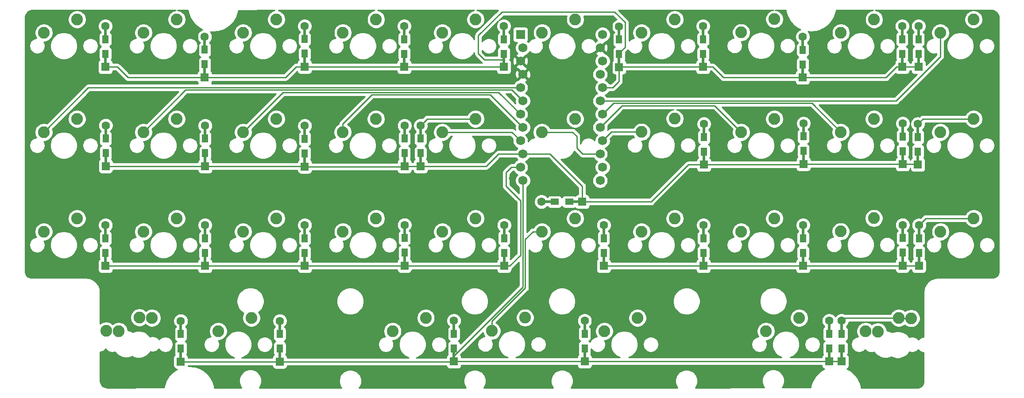
<source format=gbr>
G04 #@! TF.GenerationSoftware,KiCad,Pcbnew,(5.1.4-0-10_14)*
G04 #@! TF.CreationDate,2020-08-17T22:16:44-05:00*
G04 #@! TF.ProjectId,33,33332e6b-6963-4616-945f-706362585858,rev?*
G04 #@! TF.SameCoordinates,Original*
G04 #@! TF.FileFunction,Copper,L2,Bot*
G04 #@! TF.FilePolarity,Positive*
%FSLAX46Y46*%
G04 Gerber Fmt 4.6, Leading zero omitted, Abs format (unit mm)*
G04 Created by KiCad (PCBNEW (5.1.4-0-10_14)) date 2020-08-17 22:16:44*
%MOMM*%
%LPD*%
G04 APERTURE LIST*
%ADD10C,2.250000*%
%ADD11R,1.752600X1.752600*%
%ADD12C,1.752600*%
%ADD13R,1.600000X1.600000*%
%ADD14C,1.600000*%
%ADD15R,0.500000X2.900000*%
%ADD16R,1.200000X1.600000*%
%ADD17R,2.900000X0.500000*%
%ADD18R,1.600000X1.200000*%
%ADD19C,0.800000*%
%ADD20C,0.250000*%
%ADD21C,0.254000*%
G04 APERTURE END LIST*
D10*
X176640000Y-108720000D03*
X170290000Y-111260000D03*
X136140000Y-108720000D03*
X129790000Y-111260000D03*
X155140000Y-108695000D03*
X148790000Y-111235000D03*
X81365000Y-108645000D03*
X75015000Y-111185000D03*
X207565000Y-108720000D03*
X201215000Y-111260000D03*
X102790000Y-108720000D03*
X96440000Y-111260000D03*
D11*
X154251400Y-54480000D03*
D12*
X154708600Y-57020000D03*
X154251400Y-59560000D03*
X154708600Y-62100000D03*
X154251400Y-64640000D03*
X154708600Y-67180000D03*
X154251400Y-69720000D03*
X154708600Y-72260000D03*
X154251400Y-74800000D03*
X154708600Y-77340000D03*
X154251400Y-79880000D03*
X169491400Y-82420000D03*
X169948600Y-79880000D03*
X169491400Y-77340000D03*
X169948600Y-74800000D03*
X169491400Y-72260000D03*
X169948600Y-69720000D03*
X169491400Y-67180000D03*
X169948600Y-64640000D03*
X169491400Y-62100000D03*
X169948600Y-59560000D03*
X169491400Y-57020000D03*
X154708600Y-82420000D03*
X169948600Y-54480000D03*
D10*
X228940000Y-108795000D03*
X222590000Y-111335000D03*
X226615000Y-108720000D03*
X220265000Y-111260000D03*
X83790000Y-108720000D03*
X77440000Y-111260000D03*
X240940000Y-89670000D03*
X234590000Y-92210000D03*
X221840000Y-89645000D03*
X215490000Y-92185000D03*
X202815000Y-89670000D03*
X196465000Y-92210000D03*
X183765000Y-89670000D03*
X177415000Y-92210000D03*
X164715000Y-89670000D03*
X158365000Y-92210000D03*
X145665000Y-89670000D03*
X139315000Y-92210000D03*
X126640000Y-89670000D03*
X120290000Y-92210000D03*
X107565000Y-89670000D03*
X101215000Y-92210000D03*
X88490000Y-89670000D03*
X82140000Y-92210000D03*
X69440000Y-89670000D03*
X63090000Y-92210000D03*
X240915000Y-70620000D03*
X234565000Y-73160000D03*
X221865000Y-70620000D03*
X215515000Y-73160000D03*
X202815000Y-70620000D03*
X196465000Y-73160000D03*
X183765000Y-70595000D03*
X177415000Y-73135000D03*
X164690000Y-70620000D03*
X158340000Y-73160000D03*
X145665000Y-70620000D03*
X139315000Y-73160000D03*
X126615000Y-70620000D03*
X120265000Y-73160000D03*
X107565000Y-70620000D03*
X101215000Y-73160000D03*
X88490000Y-70620000D03*
X82140000Y-73160000D03*
X69440000Y-70620000D03*
X63090000Y-73160000D03*
X240915000Y-51570000D03*
X234565000Y-54110000D03*
X221890000Y-51570000D03*
X215540000Y-54110000D03*
X202815000Y-51545000D03*
X196465000Y-54085000D03*
X183765000Y-51570000D03*
X177415000Y-54110000D03*
X164740000Y-51570000D03*
X158390000Y-54110000D03*
X145665000Y-51570000D03*
X139315000Y-54110000D03*
X126640000Y-51570000D03*
X120290000Y-54110000D03*
X107565000Y-51570000D03*
X101215000Y-54110000D03*
X88515000Y-51570000D03*
X82165000Y-54110000D03*
X69465000Y-51570000D03*
X63115000Y-54110000D03*
D13*
X215675000Y-117075000D03*
D14*
X215675000Y-109275000D03*
D15*
X215675000Y-115675000D03*
D16*
X215675000Y-114575000D03*
X215675000Y-111775000D03*
D15*
X215675000Y-110675000D03*
D13*
X213275000Y-117075000D03*
D14*
X213275000Y-109275000D03*
D15*
X213275000Y-115675000D03*
D16*
X213275000Y-114575000D03*
X213275000Y-111775000D03*
D15*
X213275000Y-110675000D03*
D13*
X166525000Y-117050000D03*
D14*
X166525000Y-109250000D03*
D15*
X166525000Y-115650000D03*
D16*
X166525000Y-114550000D03*
X166525000Y-111750000D03*
D15*
X166525000Y-110650000D03*
D13*
X141525000Y-117050000D03*
D14*
X141525000Y-109250000D03*
D15*
X141525000Y-115650000D03*
D16*
X141525000Y-114550000D03*
X141525000Y-111750000D03*
D15*
X141525000Y-110650000D03*
D13*
X108225000Y-117100000D03*
D14*
X108225000Y-109300000D03*
D15*
X108225000Y-115700000D03*
D16*
X108225000Y-114600000D03*
X108225000Y-111800000D03*
D15*
X108225000Y-110700000D03*
D13*
X89300000Y-117100000D03*
D14*
X89300000Y-109300000D03*
D15*
X89300000Y-115700000D03*
D16*
X89300000Y-114600000D03*
X89300000Y-111800000D03*
D15*
X89300000Y-110700000D03*
D13*
X230450000Y-98775000D03*
D14*
X230450000Y-90975000D03*
D15*
X230450000Y-97375000D03*
D16*
X230450000Y-96275000D03*
X230450000Y-93475000D03*
D15*
X230450000Y-92375000D03*
D13*
X227325000Y-98725000D03*
D14*
X227325000Y-90925000D03*
D15*
X227325000Y-97325000D03*
D16*
X227325000Y-96225000D03*
X227325000Y-93425000D03*
D15*
X227325000Y-92325000D03*
D13*
X208300000Y-98775000D03*
D14*
X208300000Y-90975000D03*
D15*
X208300000Y-97375000D03*
D16*
X208300000Y-96275000D03*
X208300000Y-93475000D03*
D15*
X208300000Y-92375000D03*
D13*
X189250000Y-98775000D03*
D14*
X189250000Y-90975000D03*
D15*
X189250000Y-97375000D03*
D16*
X189250000Y-96275000D03*
X189250000Y-93475000D03*
D15*
X189250000Y-92375000D03*
D13*
X170175000Y-98775000D03*
D14*
X170175000Y-90975000D03*
D15*
X170175000Y-97375000D03*
D16*
X170175000Y-96275000D03*
X170175000Y-93475000D03*
D15*
X170175000Y-92375000D03*
D13*
X151125000Y-98775000D03*
D14*
X151125000Y-90975000D03*
D15*
X151125000Y-97375000D03*
D16*
X151125000Y-96275000D03*
X151125000Y-93475000D03*
D15*
X151125000Y-92375000D03*
D13*
X132075000Y-98725000D03*
D14*
X132075000Y-90925000D03*
D15*
X132075000Y-97325000D03*
D16*
X132075000Y-96225000D03*
X132075000Y-93425000D03*
D15*
X132075000Y-92325000D03*
D13*
X113000000Y-98775000D03*
D14*
X113000000Y-90975000D03*
D15*
X113000000Y-97375000D03*
D16*
X113000000Y-96275000D03*
X113000000Y-93475000D03*
D15*
X113000000Y-92375000D03*
D13*
X93925000Y-98775000D03*
D14*
X93925000Y-90975000D03*
D15*
X93925000Y-97375000D03*
D16*
X93925000Y-96275000D03*
X93925000Y-93475000D03*
D15*
X93925000Y-92375000D03*
D13*
X74900000Y-98775000D03*
D14*
X74900000Y-90975000D03*
D15*
X74900000Y-97375000D03*
D16*
X74900000Y-96275000D03*
X74900000Y-93475000D03*
D15*
X74900000Y-92375000D03*
D13*
X230250000Y-79400000D03*
D14*
X230250000Y-71600000D03*
D15*
X230250000Y-78000000D03*
D16*
X230250000Y-76900000D03*
X230250000Y-74100000D03*
D15*
X230250000Y-73000000D03*
D13*
X227350000Y-79300000D03*
D14*
X227350000Y-71500000D03*
D15*
X227350000Y-77900000D03*
D16*
X227350000Y-76800000D03*
X227350000Y-74000000D03*
D15*
X227350000Y-72900000D03*
D13*
X208375000Y-79275000D03*
D14*
X208375000Y-71475000D03*
D15*
X208375000Y-77875000D03*
D16*
X208375000Y-76775000D03*
X208375000Y-73975000D03*
D15*
X208375000Y-72875000D03*
D13*
X189350000Y-79400000D03*
D14*
X189350000Y-71600000D03*
D15*
X189350000Y-78000000D03*
D16*
X189350000Y-76900000D03*
X189350000Y-74100000D03*
D15*
X189350000Y-73000000D03*
D13*
X166075000Y-86500000D03*
D14*
X158275000Y-86500000D03*
D17*
X164675000Y-86500000D03*
D18*
X163575000Y-86500000D03*
X160775000Y-86500000D03*
D17*
X159675000Y-86500000D03*
D13*
X135150000Y-79700000D03*
D14*
X135150000Y-71900000D03*
D15*
X135150000Y-78300000D03*
D16*
X135150000Y-77200000D03*
X135150000Y-74400000D03*
D15*
X135150000Y-73300000D03*
D13*
X132075000Y-79700000D03*
D14*
X132075000Y-71900000D03*
D15*
X132075000Y-78300000D03*
D16*
X132075000Y-77200000D03*
X132075000Y-74400000D03*
D15*
X132075000Y-73300000D03*
D13*
X113000000Y-79750000D03*
D14*
X113000000Y-71950000D03*
D15*
X113000000Y-78350000D03*
D16*
X113000000Y-77250000D03*
X113000000Y-74450000D03*
D15*
X113000000Y-73350000D03*
D13*
X93950000Y-79700000D03*
D14*
X93950000Y-71900000D03*
D15*
X93950000Y-78300000D03*
D16*
X93950000Y-77200000D03*
X93950000Y-74400000D03*
D15*
X93950000Y-73300000D03*
D13*
X74925000Y-79675000D03*
D14*
X74925000Y-71875000D03*
D15*
X74925000Y-78275000D03*
D16*
X74925000Y-77175000D03*
X74925000Y-74375000D03*
D15*
X74925000Y-73275000D03*
D13*
X230375000Y-60675000D03*
D14*
X230375000Y-52875000D03*
D15*
X230375000Y-59275000D03*
D16*
X230375000Y-58175000D03*
X230375000Y-55375000D03*
D15*
X230375000Y-54275000D03*
D13*
X227250000Y-60675000D03*
D14*
X227250000Y-52875000D03*
D15*
X227250000Y-59275000D03*
D16*
X227250000Y-58175000D03*
X227250000Y-55375000D03*
D15*
X227250000Y-54275000D03*
D13*
X208225000Y-62700000D03*
D14*
X208225000Y-54900000D03*
D15*
X208225000Y-61300000D03*
D16*
X208225000Y-60200000D03*
X208225000Y-57400000D03*
D15*
X208225000Y-56300000D03*
D13*
X189175000Y-60675000D03*
D14*
X189175000Y-52875000D03*
D15*
X189175000Y-59275000D03*
D16*
X189175000Y-58175000D03*
X189175000Y-55375000D03*
D15*
X189175000Y-54275000D03*
D13*
X173125000Y-60725000D03*
D14*
X173125000Y-52925000D03*
D15*
X173125000Y-59325000D03*
D16*
X173125000Y-58225000D03*
X173125000Y-55425000D03*
D15*
X173125000Y-54325000D03*
D13*
X151075000Y-60675000D03*
D14*
X151075000Y-52875000D03*
D15*
X151075000Y-59275000D03*
D16*
X151075000Y-58175000D03*
X151075000Y-55375000D03*
D15*
X151075000Y-54275000D03*
D13*
X132025000Y-60675000D03*
D14*
X132025000Y-52875000D03*
D15*
X132025000Y-59275000D03*
D16*
X132025000Y-58175000D03*
X132025000Y-55375000D03*
D15*
X132025000Y-54275000D03*
D13*
X112975000Y-60650000D03*
D14*
X112975000Y-52850000D03*
D15*
X112975000Y-59250000D03*
D16*
X112975000Y-58150000D03*
X112975000Y-55350000D03*
D15*
X112975000Y-54250000D03*
D13*
X93875000Y-62675000D03*
D14*
X93875000Y-54875000D03*
D15*
X93875000Y-61275000D03*
D16*
X93875000Y-60175000D03*
X93875000Y-57375000D03*
D15*
X93875000Y-56275000D03*
D13*
X74875000Y-60675000D03*
D14*
X74875000Y-52875000D03*
D15*
X74875000Y-59275000D03*
D16*
X74875000Y-58175000D03*
X74875000Y-55375000D03*
D15*
X74875000Y-54275000D03*
D19*
X163925000Y-63600000D03*
X117600000Y-112725000D03*
X187775000Y-112325000D03*
X201625000Y-64425000D03*
X195575000Y-59775000D03*
X122500000Y-52025000D03*
X148900000Y-54250000D03*
X152375000Y-66225000D03*
X150775000Y-78700000D03*
X132650000Y-119150000D03*
X160725000Y-80450000D03*
X152450000Y-81950000D03*
X61475000Y-70275000D03*
D20*
X93875000Y-62675000D02*
X109325000Y-62675000D01*
X111350000Y-60650000D02*
X112975000Y-60650000D01*
X109325000Y-62675000D02*
X111350000Y-60650000D01*
X132000000Y-60650000D02*
X132025000Y-60675000D01*
X112975000Y-60650000D02*
X132000000Y-60650000D01*
X132025000Y-60675000D02*
X151075000Y-60675000D01*
X93875000Y-62675000D02*
X79150000Y-62675000D01*
X77150000Y-60675000D02*
X74875000Y-60675000D01*
X79150000Y-62675000D02*
X77150000Y-60675000D01*
X229325000Y-60675000D02*
X227250000Y-60675000D01*
X230375000Y-60675000D02*
X229325000Y-60675000D01*
X226200000Y-60675000D02*
X224175000Y-62700000D01*
X227250000Y-60675000D02*
X226200000Y-60675000D01*
X224175000Y-62700000D02*
X208225000Y-62700000D01*
X208225000Y-62700000D02*
X193075000Y-62700000D01*
X191050000Y-60675000D02*
X189175000Y-60675000D01*
X193075000Y-62700000D02*
X191050000Y-60675000D01*
X173175000Y-60675000D02*
X173125000Y-60725000D01*
X189175000Y-60675000D02*
X173175000Y-60675000D01*
X146200000Y-54650000D02*
X146200000Y-58150000D01*
X150730001Y-50119999D02*
X146200000Y-54650000D01*
X173125000Y-58225000D02*
X173125000Y-58025000D01*
X172244999Y-50119999D02*
X150730001Y-50119999D01*
X147325000Y-59275000D02*
X151075000Y-59275000D01*
X174250001Y-56899999D02*
X174250001Y-52125001D01*
X146200000Y-58150000D02*
X147325000Y-59275000D01*
X173125000Y-58025000D02*
X174250001Y-56899999D01*
X174250001Y-52125001D02*
X172244999Y-50119999D01*
X173125000Y-60725000D02*
X173125000Y-63400000D01*
X171885000Y-64640000D02*
X172987500Y-63537500D01*
X169948600Y-64640000D02*
X171885000Y-64640000D01*
X173125000Y-63400000D02*
X172987500Y-63537500D01*
X93925000Y-79675000D02*
X93950000Y-79700000D01*
X74925000Y-79675000D02*
X93925000Y-79675000D01*
X112950000Y-79700000D02*
X113000000Y-79750000D01*
X93950000Y-79700000D02*
X112950000Y-79700000D01*
X132025000Y-79750000D02*
X132075000Y-79700000D01*
X113000000Y-79750000D02*
X132025000Y-79750000D01*
X133125000Y-79700000D02*
X135150000Y-79700000D01*
X132075000Y-79700000D02*
X133125000Y-79700000D01*
X208250000Y-79400000D02*
X208375000Y-79275000D01*
X189350000Y-79400000D02*
X208250000Y-79400000D01*
X227325000Y-79275000D02*
X227350000Y-79300000D01*
X208375000Y-79275000D02*
X227325000Y-79275000D01*
X230150000Y-79300000D02*
X230250000Y-79400000D01*
X227350000Y-79300000D02*
X230150000Y-79300000D01*
X166075000Y-86500000D02*
X179250000Y-86500000D01*
X186350000Y-79400000D02*
X189350000Y-79400000D01*
X179250000Y-86500000D02*
X186350000Y-79400000D01*
X154708600Y-77340000D02*
X150035000Y-77340000D01*
X147675000Y-79700000D02*
X135150000Y-79700000D01*
X150035000Y-77340000D02*
X147675000Y-79700000D01*
X166075000Y-83500000D02*
X166075000Y-86500000D01*
X159915000Y-77340000D02*
X166075000Y-83500000D01*
X154708600Y-77340000D02*
X159915000Y-77340000D01*
X136430000Y-70620000D02*
X135150000Y-71900000D01*
X145665000Y-70620000D02*
X136430000Y-70620000D01*
X231230000Y-70620000D02*
X230250000Y-71600000D01*
X240915000Y-70620000D02*
X231230000Y-70620000D01*
X227400000Y-97275000D02*
X227250000Y-97425000D01*
X227375000Y-98775000D02*
X227325000Y-98725000D01*
X230450000Y-98775000D02*
X227375000Y-98775000D01*
X227275000Y-98775000D02*
X227325000Y-98725000D01*
X208300000Y-98775000D02*
X227275000Y-98775000D01*
X208300000Y-98775000D02*
X189250000Y-98775000D01*
X189250000Y-98775000D02*
X170175000Y-98775000D01*
X132125000Y-98775000D02*
X132075000Y-98725000D01*
X151125000Y-98775000D02*
X132125000Y-98775000D01*
X113050000Y-98725000D02*
X113000000Y-98775000D01*
X132075000Y-98725000D02*
X113050000Y-98725000D01*
X74900000Y-98775000D02*
X93925000Y-98775000D01*
X94975000Y-98775000D02*
X113000000Y-98775000D01*
X93925000Y-98775000D02*
X94975000Y-98775000D01*
X132075000Y-97675000D02*
X132075000Y-98725000D01*
X154258590Y-96691410D02*
X152175000Y-98775000D01*
X152175000Y-98775000D02*
X151125000Y-98775000D01*
X154258590Y-86283590D02*
X154258590Y-96691410D01*
X151517500Y-83542500D02*
X154258590Y-86283590D01*
X151517500Y-80892500D02*
X151517500Y-83542500D01*
X152530000Y-79880000D02*
X151517500Y-80892500D01*
X154251400Y-79880000D02*
X152530000Y-79880000D01*
X231755000Y-89670000D02*
X230450000Y-90975000D01*
X240940000Y-89670000D02*
X231755000Y-89670000D01*
X89300000Y-117100000D02*
X108225000Y-117100000D01*
X141475000Y-117100000D02*
X141525000Y-117050000D01*
X108225000Y-117100000D02*
X141475000Y-117100000D01*
X142575000Y-117050000D02*
X166525000Y-117050000D01*
X141525000Y-117050000D02*
X142575000Y-117050000D01*
X213250000Y-117050000D02*
X213275000Y-117075000D01*
X166525000Y-117050000D02*
X213250000Y-117050000D01*
X213275000Y-117075000D02*
X215675000Y-117075000D01*
X141525000Y-117050000D02*
X141525000Y-116000000D01*
X154708600Y-102816400D02*
X153850000Y-103675000D01*
X154708600Y-82420000D02*
X154708600Y-102816400D01*
X141525000Y-116000000D02*
X153850000Y-103675000D01*
X226690000Y-108795000D02*
X226615000Y-108720000D01*
X228940000Y-108795000D02*
X226690000Y-108795000D01*
X216230000Y-108720000D02*
X215675000Y-109275000D01*
X226615000Y-108720000D02*
X216230000Y-108720000D01*
X71610000Y-64640000D02*
X63090000Y-73160000D01*
X154251400Y-64640000D02*
X71610000Y-64640000D01*
X82140000Y-73160000D02*
X90209990Y-65090010D01*
X152618610Y-65090010D02*
X154708600Y-67180000D01*
X90209990Y-65090010D02*
X152618610Y-65090010D01*
X101215000Y-73160000D02*
X108825000Y-65550000D01*
X109800000Y-65550000D02*
X109809980Y-65540020D01*
X108825000Y-65550000D02*
X109800000Y-65550000D01*
X150071420Y-65540020D02*
X154251400Y-69720000D01*
X109809980Y-65540020D02*
X150071420Y-65540020D01*
X148438630Y-65990030D02*
X154708600Y-72260000D01*
X125843980Y-65990030D02*
X148438630Y-65990030D01*
X120265000Y-71569010D02*
X125843980Y-65990030D01*
X120265000Y-73160000D02*
X120265000Y-71569010D01*
X152611400Y-73160000D02*
X154251400Y-74800000D01*
X139315000Y-73160000D02*
X152611400Y-73160000D01*
X169491400Y-77340000D02*
X166115000Y-77340000D01*
X166115000Y-77340000D02*
X165000000Y-76225000D01*
X165000000Y-76225000D02*
X165000000Y-73950000D01*
X164210000Y-73160000D02*
X158340000Y-73160000D01*
X165000000Y-73950000D02*
X164210000Y-73160000D01*
X155158610Y-93691390D02*
X156640000Y-92210000D01*
X155158610Y-103002800D02*
X155158610Y-93691390D01*
X156640000Y-92210000D02*
X158365000Y-92210000D01*
X148790000Y-109371410D02*
X155158610Y-103002800D01*
X148790000Y-111235000D02*
X148790000Y-109371410D01*
X171613600Y-73135000D02*
X169948600Y-74800000D01*
X177415000Y-73135000D02*
X171613600Y-73135000D01*
X196465000Y-73160000D02*
X191405000Y-68100000D01*
X173651400Y-68100000D02*
X169491400Y-72260000D01*
X191405000Y-68100000D02*
X173651400Y-68100000D01*
X215515000Y-73160000D02*
X209985010Y-67630010D01*
X172038590Y-67630010D02*
X169948600Y-69720000D01*
X209985010Y-67630010D02*
X172038590Y-67630010D01*
X234565000Y-54110000D02*
X234565000Y-58670002D01*
X226055002Y-67180000D02*
X229992501Y-63242501D01*
X169491400Y-67180000D02*
X226055002Y-67180000D01*
X234565000Y-58670002D02*
X229992501Y-63242501D01*
D21*
G36*
X244528621Y-49817315D02*
G01*
X244811053Y-49902586D01*
X245071552Y-50041095D01*
X245300178Y-50227559D01*
X245488235Y-50454881D01*
X245628559Y-50714403D01*
X245715799Y-50996232D01*
X245750195Y-51323494D01*
X245740009Y-99753971D01*
X245712262Y-100036963D01*
X245640538Y-100274522D01*
X245524040Y-100493623D01*
X245367202Y-100685926D01*
X245175999Y-100844103D01*
X244957721Y-100962125D01*
X244720668Y-101035505D01*
X244440042Y-101065000D01*
X234068896Y-101065000D01*
X234036802Y-101068161D01*
X234024354Y-101068074D01*
X234014140Y-101069075D01*
X233624005Y-101110080D01*
X233558691Y-101123488D01*
X233493313Y-101135959D01*
X233483488Y-101138924D01*
X233108750Y-101254925D01*
X233047307Y-101280754D01*
X232985574Y-101305695D01*
X232976517Y-101310511D01*
X232976512Y-101310513D01*
X232976511Y-101310514D01*
X232631440Y-101497092D01*
X232576183Y-101534363D01*
X232520469Y-101570822D01*
X232512516Y-101577307D01*
X232210257Y-101827358D01*
X232163279Y-101874665D01*
X232115722Y-101921236D01*
X232109180Y-101929143D01*
X231861245Y-102233141D01*
X231824366Y-102288649D01*
X231786744Y-102343594D01*
X231781863Y-102352621D01*
X231597696Y-102698988D01*
X231572295Y-102760615D01*
X231546068Y-102821808D01*
X231543033Y-102831611D01*
X231429651Y-103207151D01*
X231416707Y-103272526D01*
X231402862Y-103337660D01*
X231401789Y-103347866D01*
X231363509Y-103738277D01*
X231363509Y-103738287D01*
X231360002Y-103773895D01*
X231360001Y-112365000D01*
X231331278Y-112365000D01*
X231039549Y-112423029D01*
X230764747Y-112536856D01*
X230517431Y-112702107D01*
X230349608Y-112869930D01*
X230327893Y-112837431D01*
X230117569Y-112627107D01*
X229870253Y-112461856D01*
X229595451Y-112348029D01*
X229303722Y-112290000D01*
X229006278Y-112290000D01*
X228714549Y-112348029D01*
X228578982Y-112404183D01*
X228442000Y-112199174D01*
X228075826Y-111833000D01*
X227645251Y-111545299D01*
X227166822Y-111347127D01*
X226658924Y-111246100D01*
X226141076Y-111246100D01*
X225633178Y-111347127D01*
X225326207Y-111474279D01*
X225320251Y-111470299D01*
X224841822Y-111272127D01*
X224350000Y-111174298D01*
X224350000Y-111161655D01*
X224282364Y-110821627D01*
X224149692Y-110501327D01*
X223957081Y-110213065D01*
X223711935Y-109967919D01*
X223423673Y-109775308D01*
X223103373Y-109642636D01*
X222763345Y-109575000D01*
X222416655Y-109575000D01*
X222076627Y-109642636D01*
X221756327Y-109775308D01*
X221468065Y-109967919D01*
X221465000Y-109970984D01*
X221386935Y-109892919D01*
X221098673Y-109700308D01*
X220778373Y-109567636D01*
X220438345Y-109500000D01*
X220091655Y-109500000D01*
X219751627Y-109567636D01*
X219431327Y-109700308D01*
X219143065Y-109892919D01*
X218897919Y-110138065D01*
X218705308Y-110426327D01*
X218572636Y-110746627D01*
X218505000Y-111086655D01*
X218505000Y-111433345D01*
X218572636Y-111773373D01*
X218705308Y-112093673D01*
X218837638Y-112291719D01*
X218554549Y-112348029D01*
X218279747Y-112461856D01*
X218032431Y-112627107D01*
X217822107Y-112837431D01*
X217656856Y-113084747D01*
X217543029Y-113359549D01*
X217485000Y-113651278D01*
X217485000Y-113948722D01*
X217543029Y-114240451D01*
X217656856Y-114515253D01*
X217822107Y-114762569D01*
X218032431Y-114972893D01*
X218279747Y-115138144D01*
X218554549Y-115251971D01*
X218846278Y-115310000D01*
X219143722Y-115310000D01*
X219435451Y-115251971D01*
X219710253Y-115138144D01*
X219957569Y-114972893D01*
X220125392Y-114805070D01*
X220147107Y-114837569D01*
X220357431Y-115047893D01*
X220604747Y-115213144D01*
X220879549Y-115326971D01*
X221171278Y-115385000D01*
X221468722Y-115385000D01*
X221760451Y-115326971D01*
X221896018Y-115270817D01*
X222033000Y-115475826D01*
X222399174Y-115842000D01*
X222829749Y-116129701D01*
X223308178Y-116327873D01*
X223816076Y-116428900D01*
X224333924Y-116428900D01*
X224841822Y-116327873D01*
X225148793Y-116200721D01*
X225154749Y-116204701D01*
X225633178Y-116402873D01*
X226141076Y-116503900D01*
X226658924Y-116503900D01*
X227166822Y-116402873D01*
X227645251Y-116204701D01*
X228075826Y-115917000D01*
X228442000Y-115550826D01*
X228657483Y-115228333D01*
X228714549Y-115251971D01*
X229006278Y-115310000D01*
X229303722Y-115310000D01*
X229595451Y-115251971D01*
X229870253Y-115138144D01*
X230117569Y-114972893D01*
X230285392Y-114805070D01*
X230307107Y-114837569D01*
X230517431Y-115047893D01*
X230764747Y-115213144D01*
X231039549Y-115326971D01*
X231331278Y-115385000D01*
X231360001Y-115385000D01*
X231360001Y-120814054D01*
X231332262Y-121096963D01*
X231260538Y-121334522D01*
X231144040Y-121553623D01*
X230987202Y-121745926D01*
X230795999Y-121904103D01*
X230577721Y-122022125D01*
X230340668Y-122095505D01*
X230060244Y-122124979D01*
X219400597Y-122115587D01*
X219383823Y-121950711D01*
X219370639Y-121885381D01*
X219358380Y-121819933D01*
X219355447Y-121810099D01*
X219117376Y-121031856D01*
X219091738Y-120970292D01*
X219067016Y-120908512D01*
X219062229Y-120899435D01*
X219062229Y-120899434D01*
X219062226Y-120899430D01*
X218677532Y-120182256D01*
X218640469Y-120126912D01*
X218604173Y-120071040D01*
X218597713Y-120063066D01*
X218081041Y-119434268D01*
X218033929Y-119387171D01*
X217987478Y-119339420D01*
X217979593Y-119332852D01*
X217350626Y-118816384D01*
X217295227Y-118779311D01*
X217240422Y-118741516D01*
X217231411Y-118736605D01*
X216721465Y-118463281D01*
X216829494Y-118405537D01*
X216926185Y-118326185D01*
X217005537Y-118229494D01*
X217064502Y-118119180D01*
X217100812Y-117999482D01*
X217113072Y-117875000D01*
X217113072Y-116275000D01*
X217100812Y-116150518D01*
X217064502Y-116030820D01*
X217005537Y-115920506D01*
X216926185Y-115823815D01*
X216829494Y-115744463D01*
X216804303Y-115730998D01*
X216805537Y-115729494D01*
X216864502Y-115619180D01*
X216900812Y-115499482D01*
X216913072Y-115375000D01*
X216913072Y-113775000D01*
X216900812Y-113650518D01*
X216864502Y-113530820D01*
X216805537Y-113420506D01*
X216726185Y-113323815D01*
X216629494Y-113244463D01*
X216519180Y-113185498D01*
X216484573Y-113175000D01*
X216519180Y-113164502D01*
X216629494Y-113105537D01*
X216726185Y-113026185D01*
X216805537Y-112929494D01*
X216864502Y-112819180D01*
X216900812Y-112699482D01*
X216913072Y-112575000D01*
X216913072Y-110975000D01*
X216900812Y-110850518D01*
X216864502Y-110730820D01*
X216805537Y-110620506D01*
X216726185Y-110523815D01*
X216629494Y-110444463D01*
X216563072Y-110408959D01*
X216563072Y-110407469D01*
X216589759Y-110389637D01*
X216789637Y-110189759D01*
X216946680Y-109954727D01*
X217054853Y-109693574D01*
X217097336Y-109480000D01*
X225024792Y-109480000D01*
X225055308Y-109553673D01*
X225247919Y-109841935D01*
X225493065Y-110087081D01*
X225781327Y-110279692D01*
X226101627Y-110412364D01*
X226441655Y-110480000D01*
X226788345Y-110480000D01*
X227128373Y-110412364D01*
X227448673Y-110279692D01*
X227736935Y-110087081D01*
X227740000Y-110084016D01*
X227818065Y-110162081D01*
X228106327Y-110354692D01*
X228426627Y-110487364D01*
X228766655Y-110555000D01*
X229113345Y-110555000D01*
X229453373Y-110487364D01*
X229773673Y-110354692D01*
X230061935Y-110162081D01*
X230307081Y-109916935D01*
X230499692Y-109628673D01*
X230632364Y-109308373D01*
X230700000Y-108968345D01*
X230700000Y-108621655D01*
X230632364Y-108281627D01*
X230499692Y-107961327D01*
X230307081Y-107673065D01*
X230061935Y-107427919D01*
X229773673Y-107235308D01*
X229453373Y-107102636D01*
X229113345Y-107035000D01*
X228766655Y-107035000D01*
X228426627Y-107102636D01*
X228106327Y-107235308D01*
X227818065Y-107427919D01*
X227815000Y-107430984D01*
X227736935Y-107352919D01*
X227448673Y-107160308D01*
X227128373Y-107027636D01*
X226788345Y-106960000D01*
X226441655Y-106960000D01*
X226101627Y-107027636D01*
X225781327Y-107160308D01*
X225493065Y-107352919D01*
X225247919Y-107598065D01*
X225055308Y-107886327D01*
X225024792Y-107960000D01*
X216267333Y-107960000D01*
X216244781Y-107957779D01*
X216093574Y-107895147D01*
X215816335Y-107840000D01*
X215533665Y-107840000D01*
X215256426Y-107895147D01*
X214995273Y-108003320D01*
X214760241Y-108160363D01*
X214560363Y-108360241D01*
X214475000Y-108487996D01*
X214389637Y-108360241D01*
X214189759Y-108160363D01*
X213954727Y-108003320D01*
X213693574Y-107895147D01*
X213416335Y-107840000D01*
X213133665Y-107840000D01*
X212856426Y-107895147D01*
X212595273Y-108003320D01*
X212360241Y-108160363D01*
X212160363Y-108360241D01*
X212003320Y-108595273D01*
X211895147Y-108856426D01*
X211840000Y-109133665D01*
X211840000Y-109416335D01*
X211895147Y-109693574D01*
X212003320Y-109954727D01*
X212160363Y-110189759D01*
X212360241Y-110389637D01*
X212386928Y-110407469D01*
X212386928Y-110408959D01*
X212320506Y-110444463D01*
X212223815Y-110523815D01*
X212144463Y-110620506D01*
X212085498Y-110730820D01*
X212049188Y-110850518D01*
X212036928Y-110975000D01*
X212036928Y-112575000D01*
X212049188Y-112699482D01*
X212085498Y-112819180D01*
X212144463Y-112929494D01*
X212223815Y-113026185D01*
X212320506Y-113105537D01*
X212430820Y-113164502D01*
X212465427Y-113175000D01*
X212430820Y-113185498D01*
X212320506Y-113244463D01*
X212223815Y-113323815D01*
X212144463Y-113420506D01*
X212085498Y-113530820D01*
X212049188Y-113650518D01*
X212036928Y-113775000D01*
X212036928Y-115375000D01*
X212049188Y-115499482D01*
X212085498Y-115619180D01*
X212144463Y-115729494D01*
X212145697Y-115730998D01*
X212120506Y-115744463D01*
X212023815Y-115823815D01*
X211944463Y-115920506D01*
X211885498Y-116030820D01*
X211849188Y-116150518D01*
X211836928Y-116275000D01*
X211836928Y-116290000D01*
X205883255Y-116290000D01*
X206270251Y-116129701D01*
X206700826Y-115842000D01*
X207067000Y-115475826D01*
X207354701Y-115045251D01*
X207552873Y-114566822D01*
X207653900Y-114058924D01*
X207653900Y-113651278D01*
X208595000Y-113651278D01*
X208595000Y-113948722D01*
X208653029Y-114240451D01*
X208766856Y-114515253D01*
X208932107Y-114762569D01*
X209142431Y-114972893D01*
X209389747Y-115138144D01*
X209664549Y-115251971D01*
X209956278Y-115310000D01*
X210253722Y-115310000D01*
X210545451Y-115251971D01*
X210820253Y-115138144D01*
X211067569Y-114972893D01*
X211277893Y-114762569D01*
X211443144Y-114515253D01*
X211556971Y-114240451D01*
X211615000Y-113948722D01*
X211615000Y-113651278D01*
X211556971Y-113359549D01*
X211443144Y-113084747D01*
X211277893Y-112837431D01*
X211067569Y-112627107D01*
X210820253Y-112461856D01*
X210545451Y-112348029D01*
X210253722Y-112290000D01*
X209956278Y-112290000D01*
X209664549Y-112348029D01*
X209389747Y-112461856D01*
X209142431Y-112627107D01*
X208932107Y-112837431D01*
X208766856Y-113084747D01*
X208653029Y-113359549D01*
X208595000Y-113651278D01*
X207653900Y-113651278D01*
X207653900Y-113541076D01*
X207552873Y-113033178D01*
X207354701Y-112554749D01*
X207067000Y-112124174D01*
X206700826Y-111758000D01*
X206270251Y-111470299D01*
X205791822Y-111272127D01*
X205283924Y-111171100D01*
X204766076Y-111171100D01*
X204258178Y-111272127D01*
X203779749Y-111470299D01*
X203349174Y-111758000D01*
X202983000Y-112124174D01*
X202695299Y-112554749D01*
X202497127Y-113033178D01*
X202396100Y-113541076D01*
X202396100Y-114058924D01*
X202497127Y-114566822D01*
X202695299Y-115045251D01*
X202983000Y-115475826D01*
X203349174Y-115842000D01*
X203779749Y-116129701D01*
X204166745Y-116290000D01*
X174958255Y-116290000D01*
X175345251Y-116129701D01*
X175775826Y-115842000D01*
X176142000Y-115475826D01*
X176429701Y-115045251D01*
X176627873Y-114566822D01*
X176728900Y-114058924D01*
X176728900Y-113651278D01*
X177670000Y-113651278D01*
X177670000Y-113948722D01*
X177728029Y-114240451D01*
X177841856Y-114515253D01*
X178007107Y-114762569D01*
X178217431Y-114972893D01*
X178464747Y-115138144D01*
X178739549Y-115251971D01*
X179031278Y-115310000D01*
X179328722Y-115310000D01*
X179620451Y-115251971D01*
X179895253Y-115138144D01*
X180142569Y-114972893D01*
X180352893Y-114762569D01*
X180518144Y-114515253D01*
X180631971Y-114240451D01*
X180690000Y-113948722D01*
X180690000Y-113651278D01*
X198435000Y-113651278D01*
X198435000Y-113948722D01*
X198493029Y-114240451D01*
X198606856Y-114515253D01*
X198772107Y-114762569D01*
X198982431Y-114972893D01*
X199229747Y-115138144D01*
X199504549Y-115251971D01*
X199796278Y-115310000D01*
X200093722Y-115310000D01*
X200385451Y-115251971D01*
X200660253Y-115138144D01*
X200907569Y-114972893D01*
X201117893Y-114762569D01*
X201283144Y-114515253D01*
X201396971Y-114240451D01*
X201455000Y-113948722D01*
X201455000Y-113651278D01*
X201396971Y-113359549D01*
X201283144Y-113084747D01*
X201239882Y-113020000D01*
X201388345Y-113020000D01*
X201728373Y-112952364D01*
X202048673Y-112819692D01*
X202336935Y-112627081D01*
X202582081Y-112381935D01*
X202774692Y-112093673D01*
X202907364Y-111773373D01*
X202975000Y-111433345D01*
X202975000Y-111086655D01*
X202907364Y-110746627D01*
X202774692Y-110426327D01*
X202582081Y-110138065D01*
X202336935Y-109892919D01*
X202048673Y-109700308D01*
X201728373Y-109567636D01*
X201388345Y-109500000D01*
X201041655Y-109500000D01*
X200701627Y-109567636D01*
X200381327Y-109700308D01*
X200093065Y-109892919D01*
X199847919Y-110138065D01*
X199655308Y-110426327D01*
X199522636Y-110746627D01*
X199455000Y-111086655D01*
X199455000Y-111433345D01*
X199522636Y-111773373D01*
X199655308Y-112093673D01*
X199787638Y-112291719D01*
X199504549Y-112348029D01*
X199229747Y-112461856D01*
X198982431Y-112627107D01*
X198772107Y-112837431D01*
X198606856Y-113084747D01*
X198493029Y-113359549D01*
X198435000Y-113651278D01*
X180690000Y-113651278D01*
X180631971Y-113359549D01*
X180518144Y-113084747D01*
X180352893Y-112837431D01*
X180142569Y-112627107D01*
X179895253Y-112461856D01*
X179620451Y-112348029D01*
X179328722Y-112290000D01*
X179031278Y-112290000D01*
X178739549Y-112348029D01*
X178464747Y-112461856D01*
X178217431Y-112627107D01*
X178007107Y-112837431D01*
X177841856Y-113084747D01*
X177728029Y-113359549D01*
X177670000Y-113651278D01*
X176728900Y-113651278D01*
X176728900Y-113541076D01*
X176627873Y-113033178D01*
X176429701Y-112554749D01*
X176142000Y-112124174D01*
X175775826Y-111758000D01*
X175345251Y-111470299D01*
X174866822Y-111272127D01*
X174358924Y-111171100D01*
X173841076Y-111171100D01*
X173333178Y-111272127D01*
X172854749Y-111470299D01*
X172424174Y-111758000D01*
X172058000Y-112124174D01*
X171770299Y-112554749D01*
X171572127Y-113033178D01*
X171471100Y-113541076D01*
X171471100Y-114058924D01*
X171572127Y-114566822D01*
X171770299Y-115045251D01*
X172058000Y-115475826D01*
X172424174Y-115842000D01*
X172854749Y-116129701D01*
X173241745Y-116290000D01*
X167963072Y-116290000D01*
X167963072Y-116250000D01*
X167950812Y-116125518D01*
X167914502Y-116005820D01*
X167855537Y-115895506D01*
X167776185Y-115798815D01*
X167679494Y-115719463D01*
X167654303Y-115705998D01*
X167655537Y-115704494D01*
X167714502Y-115594180D01*
X167750812Y-115474482D01*
X167763072Y-115350000D01*
X167763072Y-114636802D01*
X167847107Y-114762569D01*
X168057431Y-114972893D01*
X168304747Y-115138144D01*
X168579549Y-115251971D01*
X168871278Y-115310000D01*
X169168722Y-115310000D01*
X169460451Y-115251971D01*
X169735253Y-115138144D01*
X169982569Y-114972893D01*
X170192893Y-114762569D01*
X170358144Y-114515253D01*
X170471971Y-114240451D01*
X170530000Y-113948722D01*
X170530000Y-113651278D01*
X170471971Y-113359549D01*
X170358144Y-113084747D01*
X170314882Y-113020000D01*
X170463345Y-113020000D01*
X170803373Y-112952364D01*
X171123673Y-112819692D01*
X171411935Y-112627081D01*
X171657081Y-112381935D01*
X171849692Y-112093673D01*
X171982364Y-111773373D01*
X172050000Y-111433345D01*
X172050000Y-111086655D01*
X171982364Y-110746627D01*
X171849692Y-110426327D01*
X171657081Y-110138065D01*
X171411935Y-109892919D01*
X171123673Y-109700308D01*
X170803373Y-109567636D01*
X170463345Y-109500000D01*
X170116655Y-109500000D01*
X169776627Y-109567636D01*
X169456327Y-109700308D01*
X169168065Y-109892919D01*
X168922919Y-110138065D01*
X168730308Y-110426327D01*
X168597636Y-110746627D01*
X168530000Y-111086655D01*
X168530000Y-111433345D01*
X168597636Y-111773373D01*
X168730308Y-112093673D01*
X168862638Y-112291719D01*
X168579549Y-112348029D01*
X168304747Y-112461856D01*
X168057431Y-112627107D01*
X167847107Y-112837431D01*
X167681856Y-113084747D01*
X167587483Y-113312582D01*
X167576185Y-113298815D01*
X167479494Y-113219463D01*
X167369180Y-113160498D01*
X167334573Y-113150000D01*
X167369180Y-113139502D01*
X167479494Y-113080537D01*
X167576185Y-113001185D01*
X167655537Y-112904494D01*
X167714502Y-112794180D01*
X167750812Y-112674482D01*
X167763072Y-112550000D01*
X167763072Y-110950000D01*
X167750812Y-110825518D01*
X167714502Y-110705820D01*
X167655537Y-110595506D01*
X167576185Y-110498815D01*
X167479494Y-110419463D01*
X167413072Y-110383959D01*
X167413072Y-110382469D01*
X167439759Y-110364637D01*
X167639637Y-110164759D01*
X167796680Y-109929727D01*
X167904853Y-109668574D01*
X167960000Y-109391335D01*
X167960000Y-109108665D01*
X167904853Y-108831426D01*
X167796680Y-108570273D01*
X167780899Y-108546655D01*
X174880000Y-108546655D01*
X174880000Y-108893345D01*
X174947636Y-109233373D01*
X175080308Y-109553673D01*
X175272919Y-109841935D01*
X175518065Y-110087081D01*
X175806327Y-110279692D01*
X176126627Y-110412364D01*
X176466655Y-110480000D01*
X176813345Y-110480000D01*
X177153373Y-110412364D01*
X177473673Y-110279692D01*
X177761935Y-110087081D01*
X178007081Y-109841935D01*
X178199692Y-109553673D01*
X178332364Y-109233373D01*
X178400000Y-108893345D01*
X178400000Y-108546655D01*
X205805000Y-108546655D01*
X205805000Y-108893345D01*
X205872636Y-109233373D01*
X206005308Y-109553673D01*
X206197919Y-109841935D01*
X206443065Y-110087081D01*
X206731327Y-110279692D01*
X207051627Y-110412364D01*
X207391655Y-110480000D01*
X207738345Y-110480000D01*
X208078373Y-110412364D01*
X208398673Y-110279692D01*
X208686935Y-110087081D01*
X208932081Y-109841935D01*
X209124692Y-109553673D01*
X209257364Y-109233373D01*
X209325000Y-108893345D01*
X209325000Y-108546655D01*
X209257364Y-108206627D01*
X209124692Y-107886327D01*
X208932081Y-107598065D01*
X208686935Y-107352919D01*
X208398673Y-107160308D01*
X208078373Y-107027636D01*
X207738345Y-106960000D01*
X207391655Y-106960000D01*
X207051627Y-107027636D01*
X206731327Y-107160308D01*
X206443065Y-107352919D01*
X206197919Y-107598065D01*
X206005308Y-107886327D01*
X205872636Y-108206627D01*
X205805000Y-108546655D01*
X178400000Y-108546655D01*
X178332364Y-108206627D01*
X178199692Y-107886327D01*
X178007081Y-107598065D01*
X177761935Y-107352919D01*
X177473673Y-107160308D01*
X177153373Y-107027636D01*
X176813345Y-106960000D01*
X176466655Y-106960000D01*
X176126627Y-107027636D01*
X175806327Y-107160308D01*
X175518065Y-107352919D01*
X175272919Y-107598065D01*
X175080308Y-107886327D01*
X174947636Y-108206627D01*
X174880000Y-108546655D01*
X167780899Y-108546655D01*
X167639637Y-108335241D01*
X167439759Y-108135363D01*
X167204727Y-107978320D01*
X166943574Y-107870147D01*
X166666335Y-107815000D01*
X166383665Y-107815000D01*
X166106426Y-107870147D01*
X165845273Y-107978320D01*
X165610241Y-108135363D01*
X165410363Y-108335241D01*
X165253320Y-108570273D01*
X165145147Y-108831426D01*
X165090000Y-109108665D01*
X165090000Y-109391335D01*
X165145147Y-109668574D01*
X165253320Y-109929727D01*
X165410363Y-110164759D01*
X165610241Y-110364637D01*
X165636928Y-110382469D01*
X165636928Y-110383959D01*
X165570506Y-110419463D01*
X165473815Y-110498815D01*
X165394463Y-110595506D01*
X165335498Y-110705820D01*
X165299188Y-110825518D01*
X165286928Y-110950000D01*
X165286928Y-112550000D01*
X165299188Y-112674482D01*
X165335498Y-112794180D01*
X165394463Y-112904494D01*
X165473815Y-113001185D01*
X165570506Y-113080537D01*
X165680820Y-113139502D01*
X165715427Y-113150000D01*
X165680820Y-113160498D01*
X165570506Y-113219463D01*
X165473815Y-113298815D01*
X165394463Y-113395506D01*
X165335498Y-113505820D01*
X165299188Y-113625518D01*
X165286928Y-113750000D01*
X165286928Y-115350000D01*
X165299188Y-115474482D01*
X165335498Y-115594180D01*
X165394463Y-115704494D01*
X165395697Y-115705998D01*
X165370506Y-115719463D01*
X165273815Y-115798815D01*
X165194463Y-115895506D01*
X165135498Y-116005820D01*
X165099188Y-116125518D01*
X165086928Y-116250000D01*
X165086928Y-116290000D01*
X153397900Y-116290000D01*
X153845251Y-116104701D01*
X154275826Y-115817000D01*
X154642000Y-115450826D01*
X154929701Y-115020251D01*
X155127873Y-114541822D01*
X155228900Y-114033924D01*
X155228900Y-113626278D01*
X156170000Y-113626278D01*
X156170000Y-113923722D01*
X156228029Y-114215451D01*
X156341856Y-114490253D01*
X156507107Y-114737569D01*
X156717431Y-114947893D01*
X156964747Y-115113144D01*
X157239549Y-115226971D01*
X157531278Y-115285000D01*
X157828722Y-115285000D01*
X158120451Y-115226971D01*
X158395253Y-115113144D01*
X158642569Y-114947893D01*
X158852893Y-114737569D01*
X159018144Y-114490253D01*
X159131971Y-114215451D01*
X159190000Y-113923722D01*
X159190000Y-113626278D01*
X159131971Y-113334549D01*
X159018144Y-113059747D01*
X158852893Y-112812431D01*
X158642569Y-112602107D01*
X158395253Y-112436856D01*
X158120451Y-112323029D01*
X157828722Y-112265000D01*
X157531278Y-112265000D01*
X157239549Y-112323029D01*
X156964747Y-112436856D01*
X156717431Y-112602107D01*
X156507107Y-112812431D01*
X156341856Y-113059747D01*
X156228029Y-113334549D01*
X156170000Y-113626278D01*
X155228900Y-113626278D01*
X155228900Y-113516076D01*
X155127873Y-113008178D01*
X154929701Y-112529749D01*
X154642000Y-112099174D01*
X154275826Y-111733000D01*
X153845251Y-111445299D01*
X153366822Y-111247127D01*
X152858924Y-111146100D01*
X152341076Y-111146100D01*
X151833178Y-111247127D01*
X151354749Y-111445299D01*
X150924174Y-111733000D01*
X150558000Y-112099174D01*
X150270299Y-112529749D01*
X150072127Y-113008178D01*
X149971100Y-113516076D01*
X149971100Y-114033924D01*
X150072127Y-114541822D01*
X150270299Y-115020251D01*
X150558000Y-115450826D01*
X150924174Y-115817000D01*
X151354749Y-116104701D01*
X151802100Y-116290000D01*
X142963072Y-116290000D01*
X142963072Y-116250000D01*
X142950812Y-116125518D01*
X142914502Y-116005820D01*
X142855537Y-115895506D01*
X142787364Y-115812437D01*
X147056787Y-111543014D01*
X147097636Y-111748373D01*
X147230308Y-112068673D01*
X147362638Y-112266719D01*
X147079549Y-112323029D01*
X146804747Y-112436856D01*
X146557431Y-112602107D01*
X146347107Y-112812431D01*
X146181856Y-113059747D01*
X146068029Y-113334549D01*
X146010000Y-113626278D01*
X146010000Y-113923722D01*
X146068029Y-114215451D01*
X146181856Y-114490253D01*
X146347107Y-114737569D01*
X146557431Y-114947893D01*
X146804747Y-115113144D01*
X147079549Y-115226971D01*
X147371278Y-115285000D01*
X147668722Y-115285000D01*
X147960451Y-115226971D01*
X148235253Y-115113144D01*
X148482569Y-114947893D01*
X148692893Y-114737569D01*
X148858144Y-114490253D01*
X148971971Y-114215451D01*
X149030000Y-113923722D01*
X149030000Y-113626278D01*
X148971971Y-113334549D01*
X148858144Y-113059747D01*
X148814882Y-112995000D01*
X148963345Y-112995000D01*
X149303373Y-112927364D01*
X149623673Y-112794692D01*
X149911935Y-112602081D01*
X150157081Y-112356935D01*
X150349692Y-112068673D01*
X150482364Y-111748373D01*
X150550000Y-111408345D01*
X150550000Y-111061655D01*
X150482364Y-110721627D01*
X150349692Y-110401327D01*
X150157081Y-110113065D01*
X149911935Y-109867919D01*
X149623673Y-109675308D01*
X149579288Y-109656923D01*
X150714556Y-108521655D01*
X153380000Y-108521655D01*
X153380000Y-108868345D01*
X153447636Y-109208373D01*
X153580308Y-109528673D01*
X153772919Y-109816935D01*
X154018065Y-110062081D01*
X154306327Y-110254692D01*
X154626627Y-110387364D01*
X154966655Y-110455000D01*
X155313345Y-110455000D01*
X155653373Y-110387364D01*
X155973673Y-110254692D01*
X156261935Y-110062081D01*
X156507081Y-109816935D01*
X156699692Y-109528673D01*
X156832364Y-109208373D01*
X156900000Y-108868345D01*
X156900000Y-108521655D01*
X156832364Y-108181627D01*
X156699692Y-107861327D01*
X156507081Y-107573065D01*
X156261935Y-107327919D01*
X155973673Y-107135308D01*
X155653373Y-107002636D01*
X155313345Y-106935000D01*
X154966655Y-106935000D01*
X154626627Y-107002636D01*
X154306327Y-107135308D01*
X154018065Y-107327919D01*
X153772919Y-107573065D01*
X153580308Y-107861327D01*
X153447636Y-108181627D01*
X153380000Y-108521655D01*
X150714556Y-108521655D01*
X153950135Y-105286076D01*
X159564850Y-105286076D01*
X159564850Y-105803924D01*
X159665877Y-106311822D01*
X159864049Y-106790251D01*
X160151750Y-107220826D01*
X160517924Y-107587000D01*
X160948499Y-107874701D01*
X161426928Y-108072873D01*
X161934826Y-108173900D01*
X162452674Y-108173900D01*
X162960572Y-108072873D01*
X163439001Y-107874701D01*
X163869576Y-107587000D01*
X164235750Y-107220826D01*
X164523451Y-106790251D01*
X164721623Y-106311822D01*
X164822650Y-105803924D01*
X164822650Y-105286076D01*
X183377350Y-105286076D01*
X183377350Y-105803924D01*
X183478377Y-106311822D01*
X183676549Y-106790251D01*
X183964250Y-107220826D01*
X184330424Y-107587000D01*
X184760999Y-107874701D01*
X185239428Y-108072873D01*
X185747326Y-108173900D01*
X186265174Y-108173900D01*
X186773072Y-108072873D01*
X187251501Y-107874701D01*
X187682076Y-107587000D01*
X188048250Y-107220826D01*
X188335951Y-106790251D01*
X188534123Y-106311822D01*
X188635150Y-105803924D01*
X188635150Y-105286076D01*
X188630178Y-105261076D01*
X199971000Y-105261076D01*
X199971000Y-105778924D01*
X200072027Y-106286822D01*
X200270199Y-106765251D01*
X200557900Y-107195826D01*
X200924074Y-107562000D01*
X201354649Y-107849701D01*
X201833078Y-108047873D01*
X202340976Y-108148900D01*
X202858824Y-108148900D01*
X203366722Y-108047873D01*
X203845151Y-107849701D01*
X204275726Y-107562000D01*
X204641900Y-107195826D01*
X204929601Y-106765251D01*
X205127773Y-106286822D01*
X205228800Y-105778924D01*
X205228800Y-105261076D01*
X205127773Y-104753178D01*
X204929601Y-104274749D01*
X204641900Y-103844174D01*
X204275726Y-103478000D01*
X203845151Y-103190299D01*
X203366722Y-102992127D01*
X202858824Y-102891100D01*
X202340976Y-102891100D01*
X201833078Y-102992127D01*
X201354649Y-103190299D01*
X200924074Y-103478000D01*
X200557900Y-103844174D01*
X200270199Y-104274749D01*
X200072027Y-104753178D01*
X199971000Y-105261076D01*
X188630178Y-105261076D01*
X188534123Y-104778178D01*
X188335951Y-104299749D01*
X188048250Y-103869174D01*
X187682076Y-103503000D01*
X187251501Y-103215299D01*
X186773072Y-103017127D01*
X186265174Y-102916100D01*
X185747326Y-102916100D01*
X185239428Y-103017127D01*
X184760999Y-103215299D01*
X184330424Y-103503000D01*
X183964250Y-103869174D01*
X183676549Y-104299749D01*
X183478377Y-104778178D01*
X183377350Y-105286076D01*
X164822650Y-105286076D01*
X164721623Y-104778178D01*
X164523451Y-104299749D01*
X164235750Y-103869174D01*
X163869576Y-103503000D01*
X163439001Y-103215299D01*
X162960572Y-103017127D01*
X162452674Y-102916100D01*
X161934826Y-102916100D01*
X161426928Y-103017127D01*
X160948499Y-103215299D01*
X160517924Y-103503000D01*
X160151750Y-103869174D01*
X159864049Y-104299749D01*
X159665877Y-104778178D01*
X159564850Y-105286076D01*
X153950135Y-105286076D01*
X155669614Y-103566598D01*
X155698611Y-103542801D01*
X155793584Y-103427076D01*
X155864156Y-103295047D01*
X155907613Y-103151786D01*
X155918610Y-103040133D01*
X155918610Y-103040125D01*
X155922286Y-103002800D01*
X155918610Y-102965475D01*
X155918610Y-97975000D01*
X168736928Y-97975000D01*
X168736928Y-99575000D01*
X168749188Y-99699482D01*
X168785498Y-99819180D01*
X168844463Y-99929494D01*
X168923815Y-100026185D01*
X169020506Y-100105537D01*
X169130820Y-100164502D01*
X169250518Y-100200812D01*
X169375000Y-100213072D01*
X170975000Y-100213072D01*
X171099482Y-100200812D01*
X171219180Y-100164502D01*
X171329494Y-100105537D01*
X171426185Y-100026185D01*
X171505537Y-99929494D01*
X171564502Y-99819180D01*
X171600812Y-99699482D01*
X171613072Y-99575000D01*
X171613072Y-99535000D01*
X187811928Y-99535000D01*
X187811928Y-99575000D01*
X187824188Y-99699482D01*
X187860498Y-99819180D01*
X187919463Y-99929494D01*
X187998815Y-100026185D01*
X188095506Y-100105537D01*
X188205820Y-100164502D01*
X188325518Y-100200812D01*
X188450000Y-100213072D01*
X190050000Y-100213072D01*
X190174482Y-100200812D01*
X190294180Y-100164502D01*
X190404494Y-100105537D01*
X190501185Y-100026185D01*
X190580537Y-99929494D01*
X190639502Y-99819180D01*
X190675812Y-99699482D01*
X190688072Y-99575000D01*
X190688072Y-99535000D01*
X206861928Y-99535000D01*
X206861928Y-99575000D01*
X206874188Y-99699482D01*
X206910498Y-99819180D01*
X206969463Y-99929494D01*
X207048815Y-100026185D01*
X207145506Y-100105537D01*
X207255820Y-100164502D01*
X207375518Y-100200812D01*
X207500000Y-100213072D01*
X209100000Y-100213072D01*
X209224482Y-100200812D01*
X209344180Y-100164502D01*
X209454494Y-100105537D01*
X209551185Y-100026185D01*
X209630537Y-99929494D01*
X209689502Y-99819180D01*
X209725812Y-99699482D01*
X209738072Y-99575000D01*
X209738072Y-99535000D01*
X225887913Y-99535000D01*
X225899188Y-99649482D01*
X225935498Y-99769180D01*
X225994463Y-99879494D01*
X226073815Y-99976185D01*
X226170506Y-100055537D01*
X226280820Y-100114502D01*
X226400518Y-100150812D01*
X226525000Y-100163072D01*
X228125000Y-100163072D01*
X228249482Y-100150812D01*
X228369180Y-100114502D01*
X228479494Y-100055537D01*
X228576185Y-99976185D01*
X228655537Y-99879494D01*
X228714502Y-99769180D01*
X228750812Y-99649482D01*
X228762087Y-99535000D01*
X229011928Y-99535000D01*
X229011928Y-99575000D01*
X229024188Y-99699482D01*
X229060498Y-99819180D01*
X229119463Y-99929494D01*
X229198815Y-100026185D01*
X229295506Y-100105537D01*
X229405820Y-100164502D01*
X229525518Y-100200812D01*
X229650000Y-100213072D01*
X231250000Y-100213072D01*
X231374482Y-100200812D01*
X231494180Y-100164502D01*
X231604494Y-100105537D01*
X231701185Y-100026185D01*
X231780537Y-99929494D01*
X231839502Y-99819180D01*
X231875812Y-99699482D01*
X231888072Y-99575000D01*
X231888072Y-97975000D01*
X231875812Y-97850518D01*
X231839502Y-97730820D01*
X231780537Y-97620506D01*
X231701185Y-97523815D01*
X231604494Y-97444463D01*
X231579303Y-97430998D01*
X231580537Y-97429494D01*
X231639502Y-97319180D01*
X231675812Y-97199482D01*
X231688072Y-97075000D01*
X231688072Y-95475000D01*
X231675812Y-95350518D01*
X231639502Y-95230820D01*
X231580537Y-95120506D01*
X231501185Y-95023815D01*
X231404494Y-94944463D01*
X231294180Y-94885498D01*
X231259573Y-94875000D01*
X231294180Y-94864502D01*
X231404494Y-94805537D01*
X231501185Y-94726185D01*
X231580537Y-94629494D01*
X231595619Y-94601278D01*
X231810000Y-94601278D01*
X231810000Y-94898722D01*
X231868029Y-95190451D01*
X231981856Y-95465253D01*
X232147107Y-95712569D01*
X232357431Y-95922893D01*
X232604747Y-96088144D01*
X232879549Y-96201971D01*
X233171278Y-96260000D01*
X233468722Y-96260000D01*
X233760451Y-96201971D01*
X234035253Y-96088144D01*
X234282569Y-95922893D01*
X234492893Y-95712569D01*
X234658144Y-95465253D01*
X234771971Y-95190451D01*
X234830000Y-94898722D01*
X234830000Y-94601278D01*
X234808080Y-94491076D01*
X235771100Y-94491076D01*
X235771100Y-95008924D01*
X235872127Y-95516822D01*
X236070299Y-95995251D01*
X236358000Y-96425826D01*
X236724174Y-96792000D01*
X237154749Y-97079701D01*
X237633178Y-97277873D01*
X238141076Y-97378900D01*
X238658924Y-97378900D01*
X239166822Y-97277873D01*
X239645251Y-97079701D01*
X240075826Y-96792000D01*
X240442000Y-96425826D01*
X240729701Y-95995251D01*
X240927873Y-95516822D01*
X241028900Y-95008924D01*
X241028900Y-94601278D01*
X241970000Y-94601278D01*
X241970000Y-94898722D01*
X242028029Y-95190451D01*
X242141856Y-95465253D01*
X242307107Y-95712569D01*
X242517431Y-95922893D01*
X242764747Y-96088144D01*
X243039549Y-96201971D01*
X243331278Y-96260000D01*
X243628722Y-96260000D01*
X243920451Y-96201971D01*
X244195253Y-96088144D01*
X244442569Y-95922893D01*
X244652893Y-95712569D01*
X244818144Y-95465253D01*
X244931971Y-95190451D01*
X244990000Y-94898722D01*
X244990000Y-94601278D01*
X244931971Y-94309549D01*
X244818144Y-94034747D01*
X244652893Y-93787431D01*
X244442569Y-93577107D01*
X244195253Y-93411856D01*
X243920451Y-93298029D01*
X243628722Y-93240000D01*
X243331278Y-93240000D01*
X243039549Y-93298029D01*
X242764747Y-93411856D01*
X242517431Y-93577107D01*
X242307107Y-93787431D01*
X242141856Y-94034747D01*
X242028029Y-94309549D01*
X241970000Y-94601278D01*
X241028900Y-94601278D01*
X241028900Y-94491076D01*
X240927873Y-93983178D01*
X240729701Y-93504749D01*
X240442000Y-93074174D01*
X240075826Y-92708000D01*
X239645251Y-92420299D01*
X239166822Y-92222127D01*
X238658924Y-92121100D01*
X238141076Y-92121100D01*
X237633178Y-92222127D01*
X237154749Y-92420299D01*
X236724174Y-92708000D01*
X236358000Y-93074174D01*
X236070299Y-93504749D01*
X235872127Y-93983178D01*
X235771100Y-94491076D01*
X234808080Y-94491076D01*
X234771971Y-94309549D01*
X234658144Y-94034747D01*
X234614882Y-93970000D01*
X234763345Y-93970000D01*
X235103373Y-93902364D01*
X235423673Y-93769692D01*
X235711935Y-93577081D01*
X235957081Y-93331935D01*
X236149692Y-93043673D01*
X236282364Y-92723373D01*
X236350000Y-92383345D01*
X236350000Y-92036655D01*
X236282364Y-91696627D01*
X236149692Y-91376327D01*
X235957081Y-91088065D01*
X235711935Y-90842919D01*
X235423673Y-90650308D01*
X235103373Y-90517636D01*
X234763345Y-90450000D01*
X234416655Y-90450000D01*
X234076627Y-90517636D01*
X233756327Y-90650308D01*
X233468065Y-90842919D01*
X233222919Y-91088065D01*
X233030308Y-91376327D01*
X232897636Y-91696627D01*
X232830000Y-92036655D01*
X232830000Y-92383345D01*
X232897636Y-92723373D01*
X233030308Y-93043673D01*
X233162638Y-93241719D01*
X232879549Y-93298029D01*
X232604747Y-93411856D01*
X232357431Y-93577107D01*
X232147107Y-93787431D01*
X231981856Y-94034747D01*
X231868029Y-94309549D01*
X231810000Y-94601278D01*
X231595619Y-94601278D01*
X231639502Y-94519180D01*
X231675812Y-94399482D01*
X231688072Y-94275000D01*
X231688072Y-92675000D01*
X231675812Y-92550518D01*
X231639502Y-92430820D01*
X231580537Y-92320506D01*
X231501185Y-92223815D01*
X231404494Y-92144463D01*
X231338072Y-92108959D01*
X231338072Y-92107469D01*
X231364759Y-92089637D01*
X231564637Y-91889759D01*
X231721680Y-91654727D01*
X231829853Y-91393574D01*
X231885000Y-91116335D01*
X231885000Y-90833665D01*
X231848688Y-90651114D01*
X232069802Y-90430000D01*
X239349792Y-90430000D01*
X239380308Y-90503673D01*
X239572919Y-90791935D01*
X239818065Y-91037081D01*
X240106327Y-91229692D01*
X240426627Y-91362364D01*
X240766655Y-91430000D01*
X241113345Y-91430000D01*
X241453373Y-91362364D01*
X241773673Y-91229692D01*
X242061935Y-91037081D01*
X242307081Y-90791935D01*
X242499692Y-90503673D01*
X242632364Y-90183373D01*
X242700000Y-89843345D01*
X242700000Y-89496655D01*
X242632364Y-89156627D01*
X242499692Y-88836327D01*
X242307081Y-88548065D01*
X242061935Y-88302919D01*
X241773673Y-88110308D01*
X241453373Y-87977636D01*
X241113345Y-87910000D01*
X240766655Y-87910000D01*
X240426627Y-87977636D01*
X240106327Y-88110308D01*
X239818065Y-88302919D01*
X239572919Y-88548065D01*
X239380308Y-88836327D01*
X239349792Y-88910000D01*
X231792325Y-88910000D01*
X231755000Y-88906324D01*
X231717675Y-88910000D01*
X231717667Y-88910000D01*
X231606014Y-88920997D01*
X231462753Y-88964454D01*
X231330724Y-89035026D01*
X231214999Y-89129999D01*
X231191201Y-89158997D01*
X230773886Y-89576312D01*
X230591335Y-89540000D01*
X230308665Y-89540000D01*
X230031426Y-89595147D01*
X229770273Y-89703320D01*
X229535241Y-89860363D01*
X229335363Y-90060241D01*
X229178320Y-90295273D01*
X229070147Y-90556426D01*
X229015000Y-90833665D01*
X229015000Y-91116335D01*
X229070147Y-91393574D01*
X229178320Y-91654727D01*
X229335363Y-91889759D01*
X229535241Y-92089637D01*
X229561928Y-92107469D01*
X229561928Y-92108959D01*
X229495506Y-92144463D01*
X229398815Y-92223815D01*
X229319463Y-92320506D01*
X229260498Y-92430820D01*
X229224188Y-92550518D01*
X229211928Y-92675000D01*
X229211928Y-94275000D01*
X229224188Y-94399482D01*
X229260498Y-94519180D01*
X229319463Y-94629494D01*
X229398815Y-94726185D01*
X229495506Y-94805537D01*
X229605820Y-94864502D01*
X229640427Y-94875000D01*
X229605820Y-94885498D01*
X229495506Y-94944463D01*
X229398815Y-95023815D01*
X229319463Y-95120506D01*
X229260498Y-95230820D01*
X229224188Y-95350518D01*
X229211928Y-95475000D01*
X229211928Y-97075000D01*
X229224188Y-97199482D01*
X229260498Y-97319180D01*
X229319463Y-97429494D01*
X229320697Y-97430998D01*
X229295506Y-97444463D01*
X229198815Y-97523815D01*
X229119463Y-97620506D01*
X229060498Y-97730820D01*
X229024188Y-97850518D01*
X229011928Y-97975000D01*
X229011928Y-98015000D01*
X228763072Y-98015000D01*
X228763072Y-97925000D01*
X228750812Y-97800518D01*
X228714502Y-97680820D01*
X228655537Y-97570506D01*
X228576185Y-97473815D01*
X228479494Y-97394463D01*
X228454303Y-97380998D01*
X228455537Y-97379494D01*
X228514502Y-97269180D01*
X228550812Y-97149482D01*
X228563072Y-97025000D01*
X228563072Y-95425000D01*
X228550812Y-95300518D01*
X228514502Y-95180820D01*
X228455537Y-95070506D01*
X228376185Y-94973815D01*
X228279494Y-94894463D01*
X228169180Y-94835498D01*
X228134573Y-94825000D01*
X228169180Y-94814502D01*
X228279494Y-94755537D01*
X228376185Y-94676185D01*
X228455537Y-94579494D01*
X228514502Y-94469180D01*
X228550812Y-94349482D01*
X228563072Y-94225000D01*
X228563072Y-92625000D01*
X228550812Y-92500518D01*
X228514502Y-92380820D01*
X228455537Y-92270506D01*
X228376185Y-92173815D01*
X228279494Y-92094463D01*
X228213072Y-92058959D01*
X228213072Y-92057469D01*
X228239759Y-92039637D01*
X228439637Y-91839759D01*
X228596680Y-91604727D01*
X228704853Y-91343574D01*
X228760000Y-91066335D01*
X228760000Y-90783665D01*
X228704853Y-90506426D01*
X228596680Y-90245273D01*
X228439637Y-90010241D01*
X228239759Y-89810363D01*
X228004727Y-89653320D01*
X227743574Y-89545147D01*
X227466335Y-89490000D01*
X227183665Y-89490000D01*
X226906426Y-89545147D01*
X226645273Y-89653320D01*
X226410241Y-89810363D01*
X226210363Y-90010241D01*
X226053320Y-90245273D01*
X225945147Y-90506426D01*
X225890000Y-90783665D01*
X225890000Y-91066335D01*
X225945147Y-91343574D01*
X226053320Y-91604727D01*
X226210363Y-91839759D01*
X226410241Y-92039637D01*
X226436928Y-92057469D01*
X226436928Y-92058959D01*
X226370506Y-92094463D01*
X226273815Y-92173815D01*
X226194463Y-92270506D01*
X226135498Y-92380820D01*
X226099188Y-92500518D01*
X226086928Y-92625000D01*
X226086928Y-94225000D01*
X226099188Y-94349482D01*
X226135498Y-94469180D01*
X226194463Y-94579494D01*
X226273815Y-94676185D01*
X226370506Y-94755537D01*
X226480820Y-94814502D01*
X226515427Y-94825000D01*
X226480820Y-94835498D01*
X226370506Y-94894463D01*
X226273815Y-94973815D01*
X226194463Y-95070506D01*
X226135498Y-95180820D01*
X226099188Y-95300518D01*
X226086928Y-95425000D01*
X226086928Y-97025000D01*
X226099188Y-97149482D01*
X226135498Y-97269180D01*
X226194463Y-97379494D01*
X226195697Y-97380998D01*
X226170506Y-97394463D01*
X226073815Y-97473815D01*
X225994463Y-97570506D01*
X225935498Y-97680820D01*
X225899188Y-97800518D01*
X225886928Y-97925000D01*
X225886928Y-98015000D01*
X209738072Y-98015000D01*
X209738072Y-97975000D01*
X209725812Y-97850518D01*
X209689502Y-97730820D01*
X209630537Y-97620506D01*
X209551185Y-97523815D01*
X209454494Y-97444463D01*
X209429303Y-97430998D01*
X209430537Y-97429494D01*
X209489502Y-97319180D01*
X209525812Y-97199482D01*
X209538072Y-97075000D01*
X209538072Y-95475000D01*
X209525812Y-95350518D01*
X209489502Y-95230820D01*
X209430537Y-95120506D01*
X209351185Y-95023815D01*
X209254494Y-94944463D01*
X209144180Y-94885498D01*
X209109573Y-94875000D01*
X209144180Y-94864502D01*
X209254494Y-94805537D01*
X209351185Y-94726185D01*
X209430537Y-94629494D01*
X209458981Y-94576278D01*
X212710000Y-94576278D01*
X212710000Y-94873722D01*
X212768029Y-95165451D01*
X212881856Y-95440253D01*
X213047107Y-95687569D01*
X213257431Y-95897893D01*
X213504747Y-96063144D01*
X213779549Y-96176971D01*
X214071278Y-96235000D01*
X214368722Y-96235000D01*
X214660451Y-96176971D01*
X214935253Y-96063144D01*
X215182569Y-95897893D01*
X215392893Y-95687569D01*
X215558144Y-95440253D01*
X215671971Y-95165451D01*
X215730000Y-94873722D01*
X215730000Y-94576278D01*
X215708080Y-94466076D01*
X216671100Y-94466076D01*
X216671100Y-94983924D01*
X216772127Y-95491822D01*
X216970299Y-95970251D01*
X217258000Y-96400826D01*
X217624174Y-96767000D01*
X218054749Y-97054701D01*
X218533178Y-97252873D01*
X219041076Y-97353900D01*
X219558924Y-97353900D01*
X220066822Y-97252873D01*
X220545251Y-97054701D01*
X220975826Y-96767000D01*
X221342000Y-96400826D01*
X221629701Y-95970251D01*
X221827873Y-95491822D01*
X221928900Y-94983924D01*
X221928900Y-94576278D01*
X222870000Y-94576278D01*
X222870000Y-94873722D01*
X222928029Y-95165451D01*
X223041856Y-95440253D01*
X223207107Y-95687569D01*
X223417431Y-95897893D01*
X223664747Y-96063144D01*
X223939549Y-96176971D01*
X224231278Y-96235000D01*
X224528722Y-96235000D01*
X224820451Y-96176971D01*
X225095253Y-96063144D01*
X225342569Y-95897893D01*
X225552893Y-95687569D01*
X225718144Y-95440253D01*
X225831971Y-95165451D01*
X225890000Y-94873722D01*
X225890000Y-94576278D01*
X225831971Y-94284549D01*
X225718144Y-94009747D01*
X225552893Y-93762431D01*
X225342569Y-93552107D01*
X225095253Y-93386856D01*
X224820451Y-93273029D01*
X224528722Y-93215000D01*
X224231278Y-93215000D01*
X223939549Y-93273029D01*
X223664747Y-93386856D01*
X223417431Y-93552107D01*
X223207107Y-93762431D01*
X223041856Y-94009747D01*
X222928029Y-94284549D01*
X222870000Y-94576278D01*
X221928900Y-94576278D01*
X221928900Y-94466076D01*
X221827873Y-93958178D01*
X221629701Y-93479749D01*
X221342000Y-93049174D01*
X220975826Y-92683000D01*
X220545251Y-92395299D01*
X220066822Y-92197127D01*
X219558924Y-92096100D01*
X219041076Y-92096100D01*
X218533178Y-92197127D01*
X218054749Y-92395299D01*
X217624174Y-92683000D01*
X217258000Y-93049174D01*
X216970299Y-93479749D01*
X216772127Y-93958178D01*
X216671100Y-94466076D01*
X215708080Y-94466076D01*
X215671971Y-94284549D01*
X215558144Y-94009747D01*
X215514882Y-93945000D01*
X215663345Y-93945000D01*
X216003373Y-93877364D01*
X216323673Y-93744692D01*
X216611935Y-93552081D01*
X216857081Y-93306935D01*
X217049692Y-93018673D01*
X217182364Y-92698373D01*
X217250000Y-92358345D01*
X217250000Y-92011655D01*
X217182364Y-91671627D01*
X217049692Y-91351327D01*
X216857081Y-91063065D01*
X216611935Y-90817919D01*
X216323673Y-90625308D01*
X216003373Y-90492636D01*
X215663345Y-90425000D01*
X215316655Y-90425000D01*
X214976627Y-90492636D01*
X214656327Y-90625308D01*
X214368065Y-90817919D01*
X214122919Y-91063065D01*
X213930308Y-91351327D01*
X213797636Y-91671627D01*
X213730000Y-92011655D01*
X213730000Y-92358345D01*
X213797636Y-92698373D01*
X213930308Y-93018673D01*
X214062638Y-93216719D01*
X213779549Y-93273029D01*
X213504747Y-93386856D01*
X213257431Y-93552107D01*
X213047107Y-93762431D01*
X212881856Y-94009747D01*
X212768029Y-94284549D01*
X212710000Y-94576278D01*
X209458981Y-94576278D01*
X209489502Y-94519180D01*
X209525812Y-94399482D01*
X209538072Y-94275000D01*
X209538072Y-92675000D01*
X209525812Y-92550518D01*
X209489502Y-92430820D01*
X209430537Y-92320506D01*
X209351185Y-92223815D01*
X209254494Y-92144463D01*
X209188072Y-92108959D01*
X209188072Y-92107469D01*
X209214759Y-92089637D01*
X209414637Y-91889759D01*
X209571680Y-91654727D01*
X209679853Y-91393574D01*
X209735000Y-91116335D01*
X209735000Y-90833665D01*
X209679853Y-90556426D01*
X209571680Y-90295273D01*
X209414637Y-90060241D01*
X209214759Y-89860363D01*
X208979727Y-89703320D01*
X208718574Y-89595147D01*
X208441335Y-89540000D01*
X208158665Y-89540000D01*
X207881426Y-89595147D01*
X207620273Y-89703320D01*
X207385241Y-89860363D01*
X207185363Y-90060241D01*
X207028320Y-90295273D01*
X206920147Y-90556426D01*
X206865000Y-90833665D01*
X206865000Y-91116335D01*
X206920147Y-91393574D01*
X207028320Y-91654727D01*
X207185363Y-91889759D01*
X207385241Y-92089637D01*
X207411928Y-92107469D01*
X207411928Y-92108959D01*
X207345506Y-92144463D01*
X207248815Y-92223815D01*
X207169463Y-92320506D01*
X207110498Y-92430820D01*
X207074188Y-92550518D01*
X207061928Y-92675000D01*
X207061928Y-94275000D01*
X207074188Y-94399482D01*
X207110498Y-94519180D01*
X207169463Y-94629494D01*
X207248815Y-94726185D01*
X207345506Y-94805537D01*
X207455820Y-94864502D01*
X207490427Y-94875000D01*
X207455820Y-94885498D01*
X207345506Y-94944463D01*
X207248815Y-95023815D01*
X207169463Y-95120506D01*
X207110498Y-95230820D01*
X207074188Y-95350518D01*
X207061928Y-95475000D01*
X207061928Y-97075000D01*
X207074188Y-97199482D01*
X207110498Y-97319180D01*
X207169463Y-97429494D01*
X207170697Y-97430998D01*
X207145506Y-97444463D01*
X207048815Y-97523815D01*
X206969463Y-97620506D01*
X206910498Y-97730820D01*
X206874188Y-97850518D01*
X206861928Y-97975000D01*
X206861928Y-98015000D01*
X190688072Y-98015000D01*
X190688072Y-97975000D01*
X190675812Y-97850518D01*
X190639502Y-97730820D01*
X190580537Y-97620506D01*
X190501185Y-97523815D01*
X190404494Y-97444463D01*
X190379303Y-97430998D01*
X190380537Y-97429494D01*
X190439502Y-97319180D01*
X190475812Y-97199482D01*
X190488072Y-97075000D01*
X190488072Y-95475000D01*
X190475812Y-95350518D01*
X190439502Y-95230820D01*
X190380537Y-95120506D01*
X190301185Y-95023815D01*
X190204494Y-94944463D01*
X190094180Y-94885498D01*
X190059573Y-94875000D01*
X190094180Y-94864502D01*
X190204494Y-94805537D01*
X190301185Y-94726185D01*
X190380537Y-94629494D01*
X190395619Y-94601278D01*
X193685000Y-94601278D01*
X193685000Y-94898722D01*
X193743029Y-95190451D01*
X193856856Y-95465253D01*
X194022107Y-95712569D01*
X194232431Y-95922893D01*
X194479747Y-96088144D01*
X194754549Y-96201971D01*
X195046278Y-96260000D01*
X195343722Y-96260000D01*
X195635451Y-96201971D01*
X195910253Y-96088144D01*
X196157569Y-95922893D01*
X196367893Y-95712569D01*
X196533144Y-95465253D01*
X196646971Y-95190451D01*
X196705000Y-94898722D01*
X196705000Y-94601278D01*
X196683080Y-94491076D01*
X197646100Y-94491076D01*
X197646100Y-95008924D01*
X197747127Y-95516822D01*
X197945299Y-95995251D01*
X198233000Y-96425826D01*
X198599174Y-96792000D01*
X199029749Y-97079701D01*
X199508178Y-97277873D01*
X200016076Y-97378900D01*
X200533924Y-97378900D01*
X201041822Y-97277873D01*
X201520251Y-97079701D01*
X201950826Y-96792000D01*
X202317000Y-96425826D01*
X202604701Y-95995251D01*
X202802873Y-95516822D01*
X202903900Y-95008924D01*
X202903900Y-94601278D01*
X203845000Y-94601278D01*
X203845000Y-94898722D01*
X203903029Y-95190451D01*
X204016856Y-95465253D01*
X204182107Y-95712569D01*
X204392431Y-95922893D01*
X204639747Y-96088144D01*
X204914549Y-96201971D01*
X205206278Y-96260000D01*
X205503722Y-96260000D01*
X205795451Y-96201971D01*
X206070253Y-96088144D01*
X206317569Y-95922893D01*
X206527893Y-95712569D01*
X206693144Y-95465253D01*
X206806971Y-95190451D01*
X206865000Y-94898722D01*
X206865000Y-94601278D01*
X206806971Y-94309549D01*
X206693144Y-94034747D01*
X206527893Y-93787431D01*
X206317569Y-93577107D01*
X206070253Y-93411856D01*
X205795451Y-93298029D01*
X205503722Y-93240000D01*
X205206278Y-93240000D01*
X204914549Y-93298029D01*
X204639747Y-93411856D01*
X204392431Y-93577107D01*
X204182107Y-93787431D01*
X204016856Y-94034747D01*
X203903029Y-94309549D01*
X203845000Y-94601278D01*
X202903900Y-94601278D01*
X202903900Y-94491076D01*
X202802873Y-93983178D01*
X202604701Y-93504749D01*
X202317000Y-93074174D01*
X201950826Y-92708000D01*
X201520251Y-92420299D01*
X201041822Y-92222127D01*
X200533924Y-92121100D01*
X200016076Y-92121100D01*
X199508178Y-92222127D01*
X199029749Y-92420299D01*
X198599174Y-92708000D01*
X198233000Y-93074174D01*
X197945299Y-93504749D01*
X197747127Y-93983178D01*
X197646100Y-94491076D01*
X196683080Y-94491076D01*
X196646971Y-94309549D01*
X196533144Y-94034747D01*
X196489882Y-93970000D01*
X196638345Y-93970000D01*
X196978373Y-93902364D01*
X197298673Y-93769692D01*
X197586935Y-93577081D01*
X197832081Y-93331935D01*
X198024692Y-93043673D01*
X198157364Y-92723373D01*
X198225000Y-92383345D01*
X198225000Y-92036655D01*
X198157364Y-91696627D01*
X198024692Y-91376327D01*
X197832081Y-91088065D01*
X197586935Y-90842919D01*
X197298673Y-90650308D01*
X196978373Y-90517636D01*
X196638345Y-90450000D01*
X196291655Y-90450000D01*
X195951627Y-90517636D01*
X195631327Y-90650308D01*
X195343065Y-90842919D01*
X195097919Y-91088065D01*
X194905308Y-91376327D01*
X194772636Y-91696627D01*
X194705000Y-92036655D01*
X194705000Y-92383345D01*
X194772636Y-92723373D01*
X194905308Y-93043673D01*
X195037638Y-93241719D01*
X194754549Y-93298029D01*
X194479747Y-93411856D01*
X194232431Y-93577107D01*
X194022107Y-93787431D01*
X193856856Y-94034747D01*
X193743029Y-94309549D01*
X193685000Y-94601278D01*
X190395619Y-94601278D01*
X190439502Y-94519180D01*
X190475812Y-94399482D01*
X190488072Y-94275000D01*
X190488072Y-92675000D01*
X190475812Y-92550518D01*
X190439502Y-92430820D01*
X190380537Y-92320506D01*
X190301185Y-92223815D01*
X190204494Y-92144463D01*
X190138072Y-92108959D01*
X190138072Y-92107469D01*
X190164759Y-92089637D01*
X190364637Y-91889759D01*
X190521680Y-91654727D01*
X190629853Y-91393574D01*
X190685000Y-91116335D01*
X190685000Y-90833665D01*
X190629853Y-90556426D01*
X190521680Y-90295273D01*
X190364637Y-90060241D01*
X190164759Y-89860363D01*
X189929727Y-89703320D01*
X189668574Y-89595147D01*
X189391335Y-89540000D01*
X189108665Y-89540000D01*
X188831426Y-89595147D01*
X188570273Y-89703320D01*
X188335241Y-89860363D01*
X188135363Y-90060241D01*
X187978320Y-90295273D01*
X187870147Y-90556426D01*
X187815000Y-90833665D01*
X187815000Y-91116335D01*
X187870147Y-91393574D01*
X187978320Y-91654727D01*
X188135363Y-91889759D01*
X188335241Y-92089637D01*
X188361928Y-92107469D01*
X188361928Y-92108959D01*
X188295506Y-92144463D01*
X188198815Y-92223815D01*
X188119463Y-92320506D01*
X188060498Y-92430820D01*
X188024188Y-92550518D01*
X188011928Y-92675000D01*
X188011928Y-94275000D01*
X188024188Y-94399482D01*
X188060498Y-94519180D01*
X188119463Y-94629494D01*
X188198815Y-94726185D01*
X188295506Y-94805537D01*
X188405820Y-94864502D01*
X188440427Y-94875000D01*
X188405820Y-94885498D01*
X188295506Y-94944463D01*
X188198815Y-95023815D01*
X188119463Y-95120506D01*
X188060498Y-95230820D01*
X188024188Y-95350518D01*
X188011928Y-95475000D01*
X188011928Y-97075000D01*
X188024188Y-97199482D01*
X188060498Y-97319180D01*
X188119463Y-97429494D01*
X188120697Y-97430998D01*
X188095506Y-97444463D01*
X187998815Y-97523815D01*
X187919463Y-97620506D01*
X187860498Y-97730820D01*
X187824188Y-97850518D01*
X187811928Y-97975000D01*
X187811928Y-98015000D01*
X171613072Y-98015000D01*
X171613072Y-97975000D01*
X171600812Y-97850518D01*
X171564502Y-97730820D01*
X171505537Y-97620506D01*
X171426185Y-97523815D01*
X171329494Y-97444463D01*
X171304303Y-97430998D01*
X171305537Y-97429494D01*
X171364502Y-97319180D01*
X171400812Y-97199482D01*
X171413072Y-97075000D01*
X171413072Y-95475000D01*
X171400812Y-95350518D01*
X171364502Y-95230820D01*
X171305537Y-95120506D01*
X171226185Y-95023815D01*
X171129494Y-94944463D01*
X171019180Y-94885498D01*
X170984573Y-94875000D01*
X171019180Y-94864502D01*
X171129494Y-94805537D01*
X171226185Y-94726185D01*
X171305537Y-94629494D01*
X171320619Y-94601278D01*
X174635000Y-94601278D01*
X174635000Y-94898722D01*
X174693029Y-95190451D01*
X174806856Y-95465253D01*
X174972107Y-95712569D01*
X175182431Y-95922893D01*
X175429747Y-96088144D01*
X175704549Y-96201971D01*
X175996278Y-96260000D01*
X176293722Y-96260000D01*
X176585451Y-96201971D01*
X176860253Y-96088144D01*
X177107569Y-95922893D01*
X177317893Y-95712569D01*
X177483144Y-95465253D01*
X177596971Y-95190451D01*
X177655000Y-94898722D01*
X177655000Y-94601278D01*
X177633080Y-94491076D01*
X178596100Y-94491076D01*
X178596100Y-95008924D01*
X178697127Y-95516822D01*
X178895299Y-95995251D01*
X179183000Y-96425826D01*
X179549174Y-96792000D01*
X179979749Y-97079701D01*
X180458178Y-97277873D01*
X180966076Y-97378900D01*
X181483924Y-97378900D01*
X181991822Y-97277873D01*
X182470251Y-97079701D01*
X182900826Y-96792000D01*
X183267000Y-96425826D01*
X183554701Y-95995251D01*
X183752873Y-95516822D01*
X183853900Y-95008924D01*
X183853900Y-94601278D01*
X184795000Y-94601278D01*
X184795000Y-94898722D01*
X184853029Y-95190451D01*
X184966856Y-95465253D01*
X185132107Y-95712569D01*
X185342431Y-95922893D01*
X185589747Y-96088144D01*
X185864549Y-96201971D01*
X186156278Y-96260000D01*
X186453722Y-96260000D01*
X186745451Y-96201971D01*
X187020253Y-96088144D01*
X187267569Y-95922893D01*
X187477893Y-95712569D01*
X187643144Y-95465253D01*
X187756971Y-95190451D01*
X187815000Y-94898722D01*
X187815000Y-94601278D01*
X187756971Y-94309549D01*
X187643144Y-94034747D01*
X187477893Y-93787431D01*
X187267569Y-93577107D01*
X187020253Y-93411856D01*
X186745451Y-93298029D01*
X186453722Y-93240000D01*
X186156278Y-93240000D01*
X185864549Y-93298029D01*
X185589747Y-93411856D01*
X185342431Y-93577107D01*
X185132107Y-93787431D01*
X184966856Y-94034747D01*
X184853029Y-94309549D01*
X184795000Y-94601278D01*
X183853900Y-94601278D01*
X183853900Y-94491076D01*
X183752873Y-93983178D01*
X183554701Y-93504749D01*
X183267000Y-93074174D01*
X182900826Y-92708000D01*
X182470251Y-92420299D01*
X181991822Y-92222127D01*
X181483924Y-92121100D01*
X180966076Y-92121100D01*
X180458178Y-92222127D01*
X179979749Y-92420299D01*
X179549174Y-92708000D01*
X179183000Y-93074174D01*
X178895299Y-93504749D01*
X178697127Y-93983178D01*
X178596100Y-94491076D01*
X177633080Y-94491076D01*
X177596971Y-94309549D01*
X177483144Y-94034747D01*
X177439882Y-93970000D01*
X177588345Y-93970000D01*
X177928373Y-93902364D01*
X178248673Y-93769692D01*
X178536935Y-93577081D01*
X178782081Y-93331935D01*
X178974692Y-93043673D01*
X179107364Y-92723373D01*
X179175000Y-92383345D01*
X179175000Y-92036655D01*
X179107364Y-91696627D01*
X178974692Y-91376327D01*
X178782081Y-91088065D01*
X178536935Y-90842919D01*
X178248673Y-90650308D01*
X177928373Y-90517636D01*
X177588345Y-90450000D01*
X177241655Y-90450000D01*
X176901627Y-90517636D01*
X176581327Y-90650308D01*
X176293065Y-90842919D01*
X176047919Y-91088065D01*
X175855308Y-91376327D01*
X175722636Y-91696627D01*
X175655000Y-92036655D01*
X175655000Y-92383345D01*
X175722636Y-92723373D01*
X175855308Y-93043673D01*
X175987638Y-93241719D01*
X175704549Y-93298029D01*
X175429747Y-93411856D01*
X175182431Y-93577107D01*
X174972107Y-93787431D01*
X174806856Y-94034747D01*
X174693029Y-94309549D01*
X174635000Y-94601278D01*
X171320619Y-94601278D01*
X171364502Y-94519180D01*
X171400812Y-94399482D01*
X171413072Y-94275000D01*
X171413072Y-92675000D01*
X171400812Y-92550518D01*
X171364502Y-92430820D01*
X171305537Y-92320506D01*
X171226185Y-92223815D01*
X171129494Y-92144463D01*
X171063072Y-92108959D01*
X171063072Y-92107469D01*
X171089759Y-92089637D01*
X171289637Y-91889759D01*
X171446680Y-91654727D01*
X171554853Y-91393574D01*
X171610000Y-91116335D01*
X171610000Y-90833665D01*
X171554853Y-90556426D01*
X171446680Y-90295273D01*
X171289637Y-90060241D01*
X171089759Y-89860363D01*
X170854727Y-89703320D01*
X170593574Y-89595147D01*
X170316335Y-89540000D01*
X170033665Y-89540000D01*
X169756426Y-89595147D01*
X169495273Y-89703320D01*
X169260241Y-89860363D01*
X169060363Y-90060241D01*
X168903320Y-90295273D01*
X168795147Y-90556426D01*
X168740000Y-90833665D01*
X168740000Y-91116335D01*
X168795147Y-91393574D01*
X168903320Y-91654727D01*
X169060363Y-91889759D01*
X169260241Y-92089637D01*
X169286928Y-92107469D01*
X169286928Y-92108959D01*
X169220506Y-92144463D01*
X169123815Y-92223815D01*
X169044463Y-92320506D01*
X168985498Y-92430820D01*
X168949188Y-92550518D01*
X168936928Y-92675000D01*
X168936928Y-94275000D01*
X168949188Y-94399482D01*
X168985498Y-94519180D01*
X169044463Y-94629494D01*
X169123815Y-94726185D01*
X169220506Y-94805537D01*
X169330820Y-94864502D01*
X169365427Y-94875000D01*
X169330820Y-94885498D01*
X169220506Y-94944463D01*
X169123815Y-95023815D01*
X169044463Y-95120506D01*
X168985498Y-95230820D01*
X168949188Y-95350518D01*
X168936928Y-95475000D01*
X168936928Y-97075000D01*
X168949188Y-97199482D01*
X168985498Y-97319180D01*
X169044463Y-97429494D01*
X169045697Y-97430998D01*
X169020506Y-97444463D01*
X168923815Y-97523815D01*
X168844463Y-97620506D01*
X168785498Y-97730820D01*
X168749188Y-97850518D01*
X168736928Y-97975000D01*
X155918610Y-97975000D01*
X155918610Y-95707335D01*
X155922107Y-95712569D01*
X156132431Y-95922893D01*
X156379747Y-96088144D01*
X156654549Y-96201971D01*
X156946278Y-96260000D01*
X157243722Y-96260000D01*
X157535451Y-96201971D01*
X157810253Y-96088144D01*
X158057569Y-95922893D01*
X158267893Y-95712569D01*
X158433144Y-95465253D01*
X158546971Y-95190451D01*
X158605000Y-94898722D01*
X158605000Y-94601278D01*
X158583080Y-94491076D01*
X159546100Y-94491076D01*
X159546100Y-95008924D01*
X159647127Y-95516822D01*
X159845299Y-95995251D01*
X160133000Y-96425826D01*
X160499174Y-96792000D01*
X160929749Y-97079701D01*
X161408178Y-97277873D01*
X161916076Y-97378900D01*
X162433924Y-97378900D01*
X162941822Y-97277873D01*
X163420251Y-97079701D01*
X163850826Y-96792000D01*
X164217000Y-96425826D01*
X164504701Y-95995251D01*
X164702873Y-95516822D01*
X164803900Y-95008924D01*
X164803900Y-94601278D01*
X165745000Y-94601278D01*
X165745000Y-94898722D01*
X165803029Y-95190451D01*
X165916856Y-95465253D01*
X166082107Y-95712569D01*
X166292431Y-95922893D01*
X166539747Y-96088144D01*
X166814549Y-96201971D01*
X167106278Y-96260000D01*
X167403722Y-96260000D01*
X167695451Y-96201971D01*
X167970253Y-96088144D01*
X168217569Y-95922893D01*
X168427893Y-95712569D01*
X168593144Y-95465253D01*
X168706971Y-95190451D01*
X168765000Y-94898722D01*
X168765000Y-94601278D01*
X168706971Y-94309549D01*
X168593144Y-94034747D01*
X168427893Y-93787431D01*
X168217569Y-93577107D01*
X167970253Y-93411856D01*
X167695451Y-93298029D01*
X167403722Y-93240000D01*
X167106278Y-93240000D01*
X166814549Y-93298029D01*
X166539747Y-93411856D01*
X166292431Y-93577107D01*
X166082107Y-93787431D01*
X165916856Y-94034747D01*
X165803029Y-94309549D01*
X165745000Y-94601278D01*
X164803900Y-94601278D01*
X164803900Y-94491076D01*
X164702873Y-93983178D01*
X164504701Y-93504749D01*
X164217000Y-93074174D01*
X163850826Y-92708000D01*
X163420251Y-92420299D01*
X162941822Y-92222127D01*
X162433924Y-92121100D01*
X161916076Y-92121100D01*
X161408178Y-92222127D01*
X160929749Y-92420299D01*
X160499174Y-92708000D01*
X160133000Y-93074174D01*
X159845299Y-93504749D01*
X159647127Y-93983178D01*
X159546100Y-94491076D01*
X158583080Y-94491076D01*
X158546971Y-94309549D01*
X158433144Y-94034747D01*
X158389882Y-93970000D01*
X158538345Y-93970000D01*
X158878373Y-93902364D01*
X159198673Y-93769692D01*
X159486935Y-93577081D01*
X159732081Y-93331935D01*
X159924692Y-93043673D01*
X160057364Y-92723373D01*
X160125000Y-92383345D01*
X160125000Y-92036655D01*
X160057364Y-91696627D01*
X159924692Y-91376327D01*
X159732081Y-91088065D01*
X159486935Y-90842919D01*
X159198673Y-90650308D01*
X158878373Y-90517636D01*
X158538345Y-90450000D01*
X158191655Y-90450000D01*
X157851627Y-90517636D01*
X157531327Y-90650308D01*
X157243065Y-90842919D01*
X156997919Y-91088065D01*
X156805308Y-91376327D01*
X156774792Y-91450000D01*
X156677323Y-91450000D01*
X156640000Y-91446324D01*
X156602677Y-91450000D01*
X156602667Y-91450000D01*
X156491014Y-91460997D01*
X156347753Y-91504454D01*
X156215724Y-91575026D01*
X156099999Y-91669999D01*
X156076201Y-91698997D01*
X155468600Y-92306598D01*
X155468600Y-89496655D01*
X162955000Y-89496655D01*
X162955000Y-89843345D01*
X163022636Y-90183373D01*
X163155308Y-90503673D01*
X163347919Y-90791935D01*
X163593065Y-91037081D01*
X163881327Y-91229692D01*
X164201627Y-91362364D01*
X164541655Y-91430000D01*
X164888345Y-91430000D01*
X165228373Y-91362364D01*
X165548673Y-91229692D01*
X165836935Y-91037081D01*
X166082081Y-90791935D01*
X166274692Y-90503673D01*
X166407364Y-90183373D01*
X166475000Y-89843345D01*
X166475000Y-89496655D01*
X182005000Y-89496655D01*
X182005000Y-89843345D01*
X182072636Y-90183373D01*
X182205308Y-90503673D01*
X182397919Y-90791935D01*
X182643065Y-91037081D01*
X182931327Y-91229692D01*
X183251627Y-91362364D01*
X183591655Y-91430000D01*
X183938345Y-91430000D01*
X184278373Y-91362364D01*
X184598673Y-91229692D01*
X184886935Y-91037081D01*
X185132081Y-90791935D01*
X185324692Y-90503673D01*
X185457364Y-90183373D01*
X185525000Y-89843345D01*
X185525000Y-89496655D01*
X201055000Y-89496655D01*
X201055000Y-89843345D01*
X201122636Y-90183373D01*
X201255308Y-90503673D01*
X201447919Y-90791935D01*
X201693065Y-91037081D01*
X201981327Y-91229692D01*
X202301627Y-91362364D01*
X202641655Y-91430000D01*
X202988345Y-91430000D01*
X203328373Y-91362364D01*
X203648673Y-91229692D01*
X203936935Y-91037081D01*
X204182081Y-90791935D01*
X204374692Y-90503673D01*
X204507364Y-90183373D01*
X204575000Y-89843345D01*
X204575000Y-89496655D01*
X204570028Y-89471655D01*
X220080000Y-89471655D01*
X220080000Y-89818345D01*
X220147636Y-90158373D01*
X220280308Y-90478673D01*
X220472919Y-90766935D01*
X220718065Y-91012081D01*
X221006327Y-91204692D01*
X221326627Y-91337364D01*
X221666655Y-91405000D01*
X222013345Y-91405000D01*
X222353373Y-91337364D01*
X222673673Y-91204692D01*
X222961935Y-91012081D01*
X223207081Y-90766935D01*
X223399692Y-90478673D01*
X223532364Y-90158373D01*
X223600000Y-89818345D01*
X223600000Y-89471655D01*
X223532364Y-89131627D01*
X223399692Y-88811327D01*
X223207081Y-88523065D01*
X222961935Y-88277919D01*
X222673673Y-88085308D01*
X222353373Y-87952636D01*
X222013345Y-87885000D01*
X221666655Y-87885000D01*
X221326627Y-87952636D01*
X221006327Y-88085308D01*
X220718065Y-88277919D01*
X220472919Y-88523065D01*
X220280308Y-88811327D01*
X220147636Y-89131627D01*
X220080000Y-89471655D01*
X204570028Y-89471655D01*
X204507364Y-89156627D01*
X204374692Y-88836327D01*
X204182081Y-88548065D01*
X203936935Y-88302919D01*
X203648673Y-88110308D01*
X203328373Y-87977636D01*
X202988345Y-87910000D01*
X202641655Y-87910000D01*
X202301627Y-87977636D01*
X201981327Y-88110308D01*
X201693065Y-88302919D01*
X201447919Y-88548065D01*
X201255308Y-88836327D01*
X201122636Y-89156627D01*
X201055000Y-89496655D01*
X185525000Y-89496655D01*
X185457364Y-89156627D01*
X185324692Y-88836327D01*
X185132081Y-88548065D01*
X184886935Y-88302919D01*
X184598673Y-88110308D01*
X184278373Y-87977636D01*
X183938345Y-87910000D01*
X183591655Y-87910000D01*
X183251627Y-87977636D01*
X182931327Y-88110308D01*
X182643065Y-88302919D01*
X182397919Y-88548065D01*
X182205308Y-88836327D01*
X182072636Y-89156627D01*
X182005000Y-89496655D01*
X166475000Y-89496655D01*
X166407364Y-89156627D01*
X166274692Y-88836327D01*
X166082081Y-88548065D01*
X165836935Y-88302919D01*
X165548673Y-88110308D01*
X165228373Y-87977636D01*
X164888345Y-87910000D01*
X164541655Y-87910000D01*
X164201627Y-87977636D01*
X163881327Y-88110308D01*
X163593065Y-88302919D01*
X163347919Y-88548065D01*
X163155308Y-88836327D01*
X163022636Y-89156627D01*
X162955000Y-89496655D01*
X155468600Y-89496655D01*
X155468600Y-83729810D01*
X155671998Y-83593904D01*
X155882504Y-83383398D01*
X156047897Y-83135869D01*
X156161822Y-82860830D01*
X156219900Y-82568850D01*
X156219900Y-82271150D01*
X156161822Y-81979170D01*
X156047897Y-81704131D01*
X155882504Y-81456602D01*
X155671998Y-81246096D01*
X155424469Y-81080703D01*
X155257260Y-81011442D01*
X155425304Y-80843398D01*
X155590697Y-80595869D01*
X155704622Y-80320830D01*
X155762700Y-80028850D01*
X155762700Y-79731150D01*
X155704622Y-79439170D01*
X155590697Y-79164131D01*
X155425304Y-78916602D01*
X155257260Y-78748558D01*
X155424469Y-78679297D01*
X155671998Y-78513904D01*
X155882504Y-78303398D01*
X156018410Y-78100000D01*
X159600199Y-78100000D01*
X165315000Y-83814802D01*
X165315001Y-85061928D01*
X165275000Y-85061928D01*
X165150518Y-85074188D01*
X165030820Y-85110498D01*
X164920506Y-85169463D01*
X164823815Y-85248815D01*
X164744463Y-85345506D01*
X164730998Y-85370697D01*
X164729494Y-85369463D01*
X164619180Y-85310498D01*
X164499482Y-85274188D01*
X164375000Y-85261928D01*
X162775000Y-85261928D01*
X162650518Y-85274188D01*
X162530820Y-85310498D01*
X162420506Y-85369463D01*
X162323815Y-85448815D01*
X162244463Y-85545506D01*
X162185498Y-85655820D01*
X162175000Y-85690427D01*
X162164502Y-85655820D01*
X162105537Y-85545506D01*
X162026185Y-85448815D01*
X161929494Y-85369463D01*
X161819180Y-85310498D01*
X161699482Y-85274188D01*
X161575000Y-85261928D01*
X159975000Y-85261928D01*
X159850518Y-85274188D01*
X159730820Y-85310498D01*
X159620506Y-85369463D01*
X159523815Y-85448815D01*
X159444463Y-85545506D01*
X159408959Y-85611928D01*
X159407469Y-85611928D01*
X159389637Y-85585241D01*
X159189759Y-85385363D01*
X158954727Y-85228320D01*
X158693574Y-85120147D01*
X158416335Y-85065000D01*
X158133665Y-85065000D01*
X157856426Y-85120147D01*
X157595273Y-85228320D01*
X157360241Y-85385363D01*
X157160363Y-85585241D01*
X157003320Y-85820273D01*
X156895147Y-86081426D01*
X156840000Y-86358665D01*
X156840000Y-86641335D01*
X156895147Y-86918574D01*
X157003320Y-87179727D01*
X157160363Y-87414759D01*
X157360241Y-87614637D01*
X157595273Y-87771680D01*
X157856426Y-87879853D01*
X158133665Y-87935000D01*
X158416335Y-87935000D01*
X158693574Y-87879853D01*
X158954727Y-87771680D01*
X159189759Y-87614637D01*
X159389637Y-87414759D01*
X159407469Y-87388072D01*
X159408959Y-87388072D01*
X159444463Y-87454494D01*
X159523815Y-87551185D01*
X159620506Y-87630537D01*
X159730820Y-87689502D01*
X159850518Y-87725812D01*
X159975000Y-87738072D01*
X161575000Y-87738072D01*
X161699482Y-87725812D01*
X161819180Y-87689502D01*
X161929494Y-87630537D01*
X162026185Y-87551185D01*
X162105537Y-87454494D01*
X162164502Y-87344180D01*
X162175000Y-87309573D01*
X162185498Y-87344180D01*
X162244463Y-87454494D01*
X162323815Y-87551185D01*
X162420506Y-87630537D01*
X162530820Y-87689502D01*
X162650518Y-87725812D01*
X162775000Y-87738072D01*
X164375000Y-87738072D01*
X164499482Y-87725812D01*
X164619180Y-87689502D01*
X164729494Y-87630537D01*
X164730998Y-87629303D01*
X164744463Y-87654494D01*
X164823815Y-87751185D01*
X164920506Y-87830537D01*
X165030820Y-87889502D01*
X165150518Y-87925812D01*
X165275000Y-87938072D01*
X166875000Y-87938072D01*
X166999482Y-87925812D01*
X167119180Y-87889502D01*
X167229494Y-87830537D01*
X167326185Y-87751185D01*
X167405537Y-87654494D01*
X167464502Y-87544180D01*
X167500812Y-87424482D01*
X167513072Y-87300000D01*
X167513072Y-87260000D01*
X179212678Y-87260000D01*
X179250000Y-87263676D01*
X179287322Y-87260000D01*
X179287333Y-87260000D01*
X179398986Y-87249003D01*
X179542247Y-87205546D01*
X179674276Y-87134974D01*
X179790001Y-87040001D01*
X179813804Y-87010997D01*
X186664802Y-80160000D01*
X187911928Y-80160000D01*
X187911928Y-80200000D01*
X187924188Y-80324482D01*
X187960498Y-80444180D01*
X188019463Y-80554494D01*
X188098815Y-80651185D01*
X188195506Y-80730537D01*
X188305820Y-80789502D01*
X188425518Y-80825812D01*
X188550000Y-80838072D01*
X190150000Y-80838072D01*
X190274482Y-80825812D01*
X190394180Y-80789502D01*
X190504494Y-80730537D01*
X190601185Y-80651185D01*
X190680537Y-80554494D01*
X190739502Y-80444180D01*
X190775812Y-80324482D01*
X190788072Y-80200000D01*
X190788072Y-80160000D01*
X206945299Y-80160000D01*
X206949188Y-80199482D01*
X206985498Y-80319180D01*
X207044463Y-80429494D01*
X207123815Y-80526185D01*
X207220506Y-80605537D01*
X207330820Y-80664502D01*
X207450518Y-80700812D01*
X207575000Y-80713072D01*
X209175000Y-80713072D01*
X209299482Y-80700812D01*
X209419180Y-80664502D01*
X209529494Y-80605537D01*
X209626185Y-80526185D01*
X209705537Y-80429494D01*
X209764502Y-80319180D01*
X209800812Y-80199482D01*
X209813072Y-80075000D01*
X209813072Y-80035000D01*
X225911928Y-80035000D01*
X225911928Y-80100000D01*
X225924188Y-80224482D01*
X225960498Y-80344180D01*
X226019463Y-80454494D01*
X226098815Y-80551185D01*
X226195506Y-80630537D01*
X226305820Y-80689502D01*
X226425518Y-80725812D01*
X226550000Y-80738072D01*
X228150000Y-80738072D01*
X228274482Y-80725812D01*
X228394180Y-80689502D01*
X228504494Y-80630537D01*
X228601185Y-80551185D01*
X228680537Y-80454494D01*
X228739502Y-80344180D01*
X228775812Y-80224482D01*
X228788072Y-80100000D01*
X228788072Y-80060000D01*
X228811928Y-80060000D01*
X228811928Y-80200000D01*
X228824188Y-80324482D01*
X228860498Y-80444180D01*
X228919463Y-80554494D01*
X228998815Y-80651185D01*
X229095506Y-80730537D01*
X229205820Y-80789502D01*
X229325518Y-80825812D01*
X229450000Y-80838072D01*
X231050000Y-80838072D01*
X231174482Y-80825812D01*
X231294180Y-80789502D01*
X231404494Y-80730537D01*
X231501185Y-80651185D01*
X231580537Y-80554494D01*
X231639502Y-80444180D01*
X231675812Y-80324482D01*
X231688072Y-80200000D01*
X231688072Y-78600000D01*
X231675812Y-78475518D01*
X231639502Y-78355820D01*
X231580537Y-78245506D01*
X231501185Y-78148815D01*
X231404494Y-78069463D01*
X231379303Y-78055998D01*
X231380537Y-78054494D01*
X231439502Y-77944180D01*
X231475812Y-77824482D01*
X231488072Y-77700000D01*
X231488072Y-76100000D01*
X231475812Y-75975518D01*
X231439502Y-75855820D01*
X231380537Y-75745506D01*
X231301185Y-75648815D01*
X231204494Y-75569463D01*
X231170473Y-75551278D01*
X231785000Y-75551278D01*
X231785000Y-75848722D01*
X231843029Y-76140451D01*
X231956856Y-76415253D01*
X232122107Y-76662569D01*
X232332431Y-76872893D01*
X232579747Y-77038144D01*
X232854549Y-77151971D01*
X233146278Y-77210000D01*
X233443722Y-77210000D01*
X233735451Y-77151971D01*
X234010253Y-77038144D01*
X234257569Y-76872893D01*
X234467893Y-76662569D01*
X234633144Y-76415253D01*
X234746971Y-76140451D01*
X234805000Y-75848722D01*
X234805000Y-75551278D01*
X234783080Y-75441076D01*
X235746100Y-75441076D01*
X235746100Y-75958924D01*
X235847127Y-76466822D01*
X236045299Y-76945251D01*
X236333000Y-77375826D01*
X236699174Y-77742000D01*
X237129749Y-78029701D01*
X237608178Y-78227873D01*
X238116076Y-78328900D01*
X238633924Y-78328900D01*
X239141822Y-78227873D01*
X239620251Y-78029701D01*
X240050826Y-77742000D01*
X240417000Y-77375826D01*
X240704701Y-76945251D01*
X240902873Y-76466822D01*
X241003900Y-75958924D01*
X241003900Y-75551278D01*
X241945000Y-75551278D01*
X241945000Y-75848722D01*
X242003029Y-76140451D01*
X242116856Y-76415253D01*
X242282107Y-76662569D01*
X242492431Y-76872893D01*
X242739747Y-77038144D01*
X243014549Y-77151971D01*
X243306278Y-77210000D01*
X243603722Y-77210000D01*
X243895451Y-77151971D01*
X244170253Y-77038144D01*
X244417569Y-76872893D01*
X244627893Y-76662569D01*
X244793144Y-76415253D01*
X244906971Y-76140451D01*
X244965000Y-75848722D01*
X244965000Y-75551278D01*
X244906971Y-75259549D01*
X244793144Y-74984747D01*
X244627893Y-74737431D01*
X244417569Y-74527107D01*
X244170253Y-74361856D01*
X243895451Y-74248029D01*
X243603722Y-74190000D01*
X243306278Y-74190000D01*
X243014549Y-74248029D01*
X242739747Y-74361856D01*
X242492431Y-74527107D01*
X242282107Y-74737431D01*
X242116856Y-74984747D01*
X242003029Y-75259549D01*
X241945000Y-75551278D01*
X241003900Y-75551278D01*
X241003900Y-75441076D01*
X240902873Y-74933178D01*
X240704701Y-74454749D01*
X240417000Y-74024174D01*
X240050826Y-73658000D01*
X239620251Y-73370299D01*
X239141822Y-73172127D01*
X238633924Y-73071100D01*
X238116076Y-73071100D01*
X237608178Y-73172127D01*
X237129749Y-73370299D01*
X236699174Y-73658000D01*
X236333000Y-74024174D01*
X236045299Y-74454749D01*
X235847127Y-74933178D01*
X235746100Y-75441076D01*
X234783080Y-75441076D01*
X234746971Y-75259549D01*
X234633144Y-74984747D01*
X234589882Y-74920000D01*
X234738345Y-74920000D01*
X235078373Y-74852364D01*
X235398673Y-74719692D01*
X235686935Y-74527081D01*
X235932081Y-74281935D01*
X236124692Y-73993673D01*
X236257364Y-73673373D01*
X236325000Y-73333345D01*
X236325000Y-72986655D01*
X236257364Y-72646627D01*
X236124692Y-72326327D01*
X235932081Y-72038065D01*
X235686935Y-71792919D01*
X235398673Y-71600308D01*
X235078373Y-71467636D01*
X234738345Y-71400000D01*
X234391655Y-71400000D01*
X234051627Y-71467636D01*
X233731327Y-71600308D01*
X233443065Y-71792919D01*
X233197919Y-72038065D01*
X233005308Y-72326327D01*
X232872636Y-72646627D01*
X232805000Y-72986655D01*
X232805000Y-73333345D01*
X232872636Y-73673373D01*
X233005308Y-73993673D01*
X233137638Y-74191719D01*
X232854549Y-74248029D01*
X232579747Y-74361856D01*
X232332431Y-74527107D01*
X232122107Y-74737431D01*
X231956856Y-74984747D01*
X231843029Y-75259549D01*
X231785000Y-75551278D01*
X231170473Y-75551278D01*
X231094180Y-75510498D01*
X231059573Y-75500000D01*
X231094180Y-75489502D01*
X231204494Y-75430537D01*
X231301185Y-75351185D01*
X231380537Y-75254494D01*
X231439502Y-75144180D01*
X231475812Y-75024482D01*
X231488072Y-74900000D01*
X231488072Y-73300000D01*
X231475812Y-73175518D01*
X231439502Y-73055820D01*
X231380537Y-72945506D01*
X231301185Y-72848815D01*
X231204494Y-72769463D01*
X231138072Y-72733959D01*
X231138072Y-72732469D01*
X231164759Y-72714637D01*
X231364637Y-72514759D01*
X231521680Y-72279727D01*
X231629853Y-72018574D01*
X231685000Y-71741335D01*
X231685000Y-71458665D01*
X231669352Y-71380000D01*
X239324792Y-71380000D01*
X239355308Y-71453673D01*
X239547919Y-71741935D01*
X239793065Y-71987081D01*
X240081327Y-72179692D01*
X240401627Y-72312364D01*
X240741655Y-72380000D01*
X241088345Y-72380000D01*
X241428373Y-72312364D01*
X241748673Y-72179692D01*
X242036935Y-71987081D01*
X242282081Y-71741935D01*
X242474692Y-71453673D01*
X242607364Y-71133373D01*
X242675000Y-70793345D01*
X242675000Y-70446655D01*
X242607364Y-70106627D01*
X242474692Y-69786327D01*
X242282081Y-69498065D01*
X242036935Y-69252919D01*
X241748673Y-69060308D01*
X241428373Y-68927636D01*
X241088345Y-68860000D01*
X240741655Y-68860000D01*
X240401627Y-68927636D01*
X240081327Y-69060308D01*
X239793065Y-69252919D01*
X239547919Y-69498065D01*
X239355308Y-69786327D01*
X239324792Y-69860000D01*
X231267322Y-69860000D01*
X231229999Y-69856324D01*
X231192676Y-69860000D01*
X231192667Y-69860000D01*
X231081014Y-69870997D01*
X230937753Y-69914454D01*
X230805724Y-69985026D01*
X230689999Y-70079999D01*
X230666201Y-70108997D01*
X230573886Y-70201312D01*
X230391335Y-70165000D01*
X230108665Y-70165000D01*
X229831426Y-70220147D01*
X229570273Y-70328320D01*
X229335241Y-70485363D01*
X229135363Y-70685241D01*
X228978320Y-70920273D01*
X228870147Y-71181426D01*
X228815000Y-71458665D01*
X228815000Y-71741335D01*
X228870147Y-72018574D01*
X228978320Y-72279727D01*
X229135363Y-72514759D01*
X229335241Y-72714637D01*
X229361928Y-72732469D01*
X229361928Y-72733959D01*
X229295506Y-72769463D01*
X229198815Y-72848815D01*
X229119463Y-72945506D01*
X229060498Y-73055820D01*
X229024188Y-73175518D01*
X229011928Y-73300000D01*
X229011928Y-74900000D01*
X229024188Y-75024482D01*
X229060498Y-75144180D01*
X229119463Y-75254494D01*
X229198815Y-75351185D01*
X229295506Y-75430537D01*
X229405820Y-75489502D01*
X229440427Y-75500000D01*
X229405820Y-75510498D01*
X229295506Y-75569463D01*
X229198815Y-75648815D01*
X229119463Y-75745506D01*
X229060498Y-75855820D01*
X229024188Y-75975518D01*
X229011928Y-76100000D01*
X229011928Y-77700000D01*
X229024188Y-77824482D01*
X229060498Y-77944180D01*
X229119463Y-78054494D01*
X229120697Y-78055998D01*
X229095506Y-78069463D01*
X228998815Y-78148815D01*
X228919463Y-78245506D01*
X228860498Y-78355820D01*
X228824188Y-78475518D01*
X228817837Y-78540000D01*
X228788072Y-78540000D01*
X228788072Y-78500000D01*
X228775812Y-78375518D01*
X228739502Y-78255820D01*
X228680537Y-78145506D01*
X228601185Y-78048815D01*
X228504494Y-77969463D01*
X228479303Y-77955998D01*
X228480537Y-77954494D01*
X228539502Y-77844180D01*
X228575812Y-77724482D01*
X228588072Y-77600000D01*
X228588072Y-76000000D01*
X228575812Y-75875518D01*
X228539502Y-75755820D01*
X228480537Y-75645506D01*
X228401185Y-75548815D01*
X228304494Y-75469463D01*
X228194180Y-75410498D01*
X228159573Y-75400000D01*
X228194180Y-75389502D01*
X228304494Y-75330537D01*
X228401185Y-75251185D01*
X228480537Y-75154494D01*
X228539502Y-75044180D01*
X228575812Y-74924482D01*
X228588072Y-74800000D01*
X228588072Y-73200000D01*
X228575812Y-73075518D01*
X228539502Y-72955820D01*
X228480537Y-72845506D01*
X228401185Y-72748815D01*
X228304494Y-72669463D01*
X228238072Y-72633959D01*
X228238072Y-72632469D01*
X228264759Y-72614637D01*
X228464637Y-72414759D01*
X228621680Y-72179727D01*
X228729853Y-71918574D01*
X228785000Y-71641335D01*
X228785000Y-71358665D01*
X228729853Y-71081426D01*
X228621680Y-70820273D01*
X228464637Y-70585241D01*
X228264759Y-70385363D01*
X228029727Y-70228320D01*
X227768574Y-70120147D01*
X227491335Y-70065000D01*
X227208665Y-70065000D01*
X226931426Y-70120147D01*
X226670273Y-70228320D01*
X226435241Y-70385363D01*
X226235363Y-70585241D01*
X226078320Y-70820273D01*
X225970147Y-71081426D01*
X225915000Y-71358665D01*
X225915000Y-71641335D01*
X225970147Y-71918574D01*
X226078320Y-72179727D01*
X226235363Y-72414759D01*
X226435241Y-72614637D01*
X226461928Y-72632469D01*
X226461928Y-72633959D01*
X226395506Y-72669463D01*
X226298815Y-72748815D01*
X226219463Y-72845506D01*
X226160498Y-72955820D01*
X226124188Y-73075518D01*
X226111928Y-73200000D01*
X226111928Y-74800000D01*
X226124188Y-74924482D01*
X226160498Y-75044180D01*
X226219463Y-75154494D01*
X226298815Y-75251185D01*
X226395506Y-75330537D01*
X226505820Y-75389502D01*
X226540427Y-75400000D01*
X226505820Y-75410498D01*
X226395506Y-75469463D01*
X226298815Y-75548815D01*
X226219463Y-75645506D01*
X226160498Y-75755820D01*
X226124188Y-75875518D01*
X226111928Y-76000000D01*
X226111928Y-77600000D01*
X226124188Y-77724482D01*
X226160498Y-77844180D01*
X226219463Y-77954494D01*
X226220697Y-77955998D01*
X226195506Y-77969463D01*
X226098815Y-78048815D01*
X226019463Y-78145506D01*
X225960498Y-78255820D01*
X225924188Y-78375518D01*
X225911928Y-78500000D01*
X225911928Y-78515000D01*
X209813072Y-78515000D01*
X209813072Y-78475000D01*
X209800812Y-78350518D01*
X209764502Y-78230820D01*
X209705537Y-78120506D01*
X209626185Y-78023815D01*
X209529494Y-77944463D01*
X209504303Y-77930998D01*
X209505537Y-77929494D01*
X209564502Y-77819180D01*
X209600812Y-77699482D01*
X209613072Y-77575000D01*
X209613072Y-75975000D01*
X209600812Y-75850518D01*
X209564502Y-75730820D01*
X209505537Y-75620506D01*
X209426185Y-75523815D01*
X209329494Y-75444463D01*
X209219180Y-75385498D01*
X209184573Y-75375000D01*
X209219180Y-75364502D01*
X209329494Y-75305537D01*
X209426185Y-75226185D01*
X209505537Y-75129494D01*
X209564502Y-75019180D01*
X209600812Y-74899482D01*
X209613072Y-74775000D01*
X209613072Y-73175000D01*
X209600812Y-73050518D01*
X209564502Y-72930820D01*
X209505537Y-72820506D01*
X209426185Y-72723815D01*
X209329494Y-72644463D01*
X209263072Y-72608959D01*
X209263072Y-72607469D01*
X209289759Y-72589637D01*
X209489637Y-72389759D01*
X209646680Y-72154727D01*
X209754853Y-71893574D01*
X209810000Y-71616335D01*
X209810000Y-71333665D01*
X209754853Y-71056426D01*
X209646680Y-70795273D01*
X209489637Y-70560241D01*
X209289759Y-70360363D01*
X209054727Y-70203320D01*
X208793574Y-70095147D01*
X208516335Y-70040000D01*
X208233665Y-70040000D01*
X207956426Y-70095147D01*
X207695273Y-70203320D01*
X207460241Y-70360363D01*
X207260363Y-70560241D01*
X207103320Y-70795273D01*
X206995147Y-71056426D01*
X206940000Y-71333665D01*
X206940000Y-71616335D01*
X206995147Y-71893574D01*
X207103320Y-72154727D01*
X207260363Y-72389759D01*
X207460241Y-72589637D01*
X207486928Y-72607469D01*
X207486928Y-72608959D01*
X207420506Y-72644463D01*
X207323815Y-72723815D01*
X207244463Y-72820506D01*
X207185498Y-72930820D01*
X207149188Y-73050518D01*
X207136928Y-73175000D01*
X207136928Y-74775000D01*
X207149188Y-74899482D01*
X207185498Y-75019180D01*
X207244463Y-75129494D01*
X207323815Y-75226185D01*
X207420506Y-75305537D01*
X207530820Y-75364502D01*
X207565427Y-75375000D01*
X207530820Y-75385498D01*
X207420506Y-75444463D01*
X207323815Y-75523815D01*
X207244463Y-75620506D01*
X207185498Y-75730820D01*
X207149188Y-75850518D01*
X207136928Y-75975000D01*
X207136928Y-77575000D01*
X207149188Y-77699482D01*
X207185498Y-77819180D01*
X207244463Y-77929494D01*
X207245697Y-77930998D01*
X207220506Y-77944463D01*
X207123815Y-78023815D01*
X207044463Y-78120506D01*
X206985498Y-78230820D01*
X206949188Y-78350518D01*
X206936928Y-78475000D01*
X206936928Y-78640000D01*
X190788072Y-78640000D01*
X190788072Y-78600000D01*
X190775812Y-78475518D01*
X190739502Y-78355820D01*
X190680537Y-78245506D01*
X190601185Y-78148815D01*
X190504494Y-78069463D01*
X190479303Y-78055998D01*
X190480537Y-78054494D01*
X190539502Y-77944180D01*
X190575812Y-77824482D01*
X190588072Y-77700000D01*
X190588072Y-76100000D01*
X190575812Y-75975518D01*
X190539502Y-75855820D01*
X190480537Y-75745506D01*
X190401185Y-75648815D01*
X190304494Y-75569463D01*
X190194180Y-75510498D01*
X190159573Y-75500000D01*
X190194180Y-75489502D01*
X190304494Y-75430537D01*
X190401185Y-75351185D01*
X190480537Y-75254494D01*
X190539502Y-75144180D01*
X190575812Y-75024482D01*
X190588072Y-74900000D01*
X190588072Y-73300000D01*
X190575812Y-73175518D01*
X190539502Y-73055820D01*
X190480537Y-72945506D01*
X190401185Y-72848815D01*
X190304494Y-72769463D01*
X190238072Y-72733959D01*
X190238072Y-72732469D01*
X190264759Y-72714637D01*
X190464637Y-72514759D01*
X190621680Y-72279727D01*
X190729853Y-72018574D01*
X190785000Y-71741335D01*
X190785000Y-71458665D01*
X190729853Y-71181426D01*
X190621680Y-70920273D01*
X190464637Y-70685241D01*
X190264759Y-70485363D01*
X190029727Y-70328320D01*
X189768574Y-70220147D01*
X189491335Y-70165000D01*
X189208665Y-70165000D01*
X188931426Y-70220147D01*
X188670273Y-70328320D01*
X188435241Y-70485363D01*
X188235363Y-70685241D01*
X188078320Y-70920273D01*
X187970147Y-71181426D01*
X187915000Y-71458665D01*
X187915000Y-71741335D01*
X187970147Y-72018574D01*
X188078320Y-72279727D01*
X188235363Y-72514759D01*
X188435241Y-72714637D01*
X188461928Y-72732469D01*
X188461928Y-72733959D01*
X188395506Y-72769463D01*
X188298815Y-72848815D01*
X188219463Y-72945506D01*
X188160498Y-73055820D01*
X188124188Y-73175518D01*
X188111928Y-73300000D01*
X188111928Y-74900000D01*
X188124188Y-75024482D01*
X188160498Y-75144180D01*
X188219463Y-75254494D01*
X188298815Y-75351185D01*
X188395506Y-75430537D01*
X188505820Y-75489502D01*
X188540427Y-75500000D01*
X188505820Y-75510498D01*
X188395506Y-75569463D01*
X188298815Y-75648815D01*
X188219463Y-75745506D01*
X188160498Y-75855820D01*
X188124188Y-75975518D01*
X188111928Y-76100000D01*
X188111928Y-77700000D01*
X188124188Y-77824482D01*
X188160498Y-77944180D01*
X188219463Y-78054494D01*
X188220697Y-78055998D01*
X188195506Y-78069463D01*
X188098815Y-78148815D01*
X188019463Y-78245506D01*
X187960498Y-78355820D01*
X187924188Y-78475518D01*
X187911928Y-78600000D01*
X187911928Y-78640000D01*
X186387322Y-78640000D01*
X186349999Y-78636324D01*
X186312676Y-78640000D01*
X186312667Y-78640000D01*
X186201014Y-78650997D01*
X186057753Y-78694454D01*
X185925724Y-78765026D01*
X185809999Y-78859999D01*
X185786201Y-78888997D01*
X178935199Y-85740000D01*
X167513072Y-85740000D01*
X167513072Y-85700000D01*
X167500812Y-85575518D01*
X167464502Y-85455820D01*
X167405537Y-85345506D01*
X167326185Y-85248815D01*
X167229494Y-85169463D01*
X167119180Y-85110498D01*
X166999482Y-85074188D01*
X166875000Y-85061928D01*
X166835000Y-85061928D01*
X166835000Y-83537333D01*
X166838677Y-83500000D01*
X166824003Y-83351014D01*
X166780546Y-83207753D01*
X166709974Y-83075724D01*
X166638799Y-82988997D01*
X166615001Y-82959999D01*
X166586004Y-82936202D01*
X161978701Y-78328900D01*
X162408924Y-78328900D01*
X162916822Y-78227873D01*
X163395251Y-78029701D01*
X163825826Y-77742000D01*
X164192000Y-77375826D01*
X164479701Y-76945251D01*
X164528248Y-76828049D01*
X165551200Y-77851002D01*
X165574999Y-77880001D01*
X165603997Y-77903799D01*
X165690723Y-77974974D01*
X165822753Y-78045546D01*
X165966014Y-78089003D01*
X166077667Y-78100000D01*
X166077676Y-78100000D01*
X166114999Y-78103676D01*
X166152322Y-78100000D01*
X168181590Y-78100000D01*
X168317496Y-78303398D01*
X168528002Y-78513904D01*
X168775531Y-78679297D01*
X168942740Y-78748558D01*
X168774696Y-78916602D01*
X168609303Y-79164131D01*
X168495378Y-79439170D01*
X168437300Y-79731150D01*
X168437300Y-80028850D01*
X168495378Y-80320830D01*
X168609303Y-80595869D01*
X168774696Y-80843398D01*
X168942740Y-81011442D01*
X168775531Y-81080703D01*
X168528002Y-81246096D01*
X168317496Y-81456602D01*
X168152103Y-81704131D01*
X168038178Y-81979170D01*
X167980100Y-82271150D01*
X167980100Y-82568850D01*
X168038178Y-82860830D01*
X168152103Y-83135869D01*
X168317496Y-83383398D01*
X168528002Y-83593904D01*
X168775531Y-83759297D01*
X169050570Y-83873222D01*
X169342550Y-83931300D01*
X169640250Y-83931300D01*
X169932230Y-83873222D01*
X170207269Y-83759297D01*
X170454798Y-83593904D01*
X170665304Y-83383398D01*
X170830697Y-83135869D01*
X170944622Y-82860830D01*
X171002700Y-82568850D01*
X171002700Y-82271150D01*
X170944622Y-81979170D01*
X170830697Y-81704131D01*
X170665304Y-81456602D01*
X170497260Y-81288558D01*
X170664469Y-81219297D01*
X170911998Y-81053904D01*
X171122504Y-80843398D01*
X171287897Y-80595869D01*
X171401822Y-80320830D01*
X171459900Y-80028850D01*
X171459900Y-79731150D01*
X171401822Y-79439170D01*
X171287897Y-79164131D01*
X171122504Y-78916602D01*
X170911998Y-78706096D01*
X170664469Y-78540703D01*
X170497260Y-78471442D01*
X170665304Y-78303398D01*
X170830697Y-78055869D01*
X170944622Y-77780830D01*
X171002700Y-77488850D01*
X171002700Y-77191150D01*
X170944622Y-76899170D01*
X170830697Y-76624131D01*
X170665304Y-76376602D01*
X170497260Y-76208558D01*
X170664469Y-76139297D01*
X170911998Y-75973904D01*
X171122504Y-75763398D01*
X171287897Y-75515869D01*
X171401822Y-75240830D01*
X171459900Y-74948850D01*
X171459900Y-74651150D01*
X171412176Y-74411225D01*
X171928402Y-73895000D01*
X175824792Y-73895000D01*
X175855308Y-73968673D01*
X175987638Y-74166719D01*
X175704549Y-74223029D01*
X175429747Y-74336856D01*
X175182431Y-74502107D01*
X174972107Y-74712431D01*
X174806856Y-74959747D01*
X174693029Y-75234549D01*
X174635000Y-75526278D01*
X174635000Y-75823722D01*
X174693029Y-76115451D01*
X174806856Y-76390253D01*
X174972107Y-76637569D01*
X175182431Y-76847893D01*
X175429747Y-77013144D01*
X175704549Y-77126971D01*
X175996278Y-77185000D01*
X176293722Y-77185000D01*
X176585451Y-77126971D01*
X176860253Y-77013144D01*
X177107569Y-76847893D01*
X177317893Y-76637569D01*
X177483144Y-76390253D01*
X177596971Y-76115451D01*
X177655000Y-75823722D01*
X177655000Y-75526278D01*
X177633080Y-75416076D01*
X178596100Y-75416076D01*
X178596100Y-75933924D01*
X178697127Y-76441822D01*
X178895299Y-76920251D01*
X179183000Y-77350826D01*
X179549174Y-77717000D01*
X179979749Y-78004701D01*
X180458178Y-78202873D01*
X180966076Y-78303900D01*
X181483924Y-78303900D01*
X181991822Y-78202873D01*
X182470251Y-78004701D01*
X182900826Y-77717000D01*
X183267000Y-77350826D01*
X183554701Y-76920251D01*
X183752873Y-76441822D01*
X183853900Y-75933924D01*
X183853900Y-75526278D01*
X184795000Y-75526278D01*
X184795000Y-75823722D01*
X184853029Y-76115451D01*
X184966856Y-76390253D01*
X185132107Y-76637569D01*
X185342431Y-76847893D01*
X185589747Y-77013144D01*
X185864549Y-77126971D01*
X186156278Y-77185000D01*
X186453722Y-77185000D01*
X186745451Y-77126971D01*
X187020253Y-77013144D01*
X187267569Y-76847893D01*
X187477893Y-76637569D01*
X187643144Y-76390253D01*
X187756971Y-76115451D01*
X187815000Y-75823722D01*
X187815000Y-75526278D01*
X187756971Y-75234549D01*
X187643144Y-74959747D01*
X187477893Y-74712431D01*
X187267569Y-74502107D01*
X187020253Y-74336856D01*
X186745451Y-74223029D01*
X186453722Y-74165000D01*
X186156278Y-74165000D01*
X185864549Y-74223029D01*
X185589747Y-74336856D01*
X185342431Y-74502107D01*
X185132107Y-74712431D01*
X184966856Y-74959747D01*
X184853029Y-75234549D01*
X184795000Y-75526278D01*
X183853900Y-75526278D01*
X183853900Y-75416076D01*
X183752873Y-74908178D01*
X183554701Y-74429749D01*
X183267000Y-73999174D01*
X182900826Y-73633000D01*
X182470251Y-73345299D01*
X181991822Y-73147127D01*
X181483924Y-73046100D01*
X180966076Y-73046100D01*
X180458178Y-73147127D01*
X179979749Y-73345299D01*
X179549174Y-73633000D01*
X179183000Y-73999174D01*
X178895299Y-74429749D01*
X178697127Y-74908178D01*
X178596100Y-75416076D01*
X177633080Y-75416076D01*
X177596971Y-75234549D01*
X177483144Y-74959747D01*
X177439882Y-74895000D01*
X177588345Y-74895000D01*
X177928373Y-74827364D01*
X178248673Y-74694692D01*
X178536935Y-74502081D01*
X178782081Y-74256935D01*
X178974692Y-73968673D01*
X179107364Y-73648373D01*
X179175000Y-73308345D01*
X179175000Y-72961655D01*
X179107364Y-72621627D01*
X178974692Y-72301327D01*
X178782081Y-72013065D01*
X178536935Y-71767919D01*
X178248673Y-71575308D01*
X177928373Y-71442636D01*
X177588345Y-71375000D01*
X177241655Y-71375000D01*
X176901627Y-71442636D01*
X176581327Y-71575308D01*
X176293065Y-71767919D01*
X176047919Y-72013065D01*
X175855308Y-72301327D01*
X175824792Y-72375000D01*
X171650933Y-72375000D01*
X171613600Y-72371323D01*
X171576267Y-72375000D01*
X171464614Y-72385997D01*
X171321353Y-72429454D01*
X171189324Y-72500026D01*
X171073599Y-72594999D01*
X171049801Y-72623997D01*
X170924578Y-72749220D01*
X170944622Y-72700830D01*
X171002700Y-72408850D01*
X171002700Y-72111150D01*
X170954976Y-71871225D01*
X173966203Y-68860000D01*
X183465972Y-68860000D01*
X183251627Y-68902636D01*
X182931327Y-69035308D01*
X182643065Y-69227919D01*
X182397919Y-69473065D01*
X182205308Y-69761327D01*
X182072636Y-70081627D01*
X182005000Y-70421655D01*
X182005000Y-70768345D01*
X182072636Y-71108373D01*
X182205308Y-71428673D01*
X182397919Y-71716935D01*
X182643065Y-71962081D01*
X182931327Y-72154692D01*
X183251627Y-72287364D01*
X183591655Y-72355000D01*
X183938345Y-72355000D01*
X184278373Y-72287364D01*
X184598673Y-72154692D01*
X184886935Y-71962081D01*
X185132081Y-71716935D01*
X185324692Y-71428673D01*
X185457364Y-71108373D01*
X185525000Y-70768345D01*
X185525000Y-70421655D01*
X185457364Y-70081627D01*
X185324692Y-69761327D01*
X185132081Y-69473065D01*
X184886935Y-69227919D01*
X184598673Y-69035308D01*
X184278373Y-68902636D01*
X184064028Y-68860000D01*
X191090199Y-68860000D01*
X194803152Y-72572954D01*
X194772636Y-72646627D01*
X194705000Y-72986655D01*
X194705000Y-73333345D01*
X194772636Y-73673373D01*
X194905308Y-73993673D01*
X195037638Y-74191719D01*
X194754549Y-74248029D01*
X194479747Y-74361856D01*
X194232431Y-74527107D01*
X194022107Y-74737431D01*
X193856856Y-74984747D01*
X193743029Y-75259549D01*
X193685000Y-75551278D01*
X193685000Y-75848722D01*
X193743029Y-76140451D01*
X193856856Y-76415253D01*
X194022107Y-76662569D01*
X194232431Y-76872893D01*
X194479747Y-77038144D01*
X194754549Y-77151971D01*
X195046278Y-77210000D01*
X195343722Y-77210000D01*
X195635451Y-77151971D01*
X195910253Y-77038144D01*
X196157569Y-76872893D01*
X196367893Y-76662569D01*
X196533144Y-76415253D01*
X196646971Y-76140451D01*
X196705000Y-75848722D01*
X196705000Y-75551278D01*
X196683080Y-75441076D01*
X197646100Y-75441076D01*
X197646100Y-75958924D01*
X197747127Y-76466822D01*
X197945299Y-76945251D01*
X198233000Y-77375826D01*
X198599174Y-77742000D01*
X199029749Y-78029701D01*
X199508178Y-78227873D01*
X200016076Y-78328900D01*
X200533924Y-78328900D01*
X201041822Y-78227873D01*
X201520251Y-78029701D01*
X201950826Y-77742000D01*
X202317000Y-77375826D01*
X202604701Y-76945251D01*
X202802873Y-76466822D01*
X202903900Y-75958924D01*
X202903900Y-75551278D01*
X203845000Y-75551278D01*
X203845000Y-75848722D01*
X203903029Y-76140451D01*
X204016856Y-76415253D01*
X204182107Y-76662569D01*
X204392431Y-76872893D01*
X204639747Y-77038144D01*
X204914549Y-77151971D01*
X205206278Y-77210000D01*
X205503722Y-77210000D01*
X205795451Y-77151971D01*
X206070253Y-77038144D01*
X206317569Y-76872893D01*
X206527893Y-76662569D01*
X206693144Y-76415253D01*
X206806971Y-76140451D01*
X206865000Y-75848722D01*
X206865000Y-75551278D01*
X206806971Y-75259549D01*
X206693144Y-74984747D01*
X206527893Y-74737431D01*
X206317569Y-74527107D01*
X206070253Y-74361856D01*
X205795451Y-74248029D01*
X205503722Y-74190000D01*
X205206278Y-74190000D01*
X204914549Y-74248029D01*
X204639747Y-74361856D01*
X204392431Y-74527107D01*
X204182107Y-74737431D01*
X204016856Y-74984747D01*
X203903029Y-75259549D01*
X203845000Y-75551278D01*
X202903900Y-75551278D01*
X202903900Y-75441076D01*
X202802873Y-74933178D01*
X202604701Y-74454749D01*
X202317000Y-74024174D01*
X201950826Y-73658000D01*
X201520251Y-73370299D01*
X201041822Y-73172127D01*
X200533924Y-73071100D01*
X200016076Y-73071100D01*
X199508178Y-73172127D01*
X199029749Y-73370299D01*
X198599174Y-73658000D01*
X198233000Y-74024174D01*
X197945299Y-74454749D01*
X197747127Y-74933178D01*
X197646100Y-75441076D01*
X196683080Y-75441076D01*
X196646971Y-75259549D01*
X196533144Y-74984747D01*
X196489882Y-74920000D01*
X196638345Y-74920000D01*
X196978373Y-74852364D01*
X197298673Y-74719692D01*
X197586935Y-74527081D01*
X197832081Y-74281935D01*
X198024692Y-73993673D01*
X198157364Y-73673373D01*
X198225000Y-73333345D01*
X198225000Y-72986655D01*
X198157364Y-72646627D01*
X198024692Y-72326327D01*
X197832081Y-72038065D01*
X197586935Y-71792919D01*
X197298673Y-71600308D01*
X196978373Y-71467636D01*
X196638345Y-71400000D01*
X196291655Y-71400000D01*
X195951627Y-71467636D01*
X195877954Y-71498152D01*
X194826457Y-70446655D01*
X201055000Y-70446655D01*
X201055000Y-70793345D01*
X201122636Y-71133373D01*
X201255308Y-71453673D01*
X201447919Y-71741935D01*
X201693065Y-71987081D01*
X201981327Y-72179692D01*
X202301627Y-72312364D01*
X202641655Y-72380000D01*
X202988345Y-72380000D01*
X203328373Y-72312364D01*
X203648673Y-72179692D01*
X203936935Y-71987081D01*
X204182081Y-71741935D01*
X204374692Y-71453673D01*
X204507364Y-71133373D01*
X204575000Y-70793345D01*
X204575000Y-70446655D01*
X204507364Y-70106627D01*
X204374692Y-69786327D01*
X204182081Y-69498065D01*
X203936935Y-69252919D01*
X203648673Y-69060308D01*
X203328373Y-68927636D01*
X202988345Y-68860000D01*
X202641655Y-68860000D01*
X202301627Y-68927636D01*
X201981327Y-69060308D01*
X201693065Y-69252919D01*
X201447919Y-69498065D01*
X201255308Y-69786327D01*
X201122636Y-70106627D01*
X201055000Y-70446655D01*
X194826457Y-70446655D01*
X192769811Y-68390010D01*
X209670209Y-68390010D01*
X213853152Y-72572954D01*
X213822636Y-72646627D01*
X213755000Y-72986655D01*
X213755000Y-73333345D01*
X213822636Y-73673373D01*
X213955308Y-73993673D01*
X214087638Y-74191719D01*
X213804549Y-74248029D01*
X213529747Y-74361856D01*
X213282431Y-74527107D01*
X213072107Y-74737431D01*
X212906856Y-74984747D01*
X212793029Y-75259549D01*
X212735000Y-75551278D01*
X212735000Y-75848722D01*
X212793029Y-76140451D01*
X212906856Y-76415253D01*
X213072107Y-76662569D01*
X213282431Y-76872893D01*
X213529747Y-77038144D01*
X213804549Y-77151971D01*
X214096278Y-77210000D01*
X214393722Y-77210000D01*
X214685451Y-77151971D01*
X214960253Y-77038144D01*
X215207569Y-76872893D01*
X215417893Y-76662569D01*
X215583144Y-76415253D01*
X215696971Y-76140451D01*
X215755000Y-75848722D01*
X215755000Y-75551278D01*
X215733080Y-75441076D01*
X216696100Y-75441076D01*
X216696100Y-75958924D01*
X216797127Y-76466822D01*
X216995299Y-76945251D01*
X217283000Y-77375826D01*
X217649174Y-77742000D01*
X218079749Y-78029701D01*
X218558178Y-78227873D01*
X219066076Y-78328900D01*
X219583924Y-78328900D01*
X220091822Y-78227873D01*
X220570251Y-78029701D01*
X221000826Y-77742000D01*
X221367000Y-77375826D01*
X221654701Y-76945251D01*
X221852873Y-76466822D01*
X221953900Y-75958924D01*
X221953900Y-75551278D01*
X222895000Y-75551278D01*
X222895000Y-75848722D01*
X222953029Y-76140451D01*
X223066856Y-76415253D01*
X223232107Y-76662569D01*
X223442431Y-76872893D01*
X223689747Y-77038144D01*
X223964549Y-77151971D01*
X224256278Y-77210000D01*
X224553722Y-77210000D01*
X224845451Y-77151971D01*
X225120253Y-77038144D01*
X225367569Y-76872893D01*
X225577893Y-76662569D01*
X225743144Y-76415253D01*
X225856971Y-76140451D01*
X225915000Y-75848722D01*
X225915000Y-75551278D01*
X225856971Y-75259549D01*
X225743144Y-74984747D01*
X225577893Y-74737431D01*
X225367569Y-74527107D01*
X225120253Y-74361856D01*
X224845451Y-74248029D01*
X224553722Y-74190000D01*
X224256278Y-74190000D01*
X223964549Y-74248029D01*
X223689747Y-74361856D01*
X223442431Y-74527107D01*
X223232107Y-74737431D01*
X223066856Y-74984747D01*
X222953029Y-75259549D01*
X222895000Y-75551278D01*
X221953900Y-75551278D01*
X221953900Y-75441076D01*
X221852873Y-74933178D01*
X221654701Y-74454749D01*
X221367000Y-74024174D01*
X221000826Y-73658000D01*
X220570251Y-73370299D01*
X220091822Y-73172127D01*
X219583924Y-73071100D01*
X219066076Y-73071100D01*
X218558178Y-73172127D01*
X218079749Y-73370299D01*
X217649174Y-73658000D01*
X217283000Y-74024174D01*
X216995299Y-74454749D01*
X216797127Y-74933178D01*
X216696100Y-75441076D01*
X215733080Y-75441076D01*
X215696971Y-75259549D01*
X215583144Y-74984747D01*
X215539882Y-74920000D01*
X215688345Y-74920000D01*
X216028373Y-74852364D01*
X216348673Y-74719692D01*
X216636935Y-74527081D01*
X216882081Y-74281935D01*
X217074692Y-73993673D01*
X217207364Y-73673373D01*
X217275000Y-73333345D01*
X217275000Y-72986655D01*
X217207364Y-72646627D01*
X217074692Y-72326327D01*
X216882081Y-72038065D01*
X216636935Y-71792919D01*
X216348673Y-71600308D01*
X216028373Y-71467636D01*
X215688345Y-71400000D01*
X215341655Y-71400000D01*
X215001627Y-71467636D01*
X214927954Y-71498152D01*
X213876457Y-70446655D01*
X220105000Y-70446655D01*
X220105000Y-70793345D01*
X220172636Y-71133373D01*
X220305308Y-71453673D01*
X220497919Y-71741935D01*
X220743065Y-71987081D01*
X221031327Y-72179692D01*
X221351627Y-72312364D01*
X221691655Y-72380000D01*
X222038345Y-72380000D01*
X222378373Y-72312364D01*
X222698673Y-72179692D01*
X222986935Y-71987081D01*
X223232081Y-71741935D01*
X223424692Y-71453673D01*
X223557364Y-71133373D01*
X223625000Y-70793345D01*
X223625000Y-70446655D01*
X223557364Y-70106627D01*
X223424692Y-69786327D01*
X223232081Y-69498065D01*
X222986935Y-69252919D01*
X222698673Y-69060308D01*
X222378373Y-68927636D01*
X222038345Y-68860000D01*
X221691655Y-68860000D01*
X221351627Y-68927636D01*
X221031327Y-69060308D01*
X220743065Y-69252919D01*
X220497919Y-69498065D01*
X220305308Y-69786327D01*
X220172636Y-70106627D01*
X220105000Y-70446655D01*
X213876457Y-70446655D01*
X211369801Y-67940000D01*
X226017680Y-67940000D01*
X226055002Y-67943676D01*
X226092324Y-67940000D01*
X226092335Y-67940000D01*
X226203988Y-67929003D01*
X226347249Y-67885546D01*
X226479278Y-67814974D01*
X226595003Y-67720001D01*
X226618806Y-67690997D01*
X230556300Y-63753505D01*
X230556309Y-63753494D01*
X235076003Y-59233801D01*
X235105001Y-59210003D01*
X235149468Y-59155820D01*
X235199974Y-59094279D01*
X235270546Y-58962249D01*
X235280163Y-58930546D01*
X235314003Y-58818988D01*
X235325000Y-58707335D01*
X235325000Y-58707326D01*
X235328676Y-58670003D01*
X235325000Y-58632680D01*
X235325000Y-56391076D01*
X235746100Y-56391076D01*
X235746100Y-56908924D01*
X235847127Y-57416822D01*
X236045299Y-57895251D01*
X236333000Y-58325826D01*
X236699174Y-58692000D01*
X237129749Y-58979701D01*
X237608178Y-59177873D01*
X238116076Y-59278900D01*
X238633924Y-59278900D01*
X239141822Y-59177873D01*
X239620251Y-58979701D01*
X240050826Y-58692000D01*
X240417000Y-58325826D01*
X240704701Y-57895251D01*
X240902873Y-57416822D01*
X241003900Y-56908924D01*
X241003900Y-56501278D01*
X241945000Y-56501278D01*
X241945000Y-56798722D01*
X242003029Y-57090451D01*
X242116856Y-57365253D01*
X242282107Y-57612569D01*
X242492431Y-57822893D01*
X242739747Y-57988144D01*
X243014549Y-58101971D01*
X243306278Y-58160000D01*
X243603722Y-58160000D01*
X243895451Y-58101971D01*
X244170253Y-57988144D01*
X244417569Y-57822893D01*
X244627893Y-57612569D01*
X244793144Y-57365253D01*
X244906971Y-57090451D01*
X244965000Y-56798722D01*
X244965000Y-56501278D01*
X244906971Y-56209549D01*
X244793144Y-55934747D01*
X244627893Y-55687431D01*
X244417569Y-55477107D01*
X244170253Y-55311856D01*
X243895451Y-55198029D01*
X243603722Y-55140000D01*
X243306278Y-55140000D01*
X243014549Y-55198029D01*
X242739747Y-55311856D01*
X242492431Y-55477107D01*
X242282107Y-55687431D01*
X242116856Y-55934747D01*
X242003029Y-56209549D01*
X241945000Y-56501278D01*
X241003900Y-56501278D01*
X241003900Y-56391076D01*
X240902873Y-55883178D01*
X240704701Y-55404749D01*
X240417000Y-54974174D01*
X240050826Y-54608000D01*
X239620251Y-54320299D01*
X239141822Y-54122127D01*
X238633924Y-54021100D01*
X238116076Y-54021100D01*
X237608178Y-54122127D01*
X237129749Y-54320299D01*
X236699174Y-54608000D01*
X236333000Y-54974174D01*
X236045299Y-55404749D01*
X235847127Y-55883178D01*
X235746100Y-56391076D01*
X235325000Y-56391076D01*
X235325000Y-55700208D01*
X235398673Y-55669692D01*
X235686935Y-55477081D01*
X235932081Y-55231935D01*
X236124692Y-54943673D01*
X236257364Y-54623373D01*
X236325000Y-54283345D01*
X236325000Y-53936655D01*
X236257364Y-53596627D01*
X236124692Y-53276327D01*
X235932081Y-52988065D01*
X235686935Y-52742919D01*
X235398673Y-52550308D01*
X235078373Y-52417636D01*
X234738345Y-52350000D01*
X234391655Y-52350000D01*
X234051627Y-52417636D01*
X233731327Y-52550308D01*
X233443065Y-52742919D01*
X233197919Y-52988065D01*
X233005308Y-53276327D01*
X232872636Y-53596627D01*
X232805000Y-53936655D01*
X232805000Y-54283345D01*
X232872636Y-54623373D01*
X233005308Y-54943673D01*
X233137638Y-55141719D01*
X232854549Y-55198029D01*
X232579747Y-55311856D01*
X232332431Y-55477107D01*
X232122107Y-55687431D01*
X231956856Y-55934747D01*
X231843029Y-56209549D01*
X231785000Y-56501278D01*
X231785000Y-56798722D01*
X231843029Y-57090451D01*
X231956856Y-57365253D01*
X232122107Y-57612569D01*
X232332431Y-57822893D01*
X232579747Y-57988144D01*
X232854549Y-58101971D01*
X233146278Y-58160000D01*
X233443722Y-58160000D01*
X233735451Y-58101971D01*
X233805001Y-58073162D01*
X233805001Y-58355199D01*
X231813072Y-60347128D01*
X231813072Y-59875000D01*
X231800812Y-59750518D01*
X231764502Y-59630820D01*
X231705537Y-59520506D01*
X231626185Y-59423815D01*
X231529494Y-59344463D01*
X231504303Y-59330998D01*
X231505537Y-59329494D01*
X231564502Y-59219180D01*
X231600812Y-59099482D01*
X231613072Y-58975000D01*
X231613072Y-57375000D01*
X231600812Y-57250518D01*
X231564502Y-57130820D01*
X231505537Y-57020506D01*
X231426185Y-56923815D01*
X231329494Y-56844463D01*
X231219180Y-56785498D01*
X231184573Y-56775000D01*
X231219180Y-56764502D01*
X231329494Y-56705537D01*
X231426185Y-56626185D01*
X231505537Y-56529494D01*
X231564502Y-56419180D01*
X231600812Y-56299482D01*
X231613072Y-56175000D01*
X231613072Y-54575000D01*
X231600812Y-54450518D01*
X231564502Y-54330820D01*
X231505537Y-54220506D01*
X231426185Y-54123815D01*
X231329494Y-54044463D01*
X231263072Y-54008959D01*
X231263072Y-54007469D01*
X231289759Y-53989637D01*
X231489637Y-53789759D01*
X231646680Y-53554727D01*
X231754853Y-53293574D01*
X231810000Y-53016335D01*
X231810000Y-52733665D01*
X231754853Y-52456426D01*
X231646680Y-52195273D01*
X231489637Y-51960241D01*
X231289759Y-51760363D01*
X231054727Y-51603320D01*
X230793574Y-51495147D01*
X230516335Y-51440000D01*
X230233665Y-51440000D01*
X229956426Y-51495147D01*
X229695273Y-51603320D01*
X229460241Y-51760363D01*
X229260363Y-51960241D01*
X229103320Y-52195273D01*
X228995147Y-52456426D01*
X228940000Y-52733665D01*
X228940000Y-53016335D01*
X228995147Y-53293574D01*
X229103320Y-53554727D01*
X229260363Y-53789759D01*
X229460241Y-53989637D01*
X229486928Y-54007469D01*
X229486928Y-54008959D01*
X229420506Y-54044463D01*
X229323815Y-54123815D01*
X229244463Y-54220506D01*
X229185498Y-54330820D01*
X229149188Y-54450518D01*
X229136928Y-54575000D01*
X229136928Y-56175000D01*
X229149188Y-56299482D01*
X229185498Y-56419180D01*
X229244463Y-56529494D01*
X229323815Y-56626185D01*
X229420506Y-56705537D01*
X229530820Y-56764502D01*
X229565427Y-56775000D01*
X229530820Y-56785498D01*
X229420506Y-56844463D01*
X229323815Y-56923815D01*
X229244463Y-57020506D01*
X229185498Y-57130820D01*
X229149188Y-57250518D01*
X229136928Y-57375000D01*
X229136928Y-58975000D01*
X229149188Y-59099482D01*
X229185498Y-59219180D01*
X229244463Y-59329494D01*
X229245697Y-59330998D01*
X229220506Y-59344463D01*
X229123815Y-59423815D01*
X229044463Y-59520506D01*
X228985498Y-59630820D01*
X228949188Y-59750518D01*
X228936928Y-59875000D01*
X228936928Y-59915000D01*
X228688072Y-59915000D01*
X228688072Y-59875000D01*
X228675812Y-59750518D01*
X228639502Y-59630820D01*
X228580537Y-59520506D01*
X228501185Y-59423815D01*
X228404494Y-59344463D01*
X228379303Y-59330998D01*
X228380537Y-59329494D01*
X228439502Y-59219180D01*
X228475812Y-59099482D01*
X228488072Y-58975000D01*
X228488072Y-57375000D01*
X228475812Y-57250518D01*
X228439502Y-57130820D01*
X228380537Y-57020506D01*
X228301185Y-56923815D01*
X228204494Y-56844463D01*
X228094180Y-56785498D01*
X228059573Y-56775000D01*
X228094180Y-56764502D01*
X228204494Y-56705537D01*
X228301185Y-56626185D01*
X228380537Y-56529494D01*
X228439502Y-56419180D01*
X228475812Y-56299482D01*
X228488072Y-56175000D01*
X228488072Y-54575000D01*
X228475812Y-54450518D01*
X228439502Y-54330820D01*
X228380537Y-54220506D01*
X228301185Y-54123815D01*
X228204494Y-54044463D01*
X228138072Y-54008959D01*
X228138072Y-54007469D01*
X228164759Y-53989637D01*
X228364637Y-53789759D01*
X228521680Y-53554727D01*
X228629853Y-53293574D01*
X228685000Y-53016335D01*
X228685000Y-52733665D01*
X228629853Y-52456426D01*
X228521680Y-52195273D01*
X228364637Y-51960241D01*
X228164759Y-51760363D01*
X227929727Y-51603320D01*
X227668574Y-51495147D01*
X227391335Y-51440000D01*
X227108665Y-51440000D01*
X226831426Y-51495147D01*
X226570273Y-51603320D01*
X226335241Y-51760363D01*
X226135363Y-51960241D01*
X225978320Y-52195273D01*
X225870147Y-52456426D01*
X225815000Y-52733665D01*
X225815000Y-53016335D01*
X225870147Y-53293574D01*
X225978320Y-53554727D01*
X226135363Y-53789759D01*
X226335241Y-53989637D01*
X226361928Y-54007469D01*
X226361928Y-54008959D01*
X226295506Y-54044463D01*
X226198815Y-54123815D01*
X226119463Y-54220506D01*
X226060498Y-54330820D01*
X226024188Y-54450518D01*
X226011928Y-54575000D01*
X226011928Y-56175000D01*
X226024188Y-56299482D01*
X226060498Y-56419180D01*
X226119463Y-56529494D01*
X226198815Y-56626185D01*
X226295506Y-56705537D01*
X226405820Y-56764502D01*
X226440427Y-56775000D01*
X226405820Y-56785498D01*
X226295506Y-56844463D01*
X226198815Y-56923815D01*
X226119463Y-57020506D01*
X226060498Y-57130820D01*
X226024188Y-57250518D01*
X226011928Y-57375000D01*
X226011928Y-58975000D01*
X226024188Y-59099482D01*
X226060498Y-59219180D01*
X226119463Y-59329494D01*
X226120697Y-59330998D01*
X226095506Y-59344463D01*
X225998815Y-59423815D01*
X225919463Y-59520506D01*
X225860498Y-59630820D01*
X225824188Y-59750518D01*
X225811928Y-59875000D01*
X225811928Y-60020674D01*
X225775724Y-60040026D01*
X225775722Y-60040027D01*
X225775723Y-60040027D01*
X225688996Y-60111201D01*
X225688992Y-60111205D01*
X225659999Y-60134999D01*
X225636205Y-60163992D01*
X223860199Y-61940000D01*
X209663072Y-61940000D01*
X209663072Y-61900000D01*
X209650812Y-61775518D01*
X209614502Y-61655820D01*
X209555537Y-61545506D01*
X209476185Y-61448815D01*
X209379494Y-61369463D01*
X209354303Y-61355998D01*
X209355537Y-61354494D01*
X209414502Y-61244180D01*
X209450812Y-61124482D01*
X209463072Y-61000000D01*
X209463072Y-59400000D01*
X209450812Y-59275518D01*
X209414502Y-59155820D01*
X209355537Y-59045506D01*
X209276185Y-58948815D01*
X209179494Y-58869463D01*
X209069180Y-58810498D01*
X209034573Y-58800000D01*
X209069180Y-58789502D01*
X209179494Y-58730537D01*
X209276185Y-58651185D01*
X209355537Y-58554494D01*
X209414502Y-58444180D01*
X209450812Y-58324482D01*
X209463072Y-58200000D01*
X209463072Y-56600000D01*
X209453350Y-56501278D01*
X212760000Y-56501278D01*
X212760000Y-56798722D01*
X212818029Y-57090451D01*
X212931856Y-57365253D01*
X213097107Y-57612569D01*
X213307431Y-57822893D01*
X213554747Y-57988144D01*
X213829549Y-58101971D01*
X214121278Y-58160000D01*
X214418722Y-58160000D01*
X214710451Y-58101971D01*
X214985253Y-57988144D01*
X215232569Y-57822893D01*
X215442893Y-57612569D01*
X215608144Y-57365253D01*
X215721971Y-57090451D01*
X215780000Y-56798722D01*
X215780000Y-56501278D01*
X215758080Y-56391076D01*
X216721100Y-56391076D01*
X216721100Y-56908924D01*
X216822127Y-57416822D01*
X217020299Y-57895251D01*
X217308000Y-58325826D01*
X217674174Y-58692000D01*
X218104749Y-58979701D01*
X218583178Y-59177873D01*
X219091076Y-59278900D01*
X219608924Y-59278900D01*
X220116822Y-59177873D01*
X220595251Y-58979701D01*
X221025826Y-58692000D01*
X221392000Y-58325826D01*
X221679701Y-57895251D01*
X221877873Y-57416822D01*
X221978900Y-56908924D01*
X221978900Y-56501278D01*
X222920000Y-56501278D01*
X222920000Y-56798722D01*
X222978029Y-57090451D01*
X223091856Y-57365253D01*
X223257107Y-57612569D01*
X223467431Y-57822893D01*
X223714747Y-57988144D01*
X223989549Y-58101971D01*
X224281278Y-58160000D01*
X224578722Y-58160000D01*
X224870451Y-58101971D01*
X225145253Y-57988144D01*
X225392569Y-57822893D01*
X225602893Y-57612569D01*
X225768144Y-57365253D01*
X225881971Y-57090451D01*
X225940000Y-56798722D01*
X225940000Y-56501278D01*
X225881971Y-56209549D01*
X225768144Y-55934747D01*
X225602893Y-55687431D01*
X225392569Y-55477107D01*
X225145253Y-55311856D01*
X224870451Y-55198029D01*
X224578722Y-55140000D01*
X224281278Y-55140000D01*
X223989549Y-55198029D01*
X223714747Y-55311856D01*
X223467431Y-55477107D01*
X223257107Y-55687431D01*
X223091856Y-55934747D01*
X222978029Y-56209549D01*
X222920000Y-56501278D01*
X221978900Y-56501278D01*
X221978900Y-56391076D01*
X221877873Y-55883178D01*
X221679701Y-55404749D01*
X221392000Y-54974174D01*
X221025826Y-54608000D01*
X220595251Y-54320299D01*
X220116822Y-54122127D01*
X219608924Y-54021100D01*
X219091076Y-54021100D01*
X218583178Y-54122127D01*
X218104749Y-54320299D01*
X217674174Y-54608000D01*
X217308000Y-54974174D01*
X217020299Y-55404749D01*
X216822127Y-55883178D01*
X216721100Y-56391076D01*
X215758080Y-56391076D01*
X215721971Y-56209549D01*
X215608144Y-55934747D01*
X215564882Y-55870000D01*
X215713345Y-55870000D01*
X216053373Y-55802364D01*
X216373673Y-55669692D01*
X216661935Y-55477081D01*
X216907081Y-55231935D01*
X217099692Y-54943673D01*
X217232364Y-54623373D01*
X217300000Y-54283345D01*
X217300000Y-53936655D01*
X217232364Y-53596627D01*
X217099692Y-53276327D01*
X216907081Y-52988065D01*
X216661935Y-52742919D01*
X216373673Y-52550308D01*
X216053373Y-52417636D01*
X215713345Y-52350000D01*
X215366655Y-52350000D01*
X215026627Y-52417636D01*
X214706327Y-52550308D01*
X214418065Y-52742919D01*
X214172919Y-52988065D01*
X213980308Y-53276327D01*
X213847636Y-53596627D01*
X213780000Y-53936655D01*
X213780000Y-54283345D01*
X213847636Y-54623373D01*
X213980308Y-54943673D01*
X214112638Y-55141719D01*
X213829549Y-55198029D01*
X213554747Y-55311856D01*
X213307431Y-55477107D01*
X213097107Y-55687431D01*
X212931856Y-55934747D01*
X212818029Y-56209549D01*
X212760000Y-56501278D01*
X209453350Y-56501278D01*
X209450812Y-56475518D01*
X209414502Y-56355820D01*
X209355537Y-56245506D01*
X209276185Y-56148815D01*
X209179494Y-56069463D01*
X209113072Y-56033959D01*
X209113072Y-56032469D01*
X209139759Y-56014637D01*
X209339637Y-55814759D01*
X209496680Y-55579727D01*
X209604853Y-55318574D01*
X209660000Y-55041335D01*
X209660000Y-54758665D01*
X209604853Y-54481426D01*
X209496680Y-54220273D01*
X209339637Y-53985241D01*
X209259197Y-53904801D01*
X209716964Y-53951225D01*
X209783593Y-53951447D01*
X209850188Y-53952599D01*
X209860411Y-53951703D01*
X210670627Y-53874982D01*
X210736076Y-53862249D01*
X210801580Y-53850452D01*
X210811435Y-53847588D01*
X211591320Y-53614956D01*
X211653026Y-53589762D01*
X211715014Y-53565458D01*
X211724124Y-53560734D01*
X212443971Y-53181052D01*
X212499601Y-53144358D01*
X212555695Y-53108472D01*
X212563709Y-53102072D01*
X212563715Y-53102068D01*
X212563720Y-53102063D01*
X213196104Y-52589799D01*
X213243553Y-52542993D01*
X213291603Y-52496900D01*
X213298226Y-52489061D01*
X213819072Y-51863714D01*
X213856502Y-51808618D01*
X213894708Y-51754036D01*
X213899682Y-51745060D01*
X214289145Y-51030458D01*
X214315185Y-50969082D01*
X214342036Y-50908177D01*
X214345172Y-50898405D01*
X214588418Y-50121765D01*
X214602034Y-50056537D01*
X214616552Y-49991539D01*
X214617730Y-49981345D01*
X214634466Y-49827053D01*
X221681254Y-49817042D01*
X221376627Y-49877636D01*
X221056327Y-50010308D01*
X220768065Y-50202919D01*
X220522919Y-50448065D01*
X220330308Y-50736327D01*
X220197636Y-51056627D01*
X220130000Y-51396655D01*
X220130000Y-51743345D01*
X220197636Y-52083373D01*
X220330308Y-52403673D01*
X220522919Y-52691935D01*
X220768065Y-52937081D01*
X221056327Y-53129692D01*
X221376627Y-53262364D01*
X221716655Y-53330000D01*
X222063345Y-53330000D01*
X222403373Y-53262364D01*
X222723673Y-53129692D01*
X223011935Y-52937081D01*
X223257081Y-52691935D01*
X223449692Y-52403673D01*
X223582364Y-52083373D01*
X223650000Y-51743345D01*
X223650000Y-51396655D01*
X239155000Y-51396655D01*
X239155000Y-51743345D01*
X239222636Y-52083373D01*
X239355308Y-52403673D01*
X239547919Y-52691935D01*
X239793065Y-52937081D01*
X240081327Y-53129692D01*
X240401627Y-53262364D01*
X240741655Y-53330000D01*
X241088345Y-53330000D01*
X241428373Y-53262364D01*
X241748673Y-53129692D01*
X242036935Y-52937081D01*
X242282081Y-52691935D01*
X242474692Y-52403673D01*
X242607364Y-52083373D01*
X242675000Y-51743345D01*
X242675000Y-51396655D01*
X242607364Y-51056627D01*
X242474692Y-50736327D01*
X242282081Y-50448065D01*
X242036935Y-50202919D01*
X241748673Y-50010308D01*
X241428373Y-49877636D01*
X241088345Y-49810000D01*
X240741655Y-49810000D01*
X240401627Y-49877636D01*
X240081327Y-50010308D01*
X239793065Y-50202919D01*
X239547919Y-50448065D01*
X239355308Y-50736327D01*
X239222636Y-51056627D01*
X239155000Y-51396655D01*
X223650000Y-51396655D01*
X223582364Y-51056627D01*
X223449692Y-50736327D01*
X223257081Y-50448065D01*
X223011935Y-50202919D01*
X222723673Y-50010308D01*
X222403373Y-49877636D01*
X222095785Y-49816453D01*
X244199565Y-49785050D01*
X244528621Y-49817315D01*
X244528621Y-49817315D01*
G37*
X244528621Y-49817315D02*
X244811053Y-49902586D01*
X245071552Y-50041095D01*
X245300178Y-50227559D01*
X245488235Y-50454881D01*
X245628559Y-50714403D01*
X245715799Y-50996232D01*
X245750195Y-51323494D01*
X245740009Y-99753971D01*
X245712262Y-100036963D01*
X245640538Y-100274522D01*
X245524040Y-100493623D01*
X245367202Y-100685926D01*
X245175999Y-100844103D01*
X244957721Y-100962125D01*
X244720668Y-101035505D01*
X244440042Y-101065000D01*
X234068896Y-101065000D01*
X234036802Y-101068161D01*
X234024354Y-101068074D01*
X234014140Y-101069075D01*
X233624005Y-101110080D01*
X233558691Y-101123488D01*
X233493313Y-101135959D01*
X233483488Y-101138924D01*
X233108750Y-101254925D01*
X233047307Y-101280754D01*
X232985574Y-101305695D01*
X232976517Y-101310511D01*
X232976512Y-101310513D01*
X232976511Y-101310514D01*
X232631440Y-101497092D01*
X232576183Y-101534363D01*
X232520469Y-101570822D01*
X232512516Y-101577307D01*
X232210257Y-101827358D01*
X232163279Y-101874665D01*
X232115722Y-101921236D01*
X232109180Y-101929143D01*
X231861245Y-102233141D01*
X231824366Y-102288649D01*
X231786744Y-102343594D01*
X231781863Y-102352621D01*
X231597696Y-102698988D01*
X231572295Y-102760615D01*
X231546068Y-102821808D01*
X231543033Y-102831611D01*
X231429651Y-103207151D01*
X231416707Y-103272526D01*
X231402862Y-103337660D01*
X231401789Y-103347866D01*
X231363509Y-103738277D01*
X231363509Y-103738287D01*
X231360002Y-103773895D01*
X231360001Y-112365000D01*
X231331278Y-112365000D01*
X231039549Y-112423029D01*
X230764747Y-112536856D01*
X230517431Y-112702107D01*
X230349608Y-112869930D01*
X230327893Y-112837431D01*
X230117569Y-112627107D01*
X229870253Y-112461856D01*
X229595451Y-112348029D01*
X229303722Y-112290000D01*
X229006278Y-112290000D01*
X228714549Y-112348029D01*
X228578982Y-112404183D01*
X228442000Y-112199174D01*
X228075826Y-111833000D01*
X227645251Y-111545299D01*
X227166822Y-111347127D01*
X226658924Y-111246100D01*
X226141076Y-111246100D01*
X225633178Y-111347127D01*
X225326207Y-111474279D01*
X225320251Y-111470299D01*
X224841822Y-111272127D01*
X224350000Y-111174298D01*
X224350000Y-111161655D01*
X224282364Y-110821627D01*
X224149692Y-110501327D01*
X223957081Y-110213065D01*
X223711935Y-109967919D01*
X223423673Y-109775308D01*
X223103373Y-109642636D01*
X222763345Y-109575000D01*
X222416655Y-109575000D01*
X222076627Y-109642636D01*
X221756327Y-109775308D01*
X221468065Y-109967919D01*
X221465000Y-109970984D01*
X221386935Y-109892919D01*
X221098673Y-109700308D01*
X220778373Y-109567636D01*
X220438345Y-109500000D01*
X220091655Y-109500000D01*
X219751627Y-109567636D01*
X219431327Y-109700308D01*
X219143065Y-109892919D01*
X218897919Y-110138065D01*
X218705308Y-110426327D01*
X218572636Y-110746627D01*
X218505000Y-111086655D01*
X218505000Y-111433345D01*
X218572636Y-111773373D01*
X218705308Y-112093673D01*
X218837638Y-112291719D01*
X218554549Y-112348029D01*
X218279747Y-112461856D01*
X218032431Y-112627107D01*
X217822107Y-112837431D01*
X217656856Y-113084747D01*
X217543029Y-113359549D01*
X217485000Y-113651278D01*
X217485000Y-113948722D01*
X217543029Y-114240451D01*
X217656856Y-114515253D01*
X217822107Y-114762569D01*
X218032431Y-114972893D01*
X218279747Y-115138144D01*
X218554549Y-115251971D01*
X218846278Y-115310000D01*
X219143722Y-115310000D01*
X219435451Y-115251971D01*
X219710253Y-115138144D01*
X219957569Y-114972893D01*
X220125392Y-114805070D01*
X220147107Y-114837569D01*
X220357431Y-115047893D01*
X220604747Y-115213144D01*
X220879549Y-115326971D01*
X221171278Y-115385000D01*
X221468722Y-115385000D01*
X221760451Y-115326971D01*
X221896018Y-115270817D01*
X222033000Y-115475826D01*
X222399174Y-115842000D01*
X222829749Y-116129701D01*
X223308178Y-116327873D01*
X223816076Y-116428900D01*
X224333924Y-116428900D01*
X224841822Y-116327873D01*
X225148793Y-116200721D01*
X225154749Y-116204701D01*
X225633178Y-116402873D01*
X226141076Y-116503900D01*
X226658924Y-116503900D01*
X227166822Y-116402873D01*
X227645251Y-116204701D01*
X228075826Y-115917000D01*
X228442000Y-115550826D01*
X228657483Y-115228333D01*
X228714549Y-115251971D01*
X229006278Y-115310000D01*
X229303722Y-115310000D01*
X229595451Y-115251971D01*
X229870253Y-115138144D01*
X230117569Y-114972893D01*
X230285392Y-114805070D01*
X230307107Y-114837569D01*
X230517431Y-115047893D01*
X230764747Y-115213144D01*
X231039549Y-115326971D01*
X231331278Y-115385000D01*
X231360001Y-115385000D01*
X231360001Y-120814054D01*
X231332262Y-121096963D01*
X231260538Y-121334522D01*
X231144040Y-121553623D01*
X230987202Y-121745926D01*
X230795999Y-121904103D01*
X230577721Y-122022125D01*
X230340668Y-122095505D01*
X230060244Y-122124979D01*
X219400597Y-122115587D01*
X219383823Y-121950711D01*
X219370639Y-121885381D01*
X219358380Y-121819933D01*
X219355447Y-121810099D01*
X219117376Y-121031856D01*
X219091738Y-120970292D01*
X219067016Y-120908512D01*
X219062229Y-120899435D01*
X219062229Y-120899434D01*
X219062226Y-120899430D01*
X218677532Y-120182256D01*
X218640469Y-120126912D01*
X218604173Y-120071040D01*
X218597713Y-120063066D01*
X218081041Y-119434268D01*
X218033929Y-119387171D01*
X217987478Y-119339420D01*
X217979593Y-119332852D01*
X217350626Y-118816384D01*
X217295227Y-118779311D01*
X217240422Y-118741516D01*
X217231411Y-118736605D01*
X216721465Y-118463281D01*
X216829494Y-118405537D01*
X216926185Y-118326185D01*
X217005537Y-118229494D01*
X217064502Y-118119180D01*
X217100812Y-117999482D01*
X217113072Y-117875000D01*
X217113072Y-116275000D01*
X217100812Y-116150518D01*
X217064502Y-116030820D01*
X217005537Y-115920506D01*
X216926185Y-115823815D01*
X216829494Y-115744463D01*
X216804303Y-115730998D01*
X216805537Y-115729494D01*
X216864502Y-115619180D01*
X216900812Y-115499482D01*
X216913072Y-115375000D01*
X216913072Y-113775000D01*
X216900812Y-113650518D01*
X216864502Y-113530820D01*
X216805537Y-113420506D01*
X216726185Y-113323815D01*
X216629494Y-113244463D01*
X216519180Y-113185498D01*
X216484573Y-113175000D01*
X216519180Y-113164502D01*
X216629494Y-113105537D01*
X216726185Y-113026185D01*
X216805537Y-112929494D01*
X216864502Y-112819180D01*
X216900812Y-112699482D01*
X216913072Y-112575000D01*
X216913072Y-110975000D01*
X216900812Y-110850518D01*
X216864502Y-110730820D01*
X216805537Y-110620506D01*
X216726185Y-110523815D01*
X216629494Y-110444463D01*
X216563072Y-110408959D01*
X216563072Y-110407469D01*
X216589759Y-110389637D01*
X216789637Y-110189759D01*
X216946680Y-109954727D01*
X217054853Y-109693574D01*
X217097336Y-109480000D01*
X225024792Y-109480000D01*
X225055308Y-109553673D01*
X225247919Y-109841935D01*
X225493065Y-110087081D01*
X225781327Y-110279692D01*
X226101627Y-110412364D01*
X226441655Y-110480000D01*
X226788345Y-110480000D01*
X227128373Y-110412364D01*
X227448673Y-110279692D01*
X227736935Y-110087081D01*
X227740000Y-110084016D01*
X227818065Y-110162081D01*
X228106327Y-110354692D01*
X228426627Y-110487364D01*
X228766655Y-110555000D01*
X229113345Y-110555000D01*
X229453373Y-110487364D01*
X229773673Y-110354692D01*
X230061935Y-110162081D01*
X230307081Y-109916935D01*
X230499692Y-109628673D01*
X230632364Y-109308373D01*
X230700000Y-108968345D01*
X230700000Y-108621655D01*
X230632364Y-108281627D01*
X230499692Y-107961327D01*
X230307081Y-107673065D01*
X230061935Y-107427919D01*
X229773673Y-107235308D01*
X229453373Y-107102636D01*
X229113345Y-107035000D01*
X228766655Y-107035000D01*
X228426627Y-107102636D01*
X228106327Y-107235308D01*
X227818065Y-107427919D01*
X227815000Y-107430984D01*
X227736935Y-107352919D01*
X227448673Y-107160308D01*
X227128373Y-107027636D01*
X226788345Y-106960000D01*
X226441655Y-106960000D01*
X226101627Y-107027636D01*
X225781327Y-107160308D01*
X225493065Y-107352919D01*
X225247919Y-107598065D01*
X225055308Y-107886327D01*
X225024792Y-107960000D01*
X216267333Y-107960000D01*
X216244781Y-107957779D01*
X216093574Y-107895147D01*
X215816335Y-107840000D01*
X215533665Y-107840000D01*
X215256426Y-107895147D01*
X214995273Y-108003320D01*
X214760241Y-108160363D01*
X214560363Y-108360241D01*
X214475000Y-108487996D01*
X214389637Y-108360241D01*
X214189759Y-108160363D01*
X213954727Y-108003320D01*
X213693574Y-107895147D01*
X213416335Y-107840000D01*
X213133665Y-107840000D01*
X212856426Y-107895147D01*
X212595273Y-108003320D01*
X212360241Y-108160363D01*
X212160363Y-108360241D01*
X212003320Y-108595273D01*
X211895147Y-108856426D01*
X211840000Y-109133665D01*
X211840000Y-109416335D01*
X211895147Y-109693574D01*
X212003320Y-109954727D01*
X212160363Y-110189759D01*
X212360241Y-110389637D01*
X212386928Y-110407469D01*
X212386928Y-110408959D01*
X212320506Y-110444463D01*
X212223815Y-110523815D01*
X212144463Y-110620506D01*
X212085498Y-110730820D01*
X212049188Y-110850518D01*
X212036928Y-110975000D01*
X212036928Y-112575000D01*
X212049188Y-112699482D01*
X212085498Y-112819180D01*
X212144463Y-112929494D01*
X212223815Y-113026185D01*
X212320506Y-113105537D01*
X212430820Y-113164502D01*
X212465427Y-113175000D01*
X212430820Y-113185498D01*
X212320506Y-113244463D01*
X212223815Y-113323815D01*
X212144463Y-113420506D01*
X212085498Y-113530820D01*
X212049188Y-113650518D01*
X212036928Y-113775000D01*
X212036928Y-115375000D01*
X212049188Y-115499482D01*
X212085498Y-115619180D01*
X212144463Y-115729494D01*
X212145697Y-115730998D01*
X212120506Y-115744463D01*
X212023815Y-115823815D01*
X211944463Y-115920506D01*
X211885498Y-116030820D01*
X211849188Y-116150518D01*
X211836928Y-116275000D01*
X211836928Y-116290000D01*
X205883255Y-116290000D01*
X206270251Y-116129701D01*
X206700826Y-115842000D01*
X207067000Y-115475826D01*
X207354701Y-115045251D01*
X207552873Y-114566822D01*
X207653900Y-114058924D01*
X207653900Y-113651278D01*
X208595000Y-113651278D01*
X208595000Y-113948722D01*
X208653029Y-114240451D01*
X208766856Y-114515253D01*
X208932107Y-114762569D01*
X209142431Y-114972893D01*
X209389747Y-115138144D01*
X209664549Y-115251971D01*
X209956278Y-115310000D01*
X210253722Y-115310000D01*
X210545451Y-115251971D01*
X210820253Y-115138144D01*
X211067569Y-114972893D01*
X211277893Y-114762569D01*
X211443144Y-114515253D01*
X211556971Y-114240451D01*
X211615000Y-113948722D01*
X211615000Y-113651278D01*
X211556971Y-113359549D01*
X211443144Y-113084747D01*
X211277893Y-112837431D01*
X211067569Y-112627107D01*
X210820253Y-112461856D01*
X210545451Y-112348029D01*
X210253722Y-112290000D01*
X209956278Y-112290000D01*
X209664549Y-112348029D01*
X209389747Y-112461856D01*
X209142431Y-112627107D01*
X208932107Y-112837431D01*
X208766856Y-113084747D01*
X208653029Y-113359549D01*
X208595000Y-113651278D01*
X207653900Y-113651278D01*
X207653900Y-113541076D01*
X207552873Y-113033178D01*
X207354701Y-112554749D01*
X207067000Y-112124174D01*
X206700826Y-111758000D01*
X206270251Y-111470299D01*
X205791822Y-111272127D01*
X205283924Y-111171100D01*
X204766076Y-111171100D01*
X204258178Y-111272127D01*
X203779749Y-111470299D01*
X203349174Y-111758000D01*
X202983000Y-112124174D01*
X202695299Y-112554749D01*
X202497127Y-113033178D01*
X202396100Y-113541076D01*
X202396100Y-114058924D01*
X202497127Y-114566822D01*
X202695299Y-115045251D01*
X202983000Y-115475826D01*
X203349174Y-115842000D01*
X203779749Y-116129701D01*
X204166745Y-116290000D01*
X174958255Y-116290000D01*
X175345251Y-116129701D01*
X175775826Y-115842000D01*
X176142000Y-115475826D01*
X176429701Y-115045251D01*
X176627873Y-114566822D01*
X176728900Y-114058924D01*
X176728900Y-113651278D01*
X177670000Y-113651278D01*
X177670000Y-113948722D01*
X177728029Y-114240451D01*
X177841856Y-114515253D01*
X178007107Y-114762569D01*
X178217431Y-114972893D01*
X178464747Y-115138144D01*
X178739549Y-115251971D01*
X179031278Y-115310000D01*
X179328722Y-115310000D01*
X179620451Y-115251971D01*
X179895253Y-115138144D01*
X180142569Y-114972893D01*
X180352893Y-114762569D01*
X180518144Y-114515253D01*
X180631971Y-114240451D01*
X180690000Y-113948722D01*
X180690000Y-113651278D01*
X198435000Y-113651278D01*
X198435000Y-113948722D01*
X198493029Y-114240451D01*
X198606856Y-114515253D01*
X198772107Y-114762569D01*
X198982431Y-114972893D01*
X199229747Y-115138144D01*
X199504549Y-115251971D01*
X199796278Y-115310000D01*
X200093722Y-115310000D01*
X200385451Y-115251971D01*
X200660253Y-115138144D01*
X200907569Y-114972893D01*
X201117893Y-114762569D01*
X201283144Y-114515253D01*
X201396971Y-114240451D01*
X201455000Y-113948722D01*
X201455000Y-113651278D01*
X201396971Y-113359549D01*
X201283144Y-113084747D01*
X201239882Y-113020000D01*
X201388345Y-113020000D01*
X201728373Y-112952364D01*
X202048673Y-112819692D01*
X202336935Y-112627081D01*
X202582081Y-112381935D01*
X202774692Y-112093673D01*
X202907364Y-111773373D01*
X202975000Y-111433345D01*
X202975000Y-111086655D01*
X202907364Y-110746627D01*
X202774692Y-110426327D01*
X202582081Y-110138065D01*
X202336935Y-109892919D01*
X202048673Y-109700308D01*
X201728373Y-109567636D01*
X201388345Y-109500000D01*
X201041655Y-109500000D01*
X200701627Y-109567636D01*
X200381327Y-109700308D01*
X200093065Y-109892919D01*
X199847919Y-110138065D01*
X199655308Y-110426327D01*
X199522636Y-110746627D01*
X199455000Y-111086655D01*
X199455000Y-111433345D01*
X199522636Y-111773373D01*
X199655308Y-112093673D01*
X199787638Y-112291719D01*
X199504549Y-112348029D01*
X199229747Y-112461856D01*
X198982431Y-112627107D01*
X198772107Y-112837431D01*
X198606856Y-113084747D01*
X198493029Y-113359549D01*
X198435000Y-113651278D01*
X180690000Y-113651278D01*
X180631971Y-113359549D01*
X180518144Y-113084747D01*
X180352893Y-112837431D01*
X180142569Y-112627107D01*
X179895253Y-112461856D01*
X179620451Y-112348029D01*
X179328722Y-112290000D01*
X179031278Y-112290000D01*
X178739549Y-112348029D01*
X178464747Y-112461856D01*
X178217431Y-112627107D01*
X178007107Y-112837431D01*
X177841856Y-113084747D01*
X177728029Y-113359549D01*
X177670000Y-113651278D01*
X176728900Y-113651278D01*
X176728900Y-113541076D01*
X176627873Y-113033178D01*
X176429701Y-112554749D01*
X176142000Y-112124174D01*
X175775826Y-111758000D01*
X175345251Y-111470299D01*
X174866822Y-111272127D01*
X174358924Y-111171100D01*
X173841076Y-111171100D01*
X173333178Y-111272127D01*
X172854749Y-111470299D01*
X172424174Y-111758000D01*
X172058000Y-112124174D01*
X171770299Y-112554749D01*
X171572127Y-113033178D01*
X171471100Y-113541076D01*
X171471100Y-114058924D01*
X171572127Y-114566822D01*
X171770299Y-115045251D01*
X172058000Y-115475826D01*
X172424174Y-115842000D01*
X172854749Y-116129701D01*
X173241745Y-116290000D01*
X167963072Y-116290000D01*
X167963072Y-116250000D01*
X167950812Y-116125518D01*
X167914502Y-116005820D01*
X167855537Y-115895506D01*
X167776185Y-115798815D01*
X167679494Y-115719463D01*
X167654303Y-115705998D01*
X167655537Y-115704494D01*
X167714502Y-115594180D01*
X167750812Y-115474482D01*
X167763072Y-115350000D01*
X167763072Y-114636802D01*
X167847107Y-114762569D01*
X168057431Y-114972893D01*
X168304747Y-115138144D01*
X168579549Y-115251971D01*
X168871278Y-115310000D01*
X169168722Y-115310000D01*
X169460451Y-115251971D01*
X169735253Y-115138144D01*
X169982569Y-114972893D01*
X170192893Y-114762569D01*
X170358144Y-114515253D01*
X170471971Y-114240451D01*
X170530000Y-113948722D01*
X170530000Y-113651278D01*
X170471971Y-113359549D01*
X170358144Y-113084747D01*
X170314882Y-113020000D01*
X170463345Y-113020000D01*
X170803373Y-112952364D01*
X171123673Y-112819692D01*
X171411935Y-112627081D01*
X171657081Y-112381935D01*
X171849692Y-112093673D01*
X171982364Y-111773373D01*
X172050000Y-111433345D01*
X172050000Y-111086655D01*
X171982364Y-110746627D01*
X171849692Y-110426327D01*
X171657081Y-110138065D01*
X171411935Y-109892919D01*
X171123673Y-109700308D01*
X170803373Y-109567636D01*
X170463345Y-109500000D01*
X170116655Y-109500000D01*
X169776627Y-109567636D01*
X169456327Y-109700308D01*
X169168065Y-109892919D01*
X168922919Y-110138065D01*
X168730308Y-110426327D01*
X168597636Y-110746627D01*
X168530000Y-111086655D01*
X168530000Y-111433345D01*
X168597636Y-111773373D01*
X168730308Y-112093673D01*
X168862638Y-112291719D01*
X168579549Y-112348029D01*
X168304747Y-112461856D01*
X168057431Y-112627107D01*
X167847107Y-112837431D01*
X167681856Y-113084747D01*
X167587483Y-113312582D01*
X167576185Y-113298815D01*
X167479494Y-113219463D01*
X167369180Y-113160498D01*
X167334573Y-113150000D01*
X167369180Y-113139502D01*
X167479494Y-113080537D01*
X167576185Y-113001185D01*
X167655537Y-112904494D01*
X167714502Y-112794180D01*
X167750812Y-112674482D01*
X167763072Y-112550000D01*
X167763072Y-110950000D01*
X167750812Y-110825518D01*
X167714502Y-110705820D01*
X167655537Y-110595506D01*
X167576185Y-110498815D01*
X167479494Y-110419463D01*
X167413072Y-110383959D01*
X167413072Y-110382469D01*
X167439759Y-110364637D01*
X167639637Y-110164759D01*
X167796680Y-109929727D01*
X167904853Y-109668574D01*
X167960000Y-109391335D01*
X167960000Y-109108665D01*
X167904853Y-108831426D01*
X167796680Y-108570273D01*
X167780899Y-108546655D01*
X174880000Y-108546655D01*
X174880000Y-108893345D01*
X174947636Y-109233373D01*
X175080308Y-109553673D01*
X175272919Y-109841935D01*
X175518065Y-110087081D01*
X175806327Y-110279692D01*
X176126627Y-110412364D01*
X176466655Y-110480000D01*
X176813345Y-110480000D01*
X177153373Y-110412364D01*
X177473673Y-110279692D01*
X177761935Y-110087081D01*
X178007081Y-109841935D01*
X178199692Y-109553673D01*
X178332364Y-109233373D01*
X178400000Y-108893345D01*
X178400000Y-108546655D01*
X205805000Y-108546655D01*
X205805000Y-108893345D01*
X205872636Y-109233373D01*
X206005308Y-109553673D01*
X206197919Y-109841935D01*
X206443065Y-110087081D01*
X206731327Y-110279692D01*
X207051627Y-110412364D01*
X207391655Y-110480000D01*
X207738345Y-110480000D01*
X208078373Y-110412364D01*
X208398673Y-110279692D01*
X208686935Y-110087081D01*
X208932081Y-109841935D01*
X209124692Y-109553673D01*
X209257364Y-109233373D01*
X209325000Y-108893345D01*
X209325000Y-108546655D01*
X209257364Y-108206627D01*
X209124692Y-107886327D01*
X208932081Y-107598065D01*
X208686935Y-107352919D01*
X208398673Y-107160308D01*
X208078373Y-107027636D01*
X207738345Y-106960000D01*
X207391655Y-106960000D01*
X207051627Y-107027636D01*
X206731327Y-107160308D01*
X206443065Y-107352919D01*
X206197919Y-107598065D01*
X206005308Y-107886327D01*
X205872636Y-108206627D01*
X205805000Y-108546655D01*
X178400000Y-108546655D01*
X178332364Y-108206627D01*
X178199692Y-107886327D01*
X178007081Y-107598065D01*
X177761935Y-107352919D01*
X177473673Y-107160308D01*
X177153373Y-107027636D01*
X176813345Y-106960000D01*
X176466655Y-106960000D01*
X176126627Y-107027636D01*
X175806327Y-107160308D01*
X175518065Y-107352919D01*
X175272919Y-107598065D01*
X175080308Y-107886327D01*
X174947636Y-108206627D01*
X174880000Y-108546655D01*
X167780899Y-108546655D01*
X167639637Y-108335241D01*
X167439759Y-108135363D01*
X167204727Y-107978320D01*
X166943574Y-107870147D01*
X166666335Y-107815000D01*
X166383665Y-107815000D01*
X166106426Y-107870147D01*
X165845273Y-107978320D01*
X165610241Y-108135363D01*
X165410363Y-108335241D01*
X165253320Y-108570273D01*
X165145147Y-108831426D01*
X165090000Y-109108665D01*
X165090000Y-109391335D01*
X165145147Y-109668574D01*
X165253320Y-109929727D01*
X165410363Y-110164759D01*
X165610241Y-110364637D01*
X165636928Y-110382469D01*
X165636928Y-110383959D01*
X165570506Y-110419463D01*
X165473815Y-110498815D01*
X165394463Y-110595506D01*
X165335498Y-110705820D01*
X165299188Y-110825518D01*
X165286928Y-110950000D01*
X165286928Y-112550000D01*
X165299188Y-112674482D01*
X165335498Y-112794180D01*
X165394463Y-112904494D01*
X165473815Y-113001185D01*
X165570506Y-113080537D01*
X165680820Y-113139502D01*
X165715427Y-113150000D01*
X165680820Y-113160498D01*
X165570506Y-113219463D01*
X165473815Y-113298815D01*
X165394463Y-113395506D01*
X165335498Y-113505820D01*
X165299188Y-113625518D01*
X165286928Y-113750000D01*
X165286928Y-115350000D01*
X165299188Y-115474482D01*
X165335498Y-115594180D01*
X165394463Y-115704494D01*
X165395697Y-115705998D01*
X165370506Y-115719463D01*
X165273815Y-115798815D01*
X165194463Y-115895506D01*
X165135498Y-116005820D01*
X165099188Y-116125518D01*
X165086928Y-116250000D01*
X165086928Y-116290000D01*
X153397900Y-116290000D01*
X153845251Y-116104701D01*
X154275826Y-115817000D01*
X154642000Y-115450826D01*
X154929701Y-115020251D01*
X155127873Y-114541822D01*
X155228900Y-114033924D01*
X155228900Y-113626278D01*
X156170000Y-113626278D01*
X156170000Y-113923722D01*
X156228029Y-114215451D01*
X156341856Y-114490253D01*
X156507107Y-114737569D01*
X156717431Y-114947893D01*
X156964747Y-115113144D01*
X157239549Y-115226971D01*
X157531278Y-115285000D01*
X157828722Y-115285000D01*
X158120451Y-115226971D01*
X158395253Y-115113144D01*
X158642569Y-114947893D01*
X158852893Y-114737569D01*
X159018144Y-114490253D01*
X159131971Y-114215451D01*
X159190000Y-113923722D01*
X159190000Y-113626278D01*
X159131971Y-113334549D01*
X159018144Y-113059747D01*
X158852893Y-112812431D01*
X158642569Y-112602107D01*
X158395253Y-112436856D01*
X158120451Y-112323029D01*
X157828722Y-112265000D01*
X157531278Y-112265000D01*
X157239549Y-112323029D01*
X156964747Y-112436856D01*
X156717431Y-112602107D01*
X156507107Y-112812431D01*
X156341856Y-113059747D01*
X156228029Y-113334549D01*
X156170000Y-113626278D01*
X155228900Y-113626278D01*
X155228900Y-113516076D01*
X155127873Y-113008178D01*
X154929701Y-112529749D01*
X154642000Y-112099174D01*
X154275826Y-111733000D01*
X153845251Y-111445299D01*
X153366822Y-111247127D01*
X152858924Y-111146100D01*
X152341076Y-111146100D01*
X151833178Y-111247127D01*
X151354749Y-111445299D01*
X150924174Y-111733000D01*
X150558000Y-112099174D01*
X150270299Y-112529749D01*
X150072127Y-113008178D01*
X149971100Y-113516076D01*
X149971100Y-114033924D01*
X150072127Y-114541822D01*
X150270299Y-115020251D01*
X150558000Y-115450826D01*
X150924174Y-115817000D01*
X151354749Y-116104701D01*
X151802100Y-116290000D01*
X142963072Y-116290000D01*
X142963072Y-116250000D01*
X142950812Y-116125518D01*
X142914502Y-116005820D01*
X142855537Y-115895506D01*
X142787364Y-115812437D01*
X147056787Y-111543014D01*
X147097636Y-111748373D01*
X147230308Y-112068673D01*
X147362638Y-112266719D01*
X147079549Y-112323029D01*
X146804747Y-112436856D01*
X146557431Y-112602107D01*
X146347107Y-112812431D01*
X146181856Y-113059747D01*
X146068029Y-113334549D01*
X146010000Y-113626278D01*
X146010000Y-113923722D01*
X146068029Y-114215451D01*
X146181856Y-114490253D01*
X146347107Y-114737569D01*
X146557431Y-114947893D01*
X146804747Y-115113144D01*
X147079549Y-115226971D01*
X147371278Y-115285000D01*
X147668722Y-115285000D01*
X147960451Y-115226971D01*
X148235253Y-115113144D01*
X148482569Y-114947893D01*
X148692893Y-114737569D01*
X148858144Y-114490253D01*
X148971971Y-114215451D01*
X149030000Y-113923722D01*
X149030000Y-113626278D01*
X148971971Y-113334549D01*
X148858144Y-113059747D01*
X148814882Y-112995000D01*
X148963345Y-112995000D01*
X149303373Y-112927364D01*
X149623673Y-112794692D01*
X149911935Y-112602081D01*
X150157081Y-112356935D01*
X150349692Y-112068673D01*
X150482364Y-111748373D01*
X150550000Y-111408345D01*
X150550000Y-111061655D01*
X150482364Y-110721627D01*
X150349692Y-110401327D01*
X150157081Y-110113065D01*
X149911935Y-109867919D01*
X149623673Y-109675308D01*
X149579288Y-109656923D01*
X150714556Y-108521655D01*
X153380000Y-108521655D01*
X153380000Y-108868345D01*
X153447636Y-109208373D01*
X153580308Y-109528673D01*
X153772919Y-109816935D01*
X154018065Y-110062081D01*
X154306327Y-110254692D01*
X154626627Y-110387364D01*
X154966655Y-110455000D01*
X155313345Y-110455000D01*
X155653373Y-110387364D01*
X155973673Y-110254692D01*
X156261935Y-110062081D01*
X156507081Y-109816935D01*
X156699692Y-109528673D01*
X156832364Y-109208373D01*
X156900000Y-108868345D01*
X156900000Y-108521655D01*
X156832364Y-108181627D01*
X156699692Y-107861327D01*
X156507081Y-107573065D01*
X156261935Y-107327919D01*
X155973673Y-107135308D01*
X155653373Y-107002636D01*
X155313345Y-106935000D01*
X154966655Y-106935000D01*
X154626627Y-107002636D01*
X154306327Y-107135308D01*
X154018065Y-107327919D01*
X153772919Y-107573065D01*
X153580308Y-107861327D01*
X153447636Y-108181627D01*
X153380000Y-108521655D01*
X150714556Y-108521655D01*
X153950135Y-105286076D01*
X159564850Y-105286076D01*
X159564850Y-105803924D01*
X159665877Y-106311822D01*
X159864049Y-106790251D01*
X160151750Y-107220826D01*
X160517924Y-107587000D01*
X160948499Y-107874701D01*
X161426928Y-108072873D01*
X161934826Y-108173900D01*
X162452674Y-108173900D01*
X162960572Y-108072873D01*
X163439001Y-107874701D01*
X163869576Y-107587000D01*
X164235750Y-107220826D01*
X164523451Y-106790251D01*
X164721623Y-106311822D01*
X164822650Y-105803924D01*
X164822650Y-105286076D01*
X183377350Y-105286076D01*
X183377350Y-105803924D01*
X183478377Y-106311822D01*
X183676549Y-106790251D01*
X183964250Y-107220826D01*
X184330424Y-107587000D01*
X184760999Y-107874701D01*
X185239428Y-108072873D01*
X185747326Y-108173900D01*
X186265174Y-108173900D01*
X186773072Y-108072873D01*
X187251501Y-107874701D01*
X187682076Y-107587000D01*
X188048250Y-107220826D01*
X188335951Y-106790251D01*
X188534123Y-106311822D01*
X188635150Y-105803924D01*
X188635150Y-105286076D01*
X188630178Y-105261076D01*
X199971000Y-105261076D01*
X199971000Y-105778924D01*
X200072027Y-106286822D01*
X200270199Y-106765251D01*
X200557900Y-107195826D01*
X200924074Y-107562000D01*
X201354649Y-107849701D01*
X201833078Y-108047873D01*
X202340976Y-108148900D01*
X202858824Y-108148900D01*
X203366722Y-108047873D01*
X203845151Y-107849701D01*
X204275726Y-107562000D01*
X204641900Y-107195826D01*
X204929601Y-106765251D01*
X205127773Y-106286822D01*
X205228800Y-105778924D01*
X205228800Y-105261076D01*
X205127773Y-104753178D01*
X204929601Y-104274749D01*
X204641900Y-103844174D01*
X204275726Y-103478000D01*
X203845151Y-103190299D01*
X203366722Y-102992127D01*
X202858824Y-102891100D01*
X202340976Y-102891100D01*
X201833078Y-102992127D01*
X201354649Y-103190299D01*
X200924074Y-103478000D01*
X200557900Y-103844174D01*
X200270199Y-104274749D01*
X200072027Y-104753178D01*
X199971000Y-105261076D01*
X188630178Y-105261076D01*
X188534123Y-104778178D01*
X188335951Y-104299749D01*
X188048250Y-103869174D01*
X187682076Y-103503000D01*
X187251501Y-103215299D01*
X186773072Y-103017127D01*
X186265174Y-102916100D01*
X185747326Y-102916100D01*
X185239428Y-103017127D01*
X184760999Y-103215299D01*
X184330424Y-103503000D01*
X183964250Y-103869174D01*
X183676549Y-104299749D01*
X183478377Y-104778178D01*
X183377350Y-105286076D01*
X164822650Y-105286076D01*
X164721623Y-104778178D01*
X164523451Y-104299749D01*
X164235750Y-103869174D01*
X163869576Y-103503000D01*
X163439001Y-103215299D01*
X162960572Y-103017127D01*
X162452674Y-102916100D01*
X161934826Y-102916100D01*
X161426928Y-103017127D01*
X160948499Y-103215299D01*
X160517924Y-103503000D01*
X160151750Y-103869174D01*
X159864049Y-104299749D01*
X159665877Y-104778178D01*
X159564850Y-105286076D01*
X153950135Y-105286076D01*
X155669614Y-103566598D01*
X155698611Y-103542801D01*
X155793584Y-103427076D01*
X155864156Y-103295047D01*
X155907613Y-103151786D01*
X155918610Y-103040133D01*
X155918610Y-103040125D01*
X155922286Y-103002800D01*
X155918610Y-102965475D01*
X155918610Y-97975000D01*
X168736928Y-97975000D01*
X168736928Y-99575000D01*
X168749188Y-99699482D01*
X168785498Y-99819180D01*
X168844463Y-99929494D01*
X168923815Y-100026185D01*
X169020506Y-100105537D01*
X169130820Y-100164502D01*
X169250518Y-100200812D01*
X169375000Y-100213072D01*
X170975000Y-100213072D01*
X171099482Y-100200812D01*
X171219180Y-100164502D01*
X171329494Y-100105537D01*
X171426185Y-100026185D01*
X171505537Y-99929494D01*
X171564502Y-99819180D01*
X171600812Y-99699482D01*
X171613072Y-99575000D01*
X171613072Y-99535000D01*
X187811928Y-99535000D01*
X187811928Y-99575000D01*
X187824188Y-99699482D01*
X187860498Y-99819180D01*
X187919463Y-99929494D01*
X187998815Y-100026185D01*
X188095506Y-100105537D01*
X188205820Y-100164502D01*
X188325518Y-100200812D01*
X188450000Y-100213072D01*
X190050000Y-100213072D01*
X190174482Y-100200812D01*
X190294180Y-100164502D01*
X190404494Y-100105537D01*
X190501185Y-100026185D01*
X190580537Y-99929494D01*
X190639502Y-99819180D01*
X190675812Y-99699482D01*
X190688072Y-99575000D01*
X190688072Y-99535000D01*
X206861928Y-99535000D01*
X206861928Y-99575000D01*
X206874188Y-99699482D01*
X206910498Y-99819180D01*
X206969463Y-99929494D01*
X207048815Y-100026185D01*
X207145506Y-100105537D01*
X207255820Y-100164502D01*
X207375518Y-100200812D01*
X207500000Y-100213072D01*
X209100000Y-100213072D01*
X209224482Y-100200812D01*
X209344180Y-100164502D01*
X209454494Y-100105537D01*
X209551185Y-100026185D01*
X209630537Y-99929494D01*
X209689502Y-99819180D01*
X209725812Y-99699482D01*
X209738072Y-99575000D01*
X209738072Y-99535000D01*
X225887913Y-99535000D01*
X225899188Y-99649482D01*
X225935498Y-99769180D01*
X225994463Y-99879494D01*
X226073815Y-99976185D01*
X226170506Y-100055537D01*
X226280820Y-100114502D01*
X226400518Y-100150812D01*
X226525000Y-100163072D01*
X228125000Y-100163072D01*
X228249482Y-100150812D01*
X228369180Y-100114502D01*
X228479494Y-100055537D01*
X228576185Y-99976185D01*
X228655537Y-99879494D01*
X228714502Y-99769180D01*
X228750812Y-99649482D01*
X228762087Y-99535000D01*
X229011928Y-99535000D01*
X229011928Y-99575000D01*
X229024188Y-99699482D01*
X229060498Y-99819180D01*
X229119463Y-99929494D01*
X229198815Y-100026185D01*
X229295506Y-100105537D01*
X229405820Y-100164502D01*
X229525518Y-100200812D01*
X229650000Y-100213072D01*
X231250000Y-100213072D01*
X231374482Y-100200812D01*
X231494180Y-100164502D01*
X231604494Y-100105537D01*
X231701185Y-100026185D01*
X231780537Y-99929494D01*
X231839502Y-99819180D01*
X231875812Y-99699482D01*
X231888072Y-99575000D01*
X231888072Y-97975000D01*
X231875812Y-97850518D01*
X231839502Y-97730820D01*
X231780537Y-97620506D01*
X231701185Y-97523815D01*
X231604494Y-97444463D01*
X231579303Y-97430998D01*
X231580537Y-97429494D01*
X231639502Y-97319180D01*
X231675812Y-97199482D01*
X231688072Y-97075000D01*
X231688072Y-95475000D01*
X231675812Y-95350518D01*
X231639502Y-95230820D01*
X231580537Y-95120506D01*
X231501185Y-95023815D01*
X231404494Y-94944463D01*
X231294180Y-94885498D01*
X231259573Y-94875000D01*
X231294180Y-94864502D01*
X231404494Y-94805537D01*
X231501185Y-94726185D01*
X231580537Y-94629494D01*
X231595619Y-94601278D01*
X231810000Y-94601278D01*
X231810000Y-94898722D01*
X231868029Y-95190451D01*
X231981856Y-95465253D01*
X232147107Y-95712569D01*
X232357431Y-95922893D01*
X232604747Y-96088144D01*
X232879549Y-96201971D01*
X233171278Y-96260000D01*
X233468722Y-96260000D01*
X233760451Y-96201971D01*
X234035253Y-96088144D01*
X234282569Y-95922893D01*
X234492893Y-95712569D01*
X234658144Y-95465253D01*
X234771971Y-95190451D01*
X234830000Y-94898722D01*
X234830000Y-94601278D01*
X234808080Y-94491076D01*
X235771100Y-94491076D01*
X235771100Y-95008924D01*
X235872127Y-95516822D01*
X236070299Y-95995251D01*
X236358000Y-96425826D01*
X236724174Y-96792000D01*
X237154749Y-97079701D01*
X237633178Y-97277873D01*
X238141076Y-97378900D01*
X238658924Y-97378900D01*
X239166822Y-97277873D01*
X239645251Y-97079701D01*
X240075826Y-96792000D01*
X240442000Y-96425826D01*
X240729701Y-95995251D01*
X240927873Y-95516822D01*
X241028900Y-95008924D01*
X241028900Y-94601278D01*
X241970000Y-94601278D01*
X241970000Y-94898722D01*
X242028029Y-95190451D01*
X242141856Y-95465253D01*
X242307107Y-95712569D01*
X242517431Y-95922893D01*
X242764747Y-96088144D01*
X243039549Y-96201971D01*
X243331278Y-96260000D01*
X243628722Y-96260000D01*
X243920451Y-96201971D01*
X244195253Y-96088144D01*
X244442569Y-95922893D01*
X244652893Y-95712569D01*
X244818144Y-95465253D01*
X244931971Y-95190451D01*
X244990000Y-94898722D01*
X244990000Y-94601278D01*
X244931971Y-94309549D01*
X244818144Y-94034747D01*
X244652893Y-93787431D01*
X244442569Y-93577107D01*
X244195253Y-93411856D01*
X243920451Y-93298029D01*
X243628722Y-93240000D01*
X243331278Y-93240000D01*
X243039549Y-93298029D01*
X242764747Y-93411856D01*
X242517431Y-93577107D01*
X242307107Y-93787431D01*
X242141856Y-94034747D01*
X242028029Y-94309549D01*
X241970000Y-94601278D01*
X241028900Y-94601278D01*
X241028900Y-94491076D01*
X240927873Y-93983178D01*
X240729701Y-93504749D01*
X240442000Y-93074174D01*
X240075826Y-92708000D01*
X239645251Y-92420299D01*
X239166822Y-92222127D01*
X238658924Y-92121100D01*
X238141076Y-92121100D01*
X237633178Y-92222127D01*
X237154749Y-92420299D01*
X236724174Y-92708000D01*
X236358000Y-93074174D01*
X236070299Y-93504749D01*
X235872127Y-93983178D01*
X235771100Y-94491076D01*
X234808080Y-94491076D01*
X234771971Y-94309549D01*
X234658144Y-94034747D01*
X234614882Y-93970000D01*
X234763345Y-93970000D01*
X235103373Y-93902364D01*
X235423673Y-93769692D01*
X235711935Y-93577081D01*
X235957081Y-93331935D01*
X236149692Y-93043673D01*
X236282364Y-92723373D01*
X236350000Y-92383345D01*
X236350000Y-92036655D01*
X236282364Y-91696627D01*
X236149692Y-91376327D01*
X235957081Y-91088065D01*
X235711935Y-90842919D01*
X235423673Y-90650308D01*
X235103373Y-90517636D01*
X234763345Y-90450000D01*
X234416655Y-90450000D01*
X234076627Y-90517636D01*
X233756327Y-90650308D01*
X233468065Y-90842919D01*
X233222919Y-91088065D01*
X233030308Y-91376327D01*
X232897636Y-91696627D01*
X232830000Y-92036655D01*
X232830000Y-92383345D01*
X232897636Y-92723373D01*
X233030308Y-93043673D01*
X233162638Y-93241719D01*
X232879549Y-93298029D01*
X232604747Y-93411856D01*
X232357431Y-93577107D01*
X232147107Y-93787431D01*
X231981856Y-94034747D01*
X231868029Y-94309549D01*
X231810000Y-94601278D01*
X231595619Y-94601278D01*
X231639502Y-94519180D01*
X231675812Y-94399482D01*
X231688072Y-94275000D01*
X231688072Y-92675000D01*
X231675812Y-92550518D01*
X231639502Y-92430820D01*
X231580537Y-92320506D01*
X231501185Y-92223815D01*
X231404494Y-92144463D01*
X231338072Y-92108959D01*
X231338072Y-92107469D01*
X231364759Y-92089637D01*
X231564637Y-91889759D01*
X231721680Y-91654727D01*
X231829853Y-91393574D01*
X231885000Y-91116335D01*
X231885000Y-90833665D01*
X231848688Y-90651114D01*
X232069802Y-90430000D01*
X239349792Y-90430000D01*
X239380308Y-90503673D01*
X239572919Y-90791935D01*
X239818065Y-91037081D01*
X240106327Y-91229692D01*
X240426627Y-91362364D01*
X240766655Y-91430000D01*
X241113345Y-91430000D01*
X241453373Y-91362364D01*
X241773673Y-91229692D01*
X242061935Y-91037081D01*
X242307081Y-90791935D01*
X242499692Y-90503673D01*
X242632364Y-90183373D01*
X242700000Y-89843345D01*
X242700000Y-89496655D01*
X242632364Y-89156627D01*
X242499692Y-88836327D01*
X242307081Y-88548065D01*
X242061935Y-88302919D01*
X241773673Y-88110308D01*
X241453373Y-87977636D01*
X241113345Y-87910000D01*
X240766655Y-87910000D01*
X240426627Y-87977636D01*
X240106327Y-88110308D01*
X239818065Y-88302919D01*
X239572919Y-88548065D01*
X239380308Y-88836327D01*
X239349792Y-88910000D01*
X231792325Y-88910000D01*
X231755000Y-88906324D01*
X231717675Y-88910000D01*
X231717667Y-88910000D01*
X231606014Y-88920997D01*
X231462753Y-88964454D01*
X231330724Y-89035026D01*
X231214999Y-89129999D01*
X231191201Y-89158997D01*
X230773886Y-89576312D01*
X230591335Y-89540000D01*
X230308665Y-89540000D01*
X230031426Y-89595147D01*
X229770273Y-89703320D01*
X229535241Y-89860363D01*
X229335363Y-90060241D01*
X229178320Y-90295273D01*
X229070147Y-90556426D01*
X229015000Y-90833665D01*
X229015000Y-91116335D01*
X229070147Y-91393574D01*
X229178320Y-91654727D01*
X229335363Y-91889759D01*
X229535241Y-92089637D01*
X229561928Y-92107469D01*
X229561928Y-92108959D01*
X229495506Y-92144463D01*
X229398815Y-92223815D01*
X229319463Y-92320506D01*
X229260498Y-92430820D01*
X229224188Y-92550518D01*
X229211928Y-92675000D01*
X229211928Y-94275000D01*
X229224188Y-94399482D01*
X229260498Y-94519180D01*
X229319463Y-94629494D01*
X229398815Y-94726185D01*
X229495506Y-94805537D01*
X229605820Y-94864502D01*
X229640427Y-94875000D01*
X229605820Y-94885498D01*
X229495506Y-94944463D01*
X229398815Y-95023815D01*
X229319463Y-95120506D01*
X229260498Y-95230820D01*
X229224188Y-95350518D01*
X229211928Y-95475000D01*
X229211928Y-97075000D01*
X229224188Y-97199482D01*
X229260498Y-97319180D01*
X229319463Y-97429494D01*
X229320697Y-97430998D01*
X229295506Y-97444463D01*
X229198815Y-97523815D01*
X229119463Y-97620506D01*
X229060498Y-97730820D01*
X229024188Y-97850518D01*
X229011928Y-97975000D01*
X229011928Y-98015000D01*
X228763072Y-98015000D01*
X228763072Y-97925000D01*
X228750812Y-97800518D01*
X228714502Y-97680820D01*
X228655537Y-97570506D01*
X228576185Y-97473815D01*
X228479494Y-97394463D01*
X228454303Y-97380998D01*
X228455537Y-97379494D01*
X228514502Y-97269180D01*
X228550812Y-97149482D01*
X228563072Y-97025000D01*
X228563072Y-95425000D01*
X228550812Y-95300518D01*
X228514502Y-95180820D01*
X228455537Y-95070506D01*
X228376185Y-94973815D01*
X228279494Y-94894463D01*
X228169180Y-94835498D01*
X228134573Y-94825000D01*
X228169180Y-94814502D01*
X228279494Y-94755537D01*
X228376185Y-94676185D01*
X228455537Y-94579494D01*
X228514502Y-94469180D01*
X228550812Y-94349482D01*
X228563072Y-94225000D01*
X228563072Y-92625000D01*
X228550812Y-92500518D01*
X228514502Y-92380820D01*
X228455537Y-92270506D01*
X228376185Y-92173815D01*
X228279494Y-92094463D01*
X228213072Y-92058959D01*
X228213072Y-92057469D01*
X228239759Y-92039637D01*
X228439637Y-91839759D01*
X228596680Y-91604727D01*
X228704853Y-91343574D01*
X228760000Y-91066335D01*
X228760000Y-90783665D01*
X228704853Y-90506426D01*
X228596680Y-90245273D01*
X228439637Y-90010241D01*
X228239759Y-89810363D01*
X228004727Y-89653320D01*
X227743574Y-89545147D01*
X227466335Y-89490000D01*
X227183665Y-89490000D01*
X226906426Y-89545147D01*
X226645273Y-89653320D01*
X226410241Y-89810363D01*
X226210363Y-90010241D01*
X226053320Y-90245273D01*
X225945147Y-90506426D01*
X225890000Y-90783665D01*
X225890000Y-91066335D01*
X225945147Y-91343574D01*
X226053320Y-91604727D01*
X226210363Y-91839759D01*
X226410241Y-92039637D01*
X226436928Y-92057469D01*
X226436928Y-92058959D01*
X226370506Y-92094463D01*
X226273815Y-92173815D01*
X226194463Y-92270506D01*
X226135498Y-92380820D01*
X226099188Y-92500518D01*
X226086928Y-92625000D01*
X226086928Y-94225000D01*
X226099188Y-94349482D01*
X226135498Y-94469180D01*
X226194463Y-94579494D01*
X226273815Y-94676185D01*
X226370506Y-94755537D01*
X226480820Y-94814502D01*
X226515427Y-94825000D01*
X226480820Y-94835498D01*
X226370506Y-94894463D01*
X226273815Y-94973815D01*
X226194463Y-95070506D01*
X226135498Y-95180820D01*
X226099188Y-95300518D01*
X226086928Y-95425000D01*
X226086928Y-97025000D01*
X226099188Y-97149482D01*
X226135498Y-97269180D01*
X226194463Y-97379494D01*
X226195697Y-97380998D01*
X226170506Y-97394463D01*
X226073815Y-97473815D01*
X225994463Y-97570506D01*
X225935498Y-97680820D01*
X225899188Y-97800518D01*
X225886928Y-97925000D01*
X225886928Y-98015000D01*
X209738072Y-98015000D01*
X209738072Y-97975000D01*
X209725812Y-97850518D01*
X209689502Y-97730820D01*
X209630537Y-97620506D01*
X209551185Y-97523815D01*
X209454494Y-97444463D01*
X209429303Y-97430998D01*
X209430537Y-97429494D01*
X209489502Y-97319180D01*
X209525812Y-97199482D01*
X209538072Y-97075000D01*
X209538072Y-95475000D01*
X209525812Y-95350518D01*
X209489502Y-95230820D01*
X209430537Y-95120506D01*
X209351185Y-95023815D01*
X209254494Y-94944463D01*
X209144180Y-94885498D01*
X209109573Y-94875000D01*
X209144180Y-94864502D01*
X209254494Y-94805537D01*
X209351185Y-94726185D01*
X209430537Y-94629494D01*
X209458981Y-94576278D01*
X212710000Y-94576278D01*
X212710000Y-94873722D01*
X212768029Y-95165451D01*
X212881856Y-95440253D01*
X213047107Y-95687569D01*
X213257431Y-95897893D01*
X213504747Y-96063144D01*
X213779549Y-96176971D01*
X214071278Y-96235000D01*
X214368722Y-96235000D01*
X214660451Y-96176971D01*
X214935253Y-96063144D01*
X215182569Y-95897893D01*
X215392893Y-95687569D01*
X215558144Y-95440253D01*
X215671971Y-95165451D01*
X215730000Y-94873722D01*
X215730000Y-94576278D01*
X215708080Y-94466076D01*
X216671100Y-94466076D01*
X216671100Y-94983924D01*
X216772127Y-95491822D01*
X216970299Y-95970251D01*
X217258000Y-96400826D01*
X217624174Y-96767000D01*
X218054749Y-97054701D01*
X218533178Y-97252873D01*
X219041076Y-97353900D01*
X219558924Y-97353900D01*
X220066822Y-97252873D01*
X220545251Y-97054701D01*
X220975826Y-96767000D01*
X221342000Y-96400826D01*
X221629701Y-95970251D01*
X221827873Y-95491822D01*
X221928900Y-94983924D01*
X221928900Y-94576278D01*
X222870000Y-94576278D01*
X222870000Y-94873722D01*
X222928029Y-95165451D01*
X223041856Y-95440253D01*
X223207107Y-95687569D01*
X223417431Y-95897893D01*
X223664747Y-96063144D01*
X223939549Y-96176971D01*
X224231278Y-96235000D01*
X224528722Y-96235000D01*
X224820451Y-96176971D01*
X225095253Y-96063144D01*
X225342569Y-95897893D01*
X225552893Y-95687569D01*
X225718144Y-95440253D01*
X225831971Y-95165451D01*
X225890000Y-94873722D01*
X225890000Y-94576278D01*
X225831971Y-94284549D01*
X225718144Y-94009747D01*
X225552893Y-93762431D01*
X225342569Y-93552107D01*
X225095253Y-93386856D01*
X224820451Y-93273029D01*
X224528722Y-93215000D01*
X224231278Y-93215000D01*
X223939549Y-93273029D01*
X223664747Y-93386856D01*
X223417431Y-93552107D01*
X223207107Y-93762431D01*
X223041856Y-94009747D01*
X222928029Y-94284549D01*
X222870000Y-94576278D01*
X221928900Y-94576278D01*
X221928900Y-94466076D01*
X221827873Y-93958178D01*
X221629701Y-93479749D01*
X221342000Y-93049174D01*
X220975826Y-92683000D01*
X220545251Y-92395299D01*
X220066822Y-92197127D01*
X219558924Y-92096100D01*
X219041076Y-92096100D01*
X218533178Y-92197127D01*
X218054749Y-92395299D01*
X217624174Y-92683000D01*
X217258000Y-93049174D01*
X216970299Y-93479749D01*
X216772127Y-93958178D01*
X216671100Y-94466076D01*
X215708080Y-94466076D01*
X215671971Y-94284549D01*
X215558144Y-94009747D01*
X215514882Y-93945000D01*
X215663345Y-93945000D01*
X216003373Y-93877364D01*
X216323673Y-93744692D01*
X216611935Y-93552081D01*
X216857081Y-93306935D01*
X217049692Y-93018673D01*
X217182364Y-92698373D01*
X217250000Y-92358345D01*
X217250000Y-92011655D01*
X217182364Y-91671627D01*
X217049692Y-91351327D01*
X216857081Y-91063065D01*
X216611935Y-90817919D01*
X216323673Y-90625308D01*
X216003373Y-90492636D01*
X215663345Y-90425000D01*
X215316655Y-90425000D01*
X214976627Y-90492636D01*
X214656327Y-90625308D01*
X214368065Y-90817919D01*
X214122919Y-91063065D01*
X213930308Y-91351327D01*
X213797636Y-91671627D01*
X213730000Y-92011655D01*
X213730000Y-92358345D01*
X213797636Y-92698373D01*
X213930308Y-93018673D01*
X214062638Y-93216719D01*
X213779549Y-93273029D01*
X213504747Y-93386856D01*
X213257431Y-93552107D01*
X213047107Y-93762431D01*
X212881856Y-94009747D01*
X212768029Y-94284549D01*
X212710000Y-94576278D01*
X209458981Y-94576278D01*
X209489502Y-94519180D01*
X209525812Y-94399482D01*
X209538072Y-94275000D01*
X209538072Y-92675000D01*
X209525812Y-92550518D01*
X209489502Y-92430820D01*
X209430537Y-92320506D01*
X209351185Y-92223815D01*
X209254494Y-92144463D01*
X209188072Y-92108959D01*
X209188072Y-92107469D01*
X209214759Y-92089637D01*
X209414637Y-91889759D01*
X209571680Y-91654727D01*
X209679853Y-91393574D01*
X209735000Y-91116335D01*
X209735000Y-90833665D01*
X209679853Y-90556426D01*
X209571680Y-90295273D01*
X209414637Y-90060241D01*
X209214759Y-89860363D01*
X208979727Y-89703320D01*
X208718574Y-89595147D01*
X208441335Y-89540000D01*
X208158665Y-89540000D01*
X207881426Y-89595147D01*
X207620273Y-89703320D01*
X207385241Y-89860363D01*
X207185363Y-90060241D01*
X207028320Y-90295273D01*
X206920147Y-90556426D01*
X206865000Y-90833665D01*
X206865000Y-91116335D01*
X206920147Y-91393574D01*
X207028320Y-91654727D01*
X207185363Y-91889759D01*
X207385241Y-92089637D01*
X207411928Y-92107469D01*
X207411928Y-92108959D01*
X207345506Y-92144463D01*
X207248815Y-92223815D01*
X207169463Y-92320506D01*
X207110498Y-92430820D01*
X207074188Y-92550518D01*
X207061928Y-92675000D01*
X207061928Y-94275000D01*
X207074188Y-94399482D01*
X207110498Y-94519180D01*
X207169463Y-94629494D01*
X207248815Y-94726185D01*
X207345506Y-94805537D01*
X207455820Y-94864502D01*
X207490427Y-94875000D01*
X207455820Y-94885498D01*
X207345506Y-94944463D01*
X207248815Y-95023815D01*
X207169463Y-95120506D01*
X207110498Y-95230820D01*
X207074188Y-95350518D01*
X207061928Y-95475000D01*
X207061928Y-97075000D01*
X207074188Y-97199482D01*
X207110498Y-97319180D01*
X207169463Y-97429494D01*
X207170697Y-97430998D01*
X207145506Y-97444463D01*
X207048815Y-97523815D01*
X206969463Y-97620506D01*
X206910498Y-97730820D01*
X206874188Y-97850518D01*
X206861928Y-97975000D01*
X206861928Y-98015000D01*
X190688072Y-98015000D01*
X190688072Y-97975000D01*
X190675812Y-97850518D01*
X190639502Y-97730820D01*
X190580537Y-97620506D01*
X190501185Y-97523815D01*
X190404494Y-97444463D01*
X190379303Y-97430998D01*
X190380537Y-97429494D01*
X190439502Y-97319180D01*
X190475812Y-97199482D01*
X190488072Y-97075000D01*
X190488072Y-95475000D01*
X190475812Y-95350518D01*
X190439502Y-95230820D01*
X190380537Y-95120506D01*
X190301185Y-95023815D01*
X190204494Y-94944463D01*
X190094180Y-94885498D01*
X190059573Y-94875000D01*
X190094180Y-94864502D01*
X190204494Y-94805537D01*
X190301185Y-94726185D01*
X190380537Y-94629494D01*
X190395619Y-94601278D01*
X193685000Y-94601278D01*
X193685000Y-94898722D01*
X193743029Y-95190451D01*
X193856856Y-95465253D01*
X194022107Y-95712569D01*
X194232431Y-95922893D01*
X194479747Y-96088144D01*
X194754549Y-96201971D01*
X195046278Y-96260000D01*
X195343722Y-96260000D01*
X195635451Y-96201971D01*
X195910253Y-96088144D01*
X196157569Y-95922893D01*
X196367893Y-95712569D01*
X196533144Y-95465253D01*
X196646971Y-95190451D01*
X196705000Y-94898722D01*
X196705000Y-94601278D01*
X196683080Y-94491076D01*
X197646100Y-94491076D01*
X197646100Y-95008924D01*
X197747127Y-95516822D01*
X197945299Y-95995251D01*
X198233000Y-96425826D01*
X198599174Y-96792000D01*
X199029749Y-97079701D01*
X199508178Y-97277873D01*
X200016076Y-97378900D01*
X200533924Y-97378900D01*
X201041822Y-97277873D01*
X201520251Y-97079701D01*
X201950826Y-96792000D01*
X202317000Y-96425826D01*
X202604701Y-95995251D01*
X202802873Y-95516822D01*
X202903900Y-95008924D01*
X202903900Y-94601278D01*
X203845000Y-94601278D01*
X203845000Y-94898722D01*
X203903029Y-95190451D01*
X204016856Y-95465253D01*
X204182107Y-95712569D01*
X204392431Y-95922893D01*
X204639747Y-96088144D01*
X204914549Y-96201971D01*
X205206278Y-96260000D01*
X205503722Y-96260000D01*
X205795451Y-96201971D01*
X206070253Y-96088144D01*
X206317569Y-95922893D01*
X206527893Y-95712569D01*
X206693144Y-95465253D01*
X206806971Y-95190451D01*
X206865000Y-94898722D01*
X206865000Y-94601278D01*
X206806971Y-94309549D01*
X206693144Y-94034747D01*
X206527893Y-93787431D01*
X206317569Y-93577107D01*
X206070253Y-93411856D01*
X205795451Y-93298029D01*
X205503722Y-93240000D01*
X205206278Y-93240000D01*
X204914549Y-93298029D01*
X204639747Y-93411856D01*
X204392431Y-93577107D01*
X204182107Y-93787431D01*
X204016856Y-94034747D01*
X203903029Y-94309549D01*
X203845000Y-94601278D01*
X202903900Y-94601278D01*
X202903900Y-94491076D01*
X202802873Y-93983178D01*
X202604701Y-93504749D01*
X202317000Y-93074174D01*
X201950826Y-92708000D01*
X201520251Y-92420299D01*
X201041822Y-92222127D01*
X200533924Y-92121100D01*
X200016076Y-92121100D01*
X199508178Y-92222127D01*
X199029749Y-92420299D01*
X198599174Y-92708000D01*
X198233000Y-93074174D01*
X197945299Y-93504749D01*
X197747127Y-93983178D01*
X197646100Y-94491076D01*
X196683080Y-94491076D01*
X196646971Y-94309549D01*
X196533144Y-94034747D01*
X196489882Y-93970000D01*
X196638345Y-93970000D01*
X196978373Y-93902364D01*
X197298673Y-93769692D01*
X197586935Y-93577081D01*
X197832081Y-93331935D01*
X198024692Y-93043673D01*
X198157364Y-92723373D01*
X198225000Y-92383345D01*
X198225000Y-92036655D01*
X198157364Y-91696627D01*
X198024692Y-91376327D01*
X197832081Y-91088065D01*
X197586935Y-90842919D01*
X197298673Y-90650308D01*
X196978373Y-90517636D01*
X196638345Y-90450000D01*
X196291655Y-90450000D01*
X195951627Y-90517636D01*
X195631327Y-90650308D01*
X195343065Y-90842919D01*
X195097919Y-91088065D01*
X194905308Y-91376327D01*
X194772636Y-91696627D01*
X194705000Y-92036655D01*
X194705000Y-92383345D01*
X194772636Y-92723373D01*
X194905308Y-93043673D01*
X195037638Y-93241719D01*
X194754549Y-93298029D01*
X194479747Y-93411856D01*
X194232431Y-93577107D01*
X194022107Y-93787431D01*
X193856856Y-94034747D01*
X193743029Y-94309549D01*
X193685000Y-94601278D01*
X190395619Y-94601278D01*
X190439502Y-94519180D01*
X190475812Y-94399482D01*
X190488072Y-94275000D01*
X190488072Y-92675000D01*
X190475812Y-92550518D01*
X190439502Y-92430820D01*
X190380537Y-92320506D01*
X190301185Y-92223815D01*
X190204494Y-92144463D01*
X190138072Y-92108959D01*
X190138072Y-92107469D01*
X190164759Y-92089637D01*
X190364637Y-91889759D01*
X190521680Y-91654727D01*
X190629853Y-91393574D01*
X190685000Y-91116335D01*
X190685000Y-90833665D01*
X190629853Y-90556426D01*
X190521680Y-90295273D01*
X190364637Y-90060241D01*
X190164759Y-89860363D01*
X189929727Y-89703320D01*
X189668574Y-89595147D01*
X189391335Y-89540000D01*
X189108665Y-89540000D01*
X188831426Y-89595147D01*
X188570273Y-89703320D01*
X188335241Y-89860363D01*
X188135363Y-90060241D01*
X187978320Y-90295273D01*
X187870147Y-90556426D01*
X187815000Y-90833665D01*
X187815000Y-91116335D01*
X187870147Y-91393574D01*
X187978320Y-91654727D01*
X188135363Y-91889759D01*
X188335241Y-92089637D01*
X188361928Y-92107469D01*
X188361928Y-92108959D01*
X188295506Y-92144463D01*
X188198815Y-92223815D01*
X188119463Y-92320506D01*
X188060498Y-92430820D01*
X188024188Y-92550518D01*
X188011928Y-92675000D01*
X188011928Y-94275000D01*
X188024188Y-94399482D01*
X188060498Y-94519180D01*
X188119463Y-94629494D01*
X188198815Y-94726185D01*
X188295506Y-94805537D01*
X188405820Y-94864502D01*
X188440427Y-94875000D01*
X188405820Y-94885498D01*
X188295506Y-94944463D01*
X188198815Y-95023815D01*
X188119463Y-95120506D01*
X188060498Y-95230820D01*
X188024188Y-95350518D01*
X188011928Y-95475000D01*
X188011928Y-97075000D01*
X188024188Y-97199482D01*
X188060498Y-97319180D01*
X188119463Y-97429494D01*
X188120697Y-97430998D01*
X188095506Y-97444463D01*
X187998815Y-97523815D01*
X187919463Y-97620506D01*
X187860498Y-97730820D01*
X187824188Y-97850518D01*
X187811928Y-97975000D01*
X187811928Y-98015000D01*
X171613072Y-98015000D01*
X171613072Y-97975000D01*
X171600812Y-97850518D01*
X171564502Y-97730820D01*
X171505537Y-97620506D01*
X171426185Y-97523815D01*
X171329494Y-97444463D01*
X171304303Y-97430998D01*
X171305537Y-97429494D01*
X171364502Y-97319180D01*
X171400812Y-97199482D01*
X171413072Y-97075000D01*
X171413072Y-95475000D01*
X171400812Y-95350518D01*
X171364502Y-95230820D01*
X171305537Y-95120506D01*
X171226185Y-95023815D01*
X171129494Y-94944463D01*
X171019180Y-94885498D01*
X170984573Y-94875000D01*
X171019180Y-94864502D01*
X171129494Y-94805537D01*
X171226185Y-94726185D01*
X171305537Y-94629494D01*
X171320619Y-94601278D01*
X174635000Y-94601278D01*
X174635000Y-94898722D01*
X174693029Y-95190451D01*
X174806856Y-95465253D01*
X174972107Y-95712569D01*
X175182431Y-95922893D01*
X175429747Y-96088144D01*
X175704549Y-96201971D01*
X175996278Y-96260000D01*
X176293722Y-96260000D01*
X176585451Y-96201971D01*
X176860253Y-96088144D01*
X177107569Y-95922893D01*
X177317893Y-95712569D01*
X177483144Y-95465253D01*
X177596971Y-95190451D01*
X177655000Y-94898722D01*
X177655000Y-94601278D01*
X177633080Y-94491076D01*
X178596100Y-94491076D01*
X178596100Y-95008924D01*
X178697127Y-95516822D01*
X178895299Y-95995251D01*
X179183000Y-96425826D01*
X179549174Y-96792000D01*
X179979749Y-97079701D01*
X180458178Y-97277873D01*
X180966076Y-97378900D01*
X181483924Y-97378900D01*
X181991822Y-97277873D01*
X182470251Y-97079701D01*
X182900826Y-96792000D01*
X183267000Y-96425826D01*
X183554701Y-95995251D01*
X183752873Y-95516822D01*
X183853900Y-95008924D01*
X183853900Y-94601278D01*
X184795000Y-94601278D01*
X184795000Y-94898722D01*
X184853029Y-95190451D01*
X184966856Y-95465253D01*
X185132107Y-95712569D01*
X185342431Y-95922893D01*
X185589747Y-96088144D01*
X185864549Y-96201971D01*
X186156278Y-96260000D01*
X186453722Y-96260000D01*
X186745451Y-96201971D01*
X187020253Y-96088144D01*
X187267569Y-95922893D01*
X187477893Y-95712569D01*
X187643144Y-95465253D01*
X187756971Y-95190451D01*
X187815000Y-94898722D01*
X187815000Y-94601278D01*
X187756971Y-94309549D01*
X187643144Y-94034747D01*
X187477893Y-93787431D01*
X187267569Y-93577107D01*
X187020253Y-93411856D01*
X186745451Y-93298029D01*
X186453722Y-93240000D01*
X186156278Y-93240000D01*
X185864549Y-93298029D01*
X185589747Y-93411856D01*
X185342431Y-93577107D01*
X185132107Y-93787431D01*
X184966856Y-94034747D01*
X184853029Y-94309549D01*
X184795000Y-94601278D01*
X183853900Y-94601278D01*
X183853900Y-94491076D01*
X183752873Y-93983178D01*
X183554701Y-93504749D01*
X183267000Y-93074174D01*
X182900826Y-92708000D01*
X182470251Y-92420299D01*
X181991822Y-92222127D01*
X181483924Y-92121100D01*
X180966076Y-92121100D01*
X180458178Y-92222127D01*
X179979749Y-92420299D01*
X179549174Y-92708000D01*
X179183000Y-93074174D01*
X178895299Y-93504749D01*
X178697127Y-93983178D01*
X178596100Y-94491076D01*
X177633080Y-94491076D01*
X177596971Y-94309549D01*
X177483144Y-94034747D01*
X177439882Y-93970000D01*
X177588345Y-93970000D01*
X177928373Y-93902364D01*
X178248673Y-93769692D01*
X178536935Y-93577081D01*
X178782081Y-93331935D01*
X178974692Y-93043673D01*
X179107364Y-92723373D01*
X179175000Y-92383345D01*
X179175000Y-92036655D01*
X179107364Y-91696627D01*
X178974692Y-91376327D01*
X178782081Y-91088065D01*
X178536935Y-90842919D01*
X178248673Y-90650308D01*
X177928373Y-90517636D01*
X177588345Y-90450000D01*
X177241655Y-90450000D01*
X176901627Y-90517636D01*
X176581327Y-90650308D01*
X176293065Y-90842919D01*
X176047919Y-91088065D01*
X175855308Y-91376327D01*
X175722636Y-91696627D01*
X175655000Y-92036655D01*
X175655000Y-92383345D01*
X175722636Y-92723373D01*
X175855308Y-93043673D01*
X175987638Y-93241719D01*
X175704549Y-93298029D01*
X175429747Y-93411856D01*
X175182431Y-93577107D01*
X174972107Y-93787431D01*
X174806856Y-94034747D01*
X174693029Y-94309549D01*
X174635000Y-94601278D01*
X171320619Y-94601278D01*
X171364502Y-94519180D01*
X171400812Y-94399482D01*
X171413072Y-94275000D01*
X171413072Y-92675000D01*
X171400812Y-92550518D01*
X171364502Y-92430820D01*
X171305537Y-92320506D01*
X171226185Y-92223815D01*
X171129494Y-92144463D01*
X171063072Y-92108959D01*
X171063072Y-92107469D01*
X171089759Y-92089637D01*
X171289637Y-91889759D01*
X171446680Y-91654727D01*
X171554853Y-91393574D01*
X171610000Y-91116335D01*
X171610000Y-90833665D01*
X171554853Y-90556426D01*
X171446680Y-90295273D01*
X171289637Y-90060241D01*
X171089759Y-89860363D01*
X170854727Y-89703320D01*
X170593574Y-89595147D01*
X170316335Y-89540000D01*
X170033665Y-89540000D01*
X169756426Y-89595147D01*
X169495273Y-89703320D01*
X169260241Y-89860363D01*
X169060363Y-90060241D01*
X168903320Y-90295273D01*
X168795147Y-90556426D01*
X168740000Y-90833665D01*
X168740000Y-91116335D01*
X168795147Y-91393574D01*
X168903320Y-91654727D01*
X169060363Y-91889759D01*
X169260241Y-92089637D01*
X169286928Y-92107469D01*
X169286928Y-92108959D01*
X169220506Y-92144463D01*
X169123815Y-92223815D01*
X169044463Y-92320506D01*
X168985498Y-92430820D01*
X168949188Y-92550518D01*
X168936928Y-92675000D01*
X168936928Y-94275000D01*
X168949188Y-94399482D01*
X168985498Y-94519180D01*
X169044463Y-94629494D01*
X169123815Y-94726185D01*
X169220506Y-94805537D01*
X169330820Y-94864502D01*
X169365427Y-94875000D01*
X169330820Y-94885498D01*
X169220506Y-94944463D01*
X169123815Y-95023815D01*
X169044463Y-95120506D01*
X168985498Y-95230820D01*
X168949188Y-95350518D01*
X168936928Y-95475000D01*
X168936928Y-97075000D01*
X168949188Y-97199482D01*
X168985498Y-97319180D01*
X169044463Y-97429494D01*
X169045697Y-97430998D01*
X169020506Y-97444463D01*
X168923815Y-97523815D01*
X168844463Y-97620506D01*
X168785498Y-97730820D01*
X168749188Y-97850518D01*
X168736928Y-97975000D01*
X155918610Y-97975000D01*
X155918610Y-95707335D01*
X155922107Y-95712569D01*
X156132431Y-95922893D01*
X156379747Y-96088144D01*
X156654549Y-96201971D01*
X156946278Y-96260000D01*
X157243722Y-96260000D01*
X157535451Y-96201971D01*
X157810253Y-96088144D01*
X158057569Y-95922893D01*
X158267893Y-95712569D01*
X158433144Y-95465253D01*
X158546971Y-95190451D01*
X158605000Y-94898722D01*
X158605000Y-94601278D01*
X158583080Y-94491076D01*
X159546100Y-94491076D01*
X159546100Y-95008924D01*
X159647127Y-95516822D01*
X159845299Y-95995251D01*
X160133000Y-96425826D01*
X160499174Y-96792000D01*
X160929749Y-97079701D01*
X161408178Y-97277873D01*
X161916076Y-97378900D01*
X162433924Y-97378900D01*
X162941822Y-97277873D01*
X163420251Y-97079701D01*
X163850826Y-96792000D01*
X164217000Y-96425826D01*
X164504701Y-95995251D01*
X164702873Y-95516822D01*
X164803900Y-95008924D01*
X164803900Y-94601278D01*
X165745000Y-94601278D01*
X165745000Y-94898722D01*
X165803029Y-95190451D01*
X165916856Y-95465253D01*
X166082107Y-95712569D01*
X166292431Y-95922893D01*
X166539747Y-96088144D01*
X166814549Y-96201971D01*
X167106278Y-96260000D01*
X167403722Y-96260000D01*
X167695451Y-96201971D01*
X167970253Y-96088144D01*
X168217569Y-95922893D01*
X168427893Y-95712569D01*
X168593144Y-95465253D01*
X168706971Y-95190451D01*
X168765000Y-94898722D01*
X168765000Y-94601278D01*
X168706971Y-94309549D01*
X168593144Y-94034747D01*
X168427893Y-93787431D01*
X168217569Y-93577107D01*
X167970253Y-93411856D01*
X167695451Y-93298029D01*
X167403722Y-93240000D01*
X167106278Y-93240000D01*
X166814549Y-93298029D01*
X166539747Y-93411856D01*
X166292431Y-93577107D01*
X166082107Y-93787431D01*
X165916856Y-94034747D01*
X165803029Y-94309549D01*
X165745000Y-94601278D01*
X164803900Y-94601278D01*
X164803900Y-94491076D01*
X164702873Y-93983178D01*
X164504701Y-93504749D01*
X164217000Y-93074174D01*
X163850826Y-92708000D01*
X163420251Y-92420299D01*
X162941822Y-92222127D01*
X162433924Y-92121100D01*
X161916076Y-92121100D01*
X161408178Y-92222127D01*
X160929749Y-92420299D01*
X160499174Y-92708000D01*
X160133000Y-93074174D01*
X159845299Y-93504749D01*
X159647127Y-93983178D01*
X159546100Y-94491076D01*
X158583080Y-94491076D01*
X158546971Y-94309549D01*
X158433144Y-94034747D01*
X158389882Y-93970000D01*
X158538345Y-93970000D01*
X158878373Y-93902364D01*
X159198673Y-93769692D01*
X159486935Y-93577081D01*
X159732081Y-93331935D01*
X159924692Y-93043673D01*
X160057364Y-92723373D01*
X160125000Y-92383345D01*
X160125000Y-92036655D01*
X160057364Y-91696627D01*
X159924692Y-91376327D01*
X159732081Y-91088065D01*
X159486935Y-90842919D01*
X159198673Y-90650308D01*
X158878373Y-90517636D01*
X158538345Y-90450000D01*
X158191655Y-90450000D01*
X157851627Y-90517636D01*
X157531327Y-90650308D01*
X157243065Y-90842919D01*
X156997919Y-91088065D01*
X156805308Y-91376327D01*
X156774792Y-91450000D01*
X156677323Y-91450000D01*
X156640000Y-91446324D01*
X156602677Y-91450000D01*
X156602667Y-91450000D01*
X156491014Y-91460997D01*
X156347753Y-91504454D01*
X156215724Y-91575026D01*
X156099999Y-91669999D01*
X156076201Y-91698997D01*
X155468600Y-92306598D01*
X155468600Y-89496655D01*
X162955000Y-89496655D01*
X162955000Y-89843345D01*
X163022636Y-90183373D01*
X163155308Y-90503673D01*
X163347919Y-90791935D01*
X163593065Y-91037081D01*
X163881327Y-91229692D01*
X164201627Y-91362364D01*
X164541655Y-91430000D01*
X164888345Y-91430000D01*
X165228373Y-91362364D01*
X165548673Y-91229692D01*
X165836935Y-91037081D01*
X166082081Y-90791935D01*
X166274692Y-90503673D01*
X166407364Y-90183373D01*
X166475000Y-89843345D01*
X166475000Y-89496655D01*
X182005000Y-89496655D01*
X182005000Y-89843345D01*
X182072636Y-90183373D01*
X182205308Y-90503673D01*
X182397919Y-90791935D01*
X182643065Y-91037081D01*
X182931327Y-91229692D01*
X183251627Y-91362364D01*
X183591655Y-91430000D01*
X183938345Y-91430000D01*
X184278373Y-91362364D01*
X184598673Y-91229692D01*
X184886935Y-91037081D01*
X185132081Y-90791935D01*
X185324692Y-90503673D01*
X185457364Y-90183373D01*
X185525000Y-89843345D01*
X185525000Y-89496655D01*
X201055000Y-89496655D01*
X201055000Y-89843345D01*
X201122636Y-90183373D01*
X201255308Y-90503673D01*
X201447919Y-90791935D01*
X201693065Y-91037081D01*
X201981327Y-91229692D01*
X202301627Y-91362364D01*
X202641655Y-91430000D01*
X202988345Y-91430000D01*
X203328373Y-91362364D01*
X203648673Y-91229692D01*
X203936935Y-91037081D01*
X204182081Y-90791935D01*
X204374692Y-90503673D01*
X204507364Y-90183373D01*
X204575000Y-89843345D01*
X204575000Y-89496655D01*
X204570028Y-89471655D01*
X220080000Y-89471655D01*
X220080000Y-89818345D01*
X220147636Y-90158373D01*
X220280308Y-90478673D01*
X220472919Y-90766935D01*
X220718065Y-91012081D01*
X221006327Y-91204692D01*
X221326627Y-91337364D01*
X221666655Y-91405000D01*
X222013345Y-91405000D01*
X222353373Y-91337364D01*
X222673673Y-91204692D01*
X222961935Y-91012081D01*
X223207081Y-90766935D01*
X223399692Y-90478673D01*
X223532364Y-90158373D01*
X223600000Y-89818345D01*
X223600000Y-89471655D01*
X223532364Y-89131627D01*
X223399692Y-88811327D01*
X223207081Y-88523065D01*
X222961935Y-88277919D01*
X222673673Y-88085308D01*
X222353373Y-87952636D01*
X222013345Y-87885000D01*
X221666655Y-87885000D01*
X221326627Y-87952636D01*
X221006327Y-88085308D01*
X220718065Y-88277919D01*
X220472919Y-88523065D01*
X220280308Y-88811327D01*
X220147636Y-89131627D01*
X220080000Y-89471655D01*
X204570028Y-89471655D01*
X204507364Y-89156627D01*
X204374692Y-88836327D01*
X204182081Y-88548065D01*
X203936935Y-88302919D01*
X203648673Y-88110308D01*
X203328373Y-87977636D01*
X202988345Y-87910000D01*
X202641655Y-87910000D01*
X202301627Y-87977636D01*
X201981327Y-88110308D01*
X201693065Y-88302919D01*
X201447919Y-88548065D01*
X201255308Y-88836327D01*
X201122636Y-89156627D01*
X201055000Y-89496655D01*
X185525000Y-89496655D01*
X185457364Y-89156627D01*
X185324692Y-88836327D01*
X185132081Y-88548065D01*
X184886935Y-88302919D01*
X184598673Y-88110308D01*
X184278373Y-87977636D01*
X183938345Y-87910000D01*
X183591655Y-87910000D01*
X183251627Y-87977636D01*
X182931327Y-88110308D01*
X182643065Y-88302919D01*
X182397919Y-88548065D01*
X182205308Y-88836327D01*
X182072636Y-89156627D01*
X182005000Y-89496655D01*
X166475000Y-89496655D01*
X166407364Y-89156627D01*
X166274692Y-88836327D01*
X166082081Y-88548065D01*
X165836935Y-88302919D01*
X165548673Y-88110308D01*
X165228373Y-87977636D01*
X164888345Y-87910000D01*
X164541655Y-87910000D01*
X164201627Y-87977636D01*
X163881327Y-88110308D01*
X163593065Y-88302919D01*
X163347919Y-88548065D01*
X163155308Y-88836327D01*
X163022636Y-89156627D01*
X162955000Y-89496655D01*
X155468600Y-89496655D01*
X155468600Y-83729810D01*
X155671998Y-83593904D01*
X155882504Y-83383398D01*
X156047897Y-83135869D01*
X156161822Y-82860830D01*
X156219900Y-82568850D01*
X156219900Y-82271150D01*
X156161822Y-81979170D01*
X156047897Y-81704131D01*
X155882504Y-81456602D01*
X155671998Y-81246096D01*
X155424469Y-81080703D01*
X155257260Y-81011442D01*
X155425304Y-80843398D01*
X155590697Y-80595869D01*
X155704622Y-80320830D01*
X155762700Y-80028850D01*
X155762700Y-79731150D01*
X155704622Y-79439170D01*
X155590697Y-79164131D01*
X155425304Y-78916602D01*
X155257260Y-78748558D01*
X155424469Y-78679297D01*
X155671998Y-78513904D01*
X155882504Y-78303398D01*
X156018410Y-78100000D01*
X159600199Y-78100000D01*
X165315000Y-83814802D01*
X165315001Y-85061928D01*
X165275000Y-85061928D01*
X165150518Y-85074188D01*
X165030820Y-85110498D01*
X164920506Y-85169463D01*
X164823815Y-85248815D01*
X164744463Y-85345506D01*
X164730998Y-85370697D01*
X164729494Y-85369463D01*
X164619180Y-85310498D01*
X164499482Y-85274188D01*
X164375000Y-85261928D01*
X162775000Y-85261928D01*
X162650518Y-85274188D01*
X162530820Y-85310498D01*
X162420506Y-85369463D01*
X162323815Y-85448815D01*
X162244463Y-85545506D01*
X162185498Y-85655820D01*
X162175000Y-85690427D01*
X162164502Y-85655820D01*
X162105537Y-85545506D01*
X162026185Y-85448815D01*
X161929494Y-85369463D01*
X161819180Y-85310498D01*
X161699482Y-85274188D01*
X161575000Y-85261928D01*
X159975000Y-85261928D01*
X159850518Y-85274188D01*
X159730820Y-85310498D01*
X159620506Y-85369463D01*
X159523815Y-85448815D01*
X159444463Y-85545506D01*
X159408959Y-85611928D01*
X159407469Y-85611928D01*
X159389637Y-85585241D01*
X159189759Y-85385363D01*
X158954727Y-85228320D01*
X158693574Y-85120147D01*
X158416335Y-85065000D01*
X158133665Y-85065000D01*
X157856426Y-85120147D01*
X157595273Y-85228320D01*
X157360241Y-85385363D01*
X157160363Y-85585241D01*
X157003320Y-85820273D01*
X156895147Y-86081426D01*
X156840000Y-86358665D01*
X156840000Y-86641335D01*
X156895147Y-86918574D01*
X157003320Y-87179727D01*
X157160363Y-87414759D01*
X157360241Y-87614637D01*
X157595273Y-87771680D01*
X157856426Y-87879853D01*
X158133665Y-87935000D01*
X158416335Y-87935000D01*
X158693574Y-87879853D01*
X158954727Y-87771680D01*
X159189759Y-87614637D01*
X159389637Y-87414759D01*
X159407469Y-87388072D01*
X159408959Y-87388072D01*
X159444463Y-87454494D01*
X159523815Y-87551185D01*
X159620506Y-87630537D01*
X159730820Y-87689502D01*
X159850518Y-87725812D01*
X159975000Y-87738072D01*
X161575000Y-87738072D01*
X161699482Y-87725812D01*
X161819180Y-87689502D01*
X161929494Y-87630537D01*
X162026185Y-87551185D01*
X162105537Y-87454494D01*
X162164502Y-87344180D01*
X162175000Y-87309573D01*
X162185498Y-87344180D01*
X162244463Y-87454494D01*
X162323815Y-87551185D01*
X162420506Y-87630537D01*
X162530820Y-87689502D01*
X162650518Y-87725812D01*
X162775000Y-87738072D01*
X164375000Y-87738072D01*
X164499482Y-87725812D01*
X164619180Y-87689502D01*
X164729494Y-87630537D01*
X164730998Y-87629303D01*
X164744463Y-87654494D01*
X164823815Y-87751185D01*
X164920506Y-87830537D01*
X165030820Y-87889502D01*
X165150518Y-87925812D01*
X165275000Y-87938072D01*
X166875000Y-87938072D01*
X166999482Y-87925812D01*
X167119180Y-87889502D01*
X167229494Y-87830537D01*
X167326185Y-87751185D01*
X167405537Y-87654494D01*
X167464502Y-87544180D01*
X167500812Y-87424482D01*
X167513072Y-87300000D01*
X167513072Y-87260000D01*
X179212678Y-87260000D01*
X179250000Y-87263676D01*
X179287322Y-87260000D01*
X179287333Y-87260000D01*
X179398986Y-87249003D01*
X179542247Y-87205546D01*
X179674276Y-87134974D01*
X179790001Y-87040001D01*
X179813804Y-87010997D01*
X186664802Y-80160000D01*
X187911928Y-80160000D01*
X187911928Y-80200000D01*
X187924188Y-80324482D01*
X187960498Y-80444180D01*
X188019463Y-80554494D01*
X188098815Y-80651185D01*
X188195506Y-80730537D01*
X188305820Y-80789502D01*
X188425518Y-80825812D01*
X188550000Y-80838072D01*
X190150000Y-80838072D01*
X190274482Y-80825812D01*
X190394180Y-80789502D01*
X190504494Y-80730537D01*
X190601185Y-80651185D01*
X190680537Y-80554494D01*
X190739502Y-80444180D01*
X190775812Y-80324482D01*
X190788072Y-80200000D01*
X190788072Y-80160000D01*
X206945299Y-80160000D01*
X206949188Y-80199482D01*
X206985498Y-80319180D01*
X207044463Y-80429494D01*
X207123815Y-80526185D01*
X207220506Y-80605537D01*
X207330820Y-80664502D01*
X207450518Y-80700812D01*
X207575000Y-80713072D01*
X209175000Y-80713072D01*
X209299482Y-80700812D01*
X209419180Y-80664502D01*
X209529494Y-80605537D01*
X209626185Y-80526185D01*
X209705537Y-80429494D01*
X209764502Y-80319180D01*
X209800812Y-80199482D01*
X209813072Y-80075000D01*
X209813072Y-80035000D01*
X225911928Y-80035000D01*
X225911928Y-80100000D01*
X225924188Y-80224482D01*
X225960498Y-80344180D01*
X226019463Y-80454494D01*
X226098815Y-80551185D01*
X226195506Y-80630537D01*
X226305820Y-80689502D01*
X226425518Y-80725812D01*
X226550000Y-80738072D01*
X228150000Y-80738072D01*
X228274482Y-80725812D01*
X228394180Y-80689502D01*
X228504494Y-80630537D01*
X228601185Y-80551185D01*
X228680537Y-80454494D01*
X228739502Y-80344180D01*
X228775812Y-80224482D01*
X228788072Y-80100000D01*
X228788072Y-80060000D01*
X228811928Y-80060000D01*
X228811928Y-80200000D01*
X228824188Y-80324482D01*
X228860498Y-80444180D01*
X228919463Y-80554494D01*
X228998815Y-80651185D01*
X229095506Y-80730537D01*
X229205820Y-80789502D01*
X229325518Y-80825812D01*
X229450000Y-80838072D01*
X231050000Y-80838072D01*
X231174482Y-80825812D01*
X231294180Y-80789502D01*
X231404494Y-80730537D01*
X231501185Y-80651185D01*
X231580537Y-80554494D01*
X231639502Y-80444180D01*
X231675812Y-80324482D01*
X231688072Y-80200000D01*
X231688072Y-78600000D01*
X231675812Y-78475518D01*
X231639502Y-78355820D01*
X231580537Y-78245506D01*
X231501185Y-78148815D01*
X231404494Y-78069463D01*
X231379303Y-78055998D01*
X231380537Y-78054494D01*
X231439502Y-77944180D01*
X231475812Y-77824482D01*
X231488072Y-77700000D01*
X231488072Y-76100000D01*
X231475812Y-75975518D01*
X231439502Y-75855820D01*
X231380537Y-75745506D01*
X231301185Y-75648815D01*
X231204494Y-75569463D01*
X231170473Y-75551278D01*
X231785000Y-75551278D01*
X231785000Y-75848722D01*
X231843029Y-76140451D01*
X231956856Y-76415253D01*
X232122107Y-76662569D01*
X232332431Y-76872893D01*
X232579747Y-77038144D01*
X232854549Y-77151971D01*
X233146278Y-77210000D01*
X233443722Y-77210000D01*
X233735451Y-77151971D01*
X234010253Y-77038144D01*
X234257569Y-76872893D01*
X234467893Y-76662569D01*
X234633144Y-76415253D01*
X234746971Y-76140451D01*
X234805000Y-75848722D01*
X234805000Y-75551278D01*
X234783080Y-75441076D01*
X235746100Y-75441076D01*
X235746100Y-75958924D01*
X235847127Y-76466822D01*
X236045299Y-76945251D01*
X236333000Y-77375826D01*
X236699174Y-77742000D01*
X237129749Y-78029701D01*
X237608178Y-78227873D01*
X238116076Y-78328900D01*
X238633924Y-78328900D01*
X239141822Y-78227873D01*
X239620251Y-78029701D01*
X240050826Y-77742000D01*
X240417000Y-77375826D01*
X240704701Y-76945251D01*
X240902873Y-76466822D01*
X241003900Y-75958924D01*
X241003900Y-75551278D01*
X241945000Y-75551278D01*
X241945000Y-75848722D01*
X242003029Y-76140451D01*
X242116856Y-76415253D01*
X242282107Y-76662569D01*
X242492431Y-76872893D01*
X242739747Y-77038144D01*
X243014549Y-77151971D01*
X243306278Y-77210000D01*
X243603722Y-77210000D01*
X243895451Y-77151971D01*
X244170253Y-77038144D01*
X244417569Y-76872893D01*
X244627893Y-76662569D01*
X244793144Y-76415253D01*
X244906971Y-76140451D01*
X244965000Y-75848722D01*
X244965000Y-75551278D01*
X244906971Y-75259549D01*
X244793144Y-74984747D01*
X244627893Y-74737431D01*
X244417569Y-74527107D01*
X244170253Y-74361856D01*
X243895451Y-74248029D01*
X243603722Y-74190000D01*
X243306278Y-74190000D01*
X243014549Y-74248029D01*
X242739747Y-74361856D01*
X242492431Y-74527107D01*
X242282107Y-74737431D01*
X242116856Y-74984747D01*
X242003029Y-75259549D01*
X241945000Y-75551278D01*
X241003900Y-75551278D01*
X241003900Y-75441076D01*
X240902873Y-74933178D01*
X240704701Y-74454749D01*
X240417000Y-74024174D01*
X240050826Y-73658000D01*
X239620251Y-73370299D01*
X239141822Y-73172127D01*
X238633924Y-73071100D01*
X238116076Y-73071100D01*
X237608178Y-73172127D01*
X237129749Y-73370299D01*
X236699174Y-73658000D01*
X236333000Y-74024174D01*
X236045299Y-74454749D01*
X235847127Y-74933178D01*
X235746100Y-75441076D01*
X234783080Y-75441076D01*
X234746971Y-75259549D01*
X234633144Y-74984747D01*
X234589882Y-74920000D01*
X234738345Y-74920000D01*
X235078373Y-74852364D01*
X235398673Y-74719692D01*
X235686935Y-74527081D01*
X235932081Y-74281935D01*
X236124692Y-73993673D01*
X236257364Y-73673373D01*
X236325000Y-73333345D01*
X236325000Y-72986655D01*
X236257364Y-72646627D01*
X236124692Y-72326327D01*
X235932081Y-72038065D01*
X235686935Y-71792919D01*
X235398673Y-71600308D01*
X235078373Y-71467636D01*
X234738345Y-71400000D01*
X234391655Y-71400000D01*
X234051627Y-71467636D01*
X233731327Y-71600308D01*
X233443065Y-71792919D01*
X233197919Y-72038065D01*
X233005308Y-72326327D01*
X232872636Y-72646627D01*
X232805000Y-72986655D01*
X232805000Y-73333345D01*
X232872636Y-73673373D01*
X233005308Y-73993673D01*
X233137638Y-74191719D01*
X232854549Y-74248029D01*
X232579747Y-74361856D01*
X232332431Y-74527107D01*
X232122107Y-74737431D01*
X231956856Y-74984747D01*
X231843029Y-75259549D01*
X231785000Y-75551278D01*
X231170473Y-75551278D01*
X231094180Y-75510498D01*
X231059573Y-75500000D01*
X231094180Y-75489502D01*
X231204494Y-75430537D01*
X231301185Y-75351185D01*
X231380537Y-75254494D01*
X231439502Y-75144180D01*
X231475812Y-75024482D01*
X231488072Y-74900000D01*
X231488072Y-73300000D01*
X231475812Y-73175518D01*
X231439502Y-73055820D01*
X231380537Y-72945506D01*
X231301185Y-72848815D01*
X231204494Y-72769463D01*
X231138072Y-72733959D01*
X231138072Y-72732469D01*
X231164759Y-72714637D01*
X231364637Y-72514759D01*
X231521680Y-72279727D01*
X231629853Y-72018574D01*
X231685000Y-71741335D01*
X231685000Y-71458665D01*
X231669352Y-71380000D01*
X239324792Y-71380000D01*
X239355308Y-71453673D01*
X239547919Y-71741935D01*
X239793065Y-71987081D01*
X240081327Y-72179692D01*
X240401627Y-72312364D01*
X240741655Y-72380000D01*
X241088345Y-72380000D01*
X241428373Y-72312364D01*
X241748673Y-72179692D01*
X242036935Y-71987081D01*
X242282081Y-71741935D01*
X242474692Y-71453673D01*
X242607364Y-71133373D01*
X242675000Y-70793345D01*
X242675000Y-70446655D01*
X242607364Y-70106627D01*
X242474692Y-69786327D01*
X242282081Y-69498065D01*
X242036935Y-69252919D01*
X241748673Y-69060308D01*
X241428373Y-68927636D01*
X241088345Y-68860000D01*
X240741655Y-68860000D01*
X240401627Y-68927636D01*
X240081327Y-69060308D01*
X239793065Y-69252919D01*
X239547919Y-69498065D01*
X239355308Y-69786327D01*
X239324792Y-69860000D01*
X231267322Y-69860000D01*
X231229999Y-69856324D01*
X231192676Y-69860000D01*
X231192667Y-69860000D01*
X231081014Y-69870997D01*
X230937753Y-69914454D01*
X230805724Y-69985026D01*
X230689999Y-70079999D01*
X230666201Y-70108997D01*
X230573886Y-70201312D01*
X230391335Y-70165000D01*
X230108665Y-70165000D01*
X229831426Y-70220147D01*
X229570273Y-70328320D01*
X229335241Y-70485363D01*
X229135363Y-70685241D01*
X228978320Y-70920273D01*
X228870147Y-71181426D01*
X228815000Y-71458665D01*
X228815000Y-71741335D01*
X228870147Y-72018574D01*
X228978320Y-72279727D01*
X229135363Y-72514759D01*
X229335241Y-72714637D
... [379089 chars truncated]
</source>
